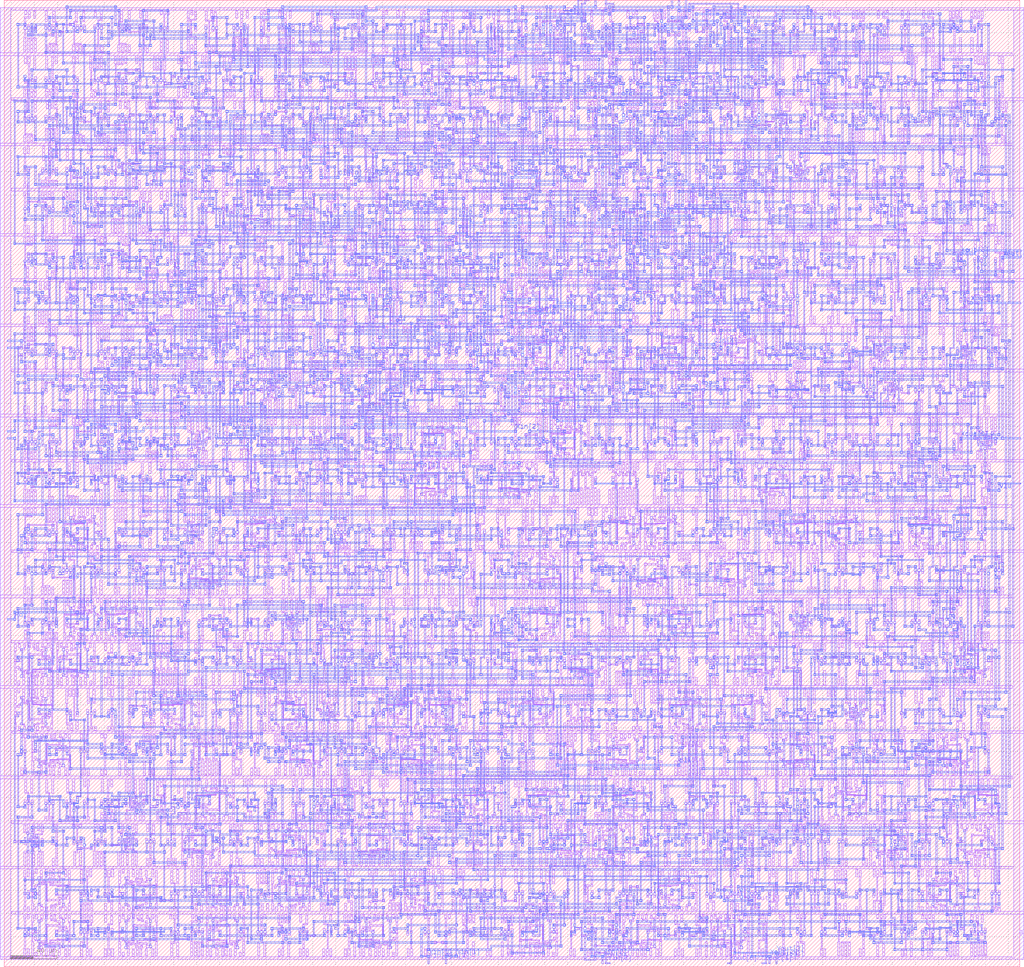
<source format=lef>
VERSION 5.7 ;
  NOWIREEXTENSIONATPIN ON ;
  DIVIDERCHAR "/" ;
  BUSBITCHARS "[]" ;
MACRO fir_pe
  CLASS BLOCK ;
  FOREIGN fir_pe ;
  ORIGIN 6.000 6.000 ;
  SIZE 876.000 BY 834.000 ;
  PIN gnd
    USE GROUND ;
    PORT
      LAYER metal1 ;
        RECT 0.600 819.300 873.450 821.700 ;
        RECT 864.450 743.700 873.450 819.300 ;
        RECT 0.600 741.300 873.450 743.700 ;
        RECT 658.800 735.300 660.600 741.300 ;
        RECT 667.800 735.300 669.600 741.300 ;
        RECT 626.400 665.700 628.200 671.700 ;
        RECT 635.100 665.700 636.900 671.700 ;
        RECT 674.400 665.700 676.200 671.700 ;
        RECT 683.400 665.700 685.200 671.700 ;
        RECT 864.450 665.700 873.450 741.300 ;
        RECT 0.600 663.300 873.450 665.700 ;
        RECT 864.450 587.700 873.450 663.300 ;
        RECT 0.600 585.300 873.450 587.700 ;
        RECT 743.400 509.700 745.200 515.700 ;
        RECT 752.400 509.700 754.200 515.700 ;
        RECT 818.400 509.700 820.200 515.700 ;
        RECT 827.400 509.700 829.200 515.700 ;
        RECT 864.450 509.700 873.450 585.300 ;
        RECT 0.600 507.300 873.450 509.700 ;
        RECT 218.100 501.300 219.900 507.300 ;
        RECT 226.800 501.300 228.600 507.300 ;
        RECT 671.400 501.300 673.200 507.300 ;
        RECT 680.100 501.300 681.900 507.300 ;
        RECT 755.400 501.300 757.200 507.300 ;
        RECT 764.400 501.300 766.200 507.300 ;
        RECT 155.400 431.700 157.200 437.700 ;
        RECT 164.100 431.700 165.900 437.700 ;
        RECT 260.400 431.700 262.200 437.700 ;
        RECT 269.400 431.700 271.200 437.700 ;
        RECT 835.800 431.700 837.600 437.700 ;
        RECT 844.800 431.700 846.600 437.700 ;
        RECT 864.450 431.700 873.450 507.300 ;
        RECT 0.600 429.300 873.450 431.700 ;
        RECT 152.100 353.700 153.900 359.700 ;
        RECT 160.800 353.700 162.600 359.700 ;
        RECT 864.450 353.700 873.450 429.300 ;
        RECT 0.600 351.300 873.450 353.700 ;
        RECT 236.400 275.700 238.200 281.700 ;
        RECT 245.400 275.700 247.200 281.700 ;
        RECT 676.800 275.700 678.600 281.700 ;
        RECT 685.800 275.700 687.600 281.700 ;
        RECT 864.450 275.700 873.450 351.300 ;
        RECT 0.600 273.300 873.450 275.700 ;
        RECT 269.100 197.700 270.900 203.700 ;
        RECT 277.800 197.700 279.600 203.700 ;
        RECT 722.400 197.700 724.200 203.700 ;
        RECT 731.400 197.700 733.200 203.700 ;
        RECT 864.450 197.700 873.450 273.300 ;
        RECT 0.600 195.300 873.450 197.700 ;
        RECT 101.400 119.700 103.200 125.700 ;
        RECT 110.400 119.700 112.200 125.700 ;
        RECT 864.450 119.700 873.450 195.300 ;
        RECT 0.600 117.300 873.450 119.700 ;
        RECT 13.800 111.300 15.600 117.300 ;
        RECT 22.800 111.300 24.600 117.300 ;
        RECT 95.100 111.300 96.900 117.300 ;
        RECT 103.800 111.300 105.600 117.300 ;
        RECT 864.450 41.700 873.450 117.300 ;
        RECT 0.600 39.300 873.450 41.700 ;
        RECT 864.450 0.300 873.450 39.300 ;
    END
  END gnd
  PIN vdd
    USE POWER ;
    PORT
      LAYER metal1 ;
        RECT -9.450 782.700 -0.450 821.700 ;
        RECT -9.450 780.300 863.400 782.700 ;
        RECT -9.450 704.700 -0.450 780.300 ;
        RECT 658.800 704.700 660.600 715.500 ;
        RECT 667.800 704.700 669.600 715.500 ;
        RECT -9.450 702.300 863.400 704.700 ;
        RECT -9.450 626.700 -0.450 702.300 ;
        RECT 626.400 691.500 628.200 702.300 ;
        RECT 635.100 691.500 637.200 702.300 ;
        RECT 674.400 691.500 676.200 702.300 ;
        RECT 683.400 691.500 685.200 702.300 ;
        RECT -9.450 624.300 863.400 626.700 ;
        RECT -9.450 548.700 -0.450 624.300 ;
        RECT -9.450 546.300 863.400 548.700 ;
        RECT -9.450 470.700 -0.450 546.300 ;
        RECT 743.400 535.500 745.200 546.300 ;
        RECT 752.400 535.500 754.200 546.300 ;
        RECT 818.400 535.500 820.200 546.300 ;
        RECT 827.400 535.500 829.200 546.300 ;
        RECT 217.800 470.700 219.900 481.500 ;
        RECT 226.800 470.700 228.600 481.500 ;
        RECT 671.400 470.700 673.200 481.500 ;
        RECT 680.100 470.700 682.200 481.500 ;
        RECT 755.400 470.700 757.200 481.500 ;
        RECT 764.400 470.700 766.200 481.500 ;
        RECT -9.450 468.300 863.400 470.700 ;
        RECT -9.450 392.700 -0.450 468.300 ;
        RECT 155.400 457.500 157.200 468.300 ;
        RECT 164.100 457.500 166.200 468.300 ;
        RECT 260.400 457.500 262.200 468.300 ;
        RECT 269.400 457.500 271.200 468.300 ;
        RECT 835.800 457.500 837.600 468.300 ;
        RECT 844.800 457.500 846.600 468.300 ;
        RECT -9.450 390.300 863.400 392.700 ;
        RECT -9.450 314.700 -0.450 390.300 ;
        RECT 151.800 379.500 153.900 390.300 ;
        RECT 160.800 379.500 162.600 390.300 ;
        RECT -9.450 312.300 863.400 314.700 ;
        RECT -9.450 236.700 -0.450 312.300 ;
        RECT 236.400 301.500 238.200 312.300 ;
        RECT 245.400 301.500 247.200 312.300 ;
        RECT 676.800 301.500 678.600 312.300 ;
        RECT 685.800 301.500 687.600 312.300 ;
        RECT -9.450 234.300 863.400 236.700 ;
        RECT -9.450 158.700 -0.450 234.300 ;
        RECT 268.800 223.500 270.900 234.300 ;
        RECT 277.800 223.500 279.600 234.300 ;
        RECT 722.400 223.500 724.200 234.300 ;
        RECT 731.400 223.500 733.200 234.300 ;
        RECT -9.450 156.300 863.400 158.700 ;
        RECT -9.450 80.700 -0.450 156.300 ;
        RECT 101.400 145.500 103.200 156.300 ;
        RECT 110.400 145.500 112.200 156.300 ;
        RECT 13.800 80.700 15.600 91.500 ;
        RECT 22.800 80.700 24.600 91.500 ;
        RECT 94.800 80.700 96.900 91.500 ;
        RECT 103.800 80.700 105.600 91.500 ;
        RECT -9.450 78.300 863.400 80.700 ;
        RECT -9.450 2.700 -0.450 78.300 ;
        RECT -9.450 0.300 863.400 2.700 ;
    END
  END vdd
  PIN Cin[5]
    PORT
      LAYER metal1 ;
        RECT 508.950 651.450 513.000 652.050 ;
        RECT 508.950 649.950 513.450 651.450 ;
        RECT 512.550 642.900 513.450 649.950 ;
        RECT 511.950 640.800 514.050 642.900 ;
      LAYER metal2 ;
        RECT 581.400 814.050 582.450 828.450 ;
        RECT 568.950 811.950 571.050 814.050 ;
        RECT 580.950 811.950 583.050 814.050 ;
        RECT 569.400 801.450 570.450 811.950 ;
        RECT 569.400 800.400 573.450 801.450 ;
        RECT 572.400 754.050 573.450 800.400 ;
        RECT 541.950 751.950 544.050 754.050 ;
        RECT 571.950 751.950 574.050 754.050 ;
        RECT 542.400 739.050 543.450 751.950 ;
        RECT 526.950 736.950 529.050 739.050 ;
        RECT 541.950 736.950 544.050 739.050 ;
        RECT 527.400 730.050 528.450 736.950 ;
        RECT 526.950 727.950 529.050 730.050 ;
        RECT 523.950 721.950 526.050 724.050 ;
        RECT 524.400 688.050 525.450 721.950 ;
        RECT 523.950 685.950 526.050 688.050 ;
        RECT 508.950 676.950 511.050 679.050 ;
        RECT 509.400 652.050 510.450 676.950 ;
        RECT 508.950 649.950 511.050 652.050 ;
        RECT 461.400 644.400 462.600 646.800 ;
        RECT 461.400 625.050 462.450 644.400 ;
        RECT 511.950 640.800 514.050 642.900 ;
        RECT 512.400 625.050 513.450 640.800 ;
        RECT 461.400 622.950 466.050 625.050 ;
        RECT 511.950 622.950 514.050 625.050 ;
        RECT 461.400 610.200 462.450 622.950 ;
        RECT 541.950 622.800 544.050 624.900 ;
        RECT 419.400 606.450 420.600 606.600 ;
        RECT 421.950 606.450 424.050 610.050 ;
        RECT 448.950 607.950 451.050 610.050 ;
        RECT 460.950 608.100 463.050 610.200 ;
        RECT 542.400 610.050 543.450 622.800 ;
        RECT 541.950 607.950 544.050 610.050 ;
        RECT 419.400 606.000 424.050 606.450 ;
        RECT 419.400 605.400 423.450 606.000 ;
        RECT 419.400 604.200 420.600 605.400 ;
        RECT 449.400 573.450 450.450 607.950 ;
        RECT 568.950 604.800 571.050 606.900 ;
        RECT 569.400 604.200 570.600 604.800 ;
        RECT 449.400 572.400 453.450 573.450 ;
        RECT 407.400 567.000 408.600 568.800 ;
        RECT 406.950 562.950 409.050 567.000 ;
        RECT 430.950 562.950 433.050 565.050 ;
        RECT 431.400 559.050 432.450 562.950 ;
        RECT 452.400 559.050 453.450 572.400 ;
        RECT 430.950 556.950 433.050 559.050 ;
        RECT 451.800 556.950 453.900 559.050 ;
      LAYER metal3 ;
        RECT 568.950 813.600 571.050 814.050 ;
        RECT 580.950 813.600 583.050 814.050 ;
        RECT 568.950 812.400 583.050 813.600 ;
        RECT 568.950 811.950 571.050 812.400 ;
        RECT 580.950 811.950 583.050 812.400 ;
        RECT 541.950 753.600 544.050 754.050 ;
        RECT 571.950 753.600 574.050 754.050 ;
        RECT 541.950 752.400 574.050 753.600 ;
        RECT 541.950 751.950 544.050 752.400 ;
        RECT 571.950 751.950 574.050 752.400 ;
        RECT 526.950 738.600 529.050 739.050 ;
        RECT 541.950 738.600 544.050 739.050 ;
        RECT 526.950 737.400 544.050 738.600 ;
        RECT 526.950 736.950 529.050 737.400 ;
        RECT 541.950 736.950 544.050 737.400 ;
        RECT 526.950 727.950 529.050 730.050 ;
        RECT 527.400 724.050 528.600 727.950 ;
        RECT 523.950 722.400 528.600 724.050 ;
        RECT 523.950 721.950 528.000 722.400 ;
        RECT 523.950 687.600 526.050 688.050 ;
        RECT 509.400 686.400 526.050 687.600 ;
        RECT 509.400 679.050 510.600 686.400 ;
        RECT 523.950 685.950 526.050 686.400 ;
        RECT 508.950 676.950 511.050 679.050 ;
        RECT 463.950 624.600 466.050 625.050 ;
        RECT 511.950 624.600 514.050 625.050 ;
        RECT 541.950 624.600 544.050 624.900 ;
        RECT 463.950 623.400 544.050 624.600 ;
        RECT 463.950 622.950 466.050 623.400 ;
        RECT 511.950 622.950 514.050 623.400 ;
        RECT 541.950 622.800 544.050 623.400 ;
        RECT 421.950 609.600 424.050 610.050 ;
        RECT 448.950 609.600 451.050 610.050 ;
        RECT 460.950 609.600 463.050 610.200 ;
        RECT 421.950 608.400 463.050 609.600 ;
        RECT 421.950 607.950 424.050 608.400 ;
        RECT 448.950 607.950 451.050 608.400 ;
        RECT 460.950 608.100 463.050 608.400 ;
        RECT 541.950 609.600 544.050 610.050 ;
        RECT 541.950 608.400 564.600 609.600 ;
        RECT 541.950 607.950 544.050 608.400 ;
        RECT 563.400 606.600 564.600 608.400 ;
        RECT 568.950 606.600 571.050 606.900 ;
        RECT 563.400 605.400 571.050 606.600 ;
        RECT 568.950 604.800 571.050 605.400 ;
        RECT 406.950 564.600 409.050 565.050 ;
        RECT 430.950 564.600 433.050 565.050 ;
        RECT 406.950 563.400 433.050 564.600 ;
        RECT 406.950 562.950 409.050 563.400 ;
        RECT 430.950 562.950 433.050 563.400 ;
        RECT 430.950 558.600 433.050 559.050 ;
        RECT 451.800 558.600 453.900 559.050 ;
        RECT 430.950 557.400 453.900 558.600 ;
        RECT 430.950 556.950 433.050 557.400 ;
        RECT 451.800 556.950 453.900 557.400 ;
    END
  END Cin[5]
  PIN Cin[4]
    PORT
      LAYER metal1 ;
        RECT 646.950 762.450 651.000 763.050 ;
        RECT 646.950 760.950 651.450 762.450 ;
        RECT 643.950 753.450 646.050 754.050 ;
        RECT 650.550 753.450 651.450 760.950 ;
        RECT 643.950 752.550 651.450 753.450 ;
        RECT 643.950 751.950 646.050 752.550 ;
        RECT 432.000 651.450 436.050 652.050 ;
        RECT 431.550 649.950 436.050 651.450 ;
        RECT 431.550 646.050 432.450 649.950 ;
        RECT 431.550 644.550 436.050 646.050 ;
        RECT 432.000 643.950 436.050 644.550 ;
        RECT 298.950 606.450 303.000 607.050 ;
        RECT 601.950 606.450 604.050 607.050 ;
        RECT 298.950 604.950 303.450 606.450 ;
        RECT 302.550 601.050 303.450 604.950 ;
        RECT 298.950 599.550 303.450 601.050 ;
        RECT 596.550 605.550 604.050 606.450 ;
        RECT 596.550 601.050 597.450 605.550 ;
        RECT 601.950 604.950 604.050 605.550 ;
        RECT 596.550 599.550 601.050 601.050 ;
        RECT 298.950 598.950 303.000 599.550 ;
        RECT 597.000 598.950 601.050 599.550 ;
        RECT 598.950 574.950 601.050 577.050 ;
        RECT 282.000 573.450 286.050 574.050 ;
        RECT 281.550 571.950 286.050 573.450 ;
        RECT 281.550 568.050 282.450 571.950 ;
        RECT 281.550 566.550 286.050 568.050 ;
        RECT 282.000 565.950 286.050 566.550 ;
        RECT 592.950 567.450 595.050 568.050 ;
        RECT 599.550 567.450 600.450 574.950 ;
        RECT 592.950 566.550 600.450 567.450 ;
        RECT 592.950 565.950 595.050 566.550 ;
      LAYER metal2 ;
        RECT 575.400 820.050 576.450 828.450 ;
        RECT 584.400 824.400 627.450 825.450 ;
        RECT 584.400 820.050 585.450 824.400 ;
        RECT 574.950 817.950 577.050 820.050 ;
        RECT 583.950 817.950 586.050 820.050 ;
        RECT 626.400 808.050 627.450 824.400 ;
        RECT 625.950 805.950 628.050 808.050 ;
        RECT 634.950 799.950 637.050 802.050 ;
        RECT 635.400 795.450 636.450 799.950 ;
        RECT 635.400 794.400 639.450 795.450 ;
        RECT 638.400 772.050 639.450 794.400 ;
        RECT 637.950 769.950 640.050 772.050 ;
        RECT 646.950 769.950 649.050 772.050 ;
        RECT 647.400 763.050 648.450 769.950 ;
        RECT 646.950 760.950 649.050 763.050 ;
        RECT 643.950 751.950 646.050 754.050 ;
        RECT 644.400 730.050 645.450 751.950 ;
        RECT 643.950 727.950 646.050 730.050 ;
        RECT 643.950 721.950 646.050 724.050 ;
        RECT 644.400 670.050 645.450 721.950 ;
        RECT 559.950 667.950 562.050 670.050 ;
        RECT 277.950 650.250 280.050 652.350 ;
        RECT 286.950 650.250 289.050 652.350 ;
        RECT 278.400 649.500 279.600 650.250 ;
        RECT 287.400 646.050 288.450 650.250 ;
        RECT 433.950 649.950 436.050 655.050 ;
        RECT 442.950 650.250 445.050 652.350 ;
        RECT 560.400 651.600 561.450 667.950 ;
        RECT 587.400 667.050 588.450 669.450 ;
        RECT 643.950 667.950 646.050 670.050 ;
        RECT 586.950 664.950 589.050 667.050 ;
        RECT 595.950 664.950 598.050 667.050 ;
        RECT 587.400 651.600 588.450 664.950 ;
        RECT 443.400 649.500 444.600 650.250 ;
        RECT 560.400 649.500 561.600 651.600 ;
        RECT 587.400 649.500 588.600 651.600 ;
        RECT 296.400 646.050 297.600 646.800 ;
        RECT 286.950 643.950 289.050 646.050 ;
        RECT 295.950 643.950 298.050 646.050 ;
        RECT 433.950 643.950 436.050 646.050 ;
        RECT 296.400 610.050 297.450 643.950 ;
        RECT 434.400 640.050 435.450 643.950 ;
        RECT 596.400 643.050 597.450 664.950 ;
        RECT 595.950 640.950 598.050 643.050 ;
        RECT 601.950 640.800 604.050 642.900 ;
        RECT 322.950 637.950 325.050 640.050 ;
        RECT 433.950 637.950 436.050 640.050 ;
        RECT 323.400 621.450 324.450 637.950 ;
        RECT 320.400 620.400 324.450 621.450 ;
        RECT 320.400 610.050 321.450 620.400 ;
        RECT 295.950 609.450 298.050 610.050 ;
        RECT 295.950 609.000 300.450 609.450 ;
        RECT 295.950 608.400 301.050 609.000 ;
        RECT 295.950 607.950 298.050 608.400 ;
        RECT 298.950 604.950 301.050 608.400 ;
        RECT 319.800 607.950 321.900 610.050 ;
        RECT 602.400 607.050 603.450 640.800 ;
        RECT 601.950 604.950 604.050 607.050 ;
        RECT 602.400 604.200 603.600 604.950 ;
        RECT 298.950 598.950 301.050 601.050 ;
        RECT 598.950 598.950 601.050 601.050 ;
        RECT 299.400 580.050 300.450 598.950 ;
        RECT 289.950 577.950 292.050 580.050 ;
        RECT 298.950 577.950 301.050 580.050 ;
        RECT 283.950 571.950 286.050 577.050 ;
        RECT 290.400 574.350 291.450 577.950 ;
        RECT 599.400 577.050 600.450 598.950 ;
        RECT 598.950 574.950 601.050 577.050 ;
        RECT 289.950 572.250 292.050 574.350 ;
        RECT 290.400 571.500 291.600 572.250 ;
        RECT 521.400 568.050 522.600 568.800 ;
        RECT 593.400 568.050 594.600 568.800 ;
        RECT 283.950 565.950 286.050 568.050 ;
        RECT 508.950 565.950 511.050 568.050 ;
        RECT 520.950 565.950 523.050 568.050 ;
        RECT 592.950 565.950 595.050 568.050 ;
        RECT 284.400 541.050 285.450 565.950 ;
        RECT 509.400 553.050 510.450 565.950 ;
        RECT 430.950 550.950 433.050 553.050 ;
        RECT 508.950 550.950 511.050 553.050 ;
        RECT 532.950 550.950 535.050 553.050 ;
        RECT 431.400 547.050 432.450 550.950 ;
        RECT 533.400 547.050 534.450 550.950 ;
        RECT 593.400 547.050 594.450 565.950 ;
        RECT 430.950 544.950 433.050 547.050 ;
        RECT 532.950 544.950 535.050 547.050 ;
        RECT 592.950 544.950 595.050 547.050 ;
        RECT 394.950 541.950 397.050 544.050 ;
        RECT 283.950 538.950 286.050 541.050 ;
        RECT 355.950 538.950 358.050 541.050 ;
        RECT 356.400 528.600 357.450 538.950 ;
        RECT 395.400 535.050 396.450 541.950 ;
        RECT 406.950 541.800 409.050 543.900 ;
        RECT 407.400 535.050 408.450 541.800 ;
        RECT 394.950 532.950 397.050 535.050 ;
        RECT 406.950 532.950 409.050 535.050 ;
        RECT 593.400 532.050 594.450 544.950 ;
        RECT 592.950 529.950 595.050 532.050 ;
        RECT 356.400 526.200 357.600 528.600 ;
        RECT 604.950 528.000 607.050 532.050 ;
        RECT 605.400 526.200 606.600 528.000 ;
      LAYER metal3 ;
        RECT 574.950 819.600 577.050 820.050 ;
        RECT 583.950 819.600 586.050 820.050 ;
        RECT 574.950 818.400 586.050 819.600 ;
        RECT 574.950 817.950 577.050 818.400 ;
        RECT 583.950 817.950 586.050 818.400 ;
        RECT 625.950 807.600 630.000 808.050 ;
        RECT 625.950 805.950 630.600 807.600 ;
        RECT 629.400 804.600 630.600 805.950 ;
        RECT 629.400 803.400 633.600 804.600 ;
        RECT 632.400 802.050 633.600 803.400 ;
        RECT 632.400 800.400 637.050 802.050 ;
        RECT 633.000 799.950 637.050 800.400 ;
        RECT 637.950 771.600 640.050 772.050 ;
        RECT 646.950 771.600 649.050 772.050 ;
        RECT 637.950 770.400 649.050 771.600 ;
        RECT 637.950 769.950 640.050 770.400 ;
        RECT 646.950 769.950 649.050 770.400 ;
        RECT 643.950 727.950 646.050 730.050 ;
        RECT 644.400 724.050 645.600 727.950 ;
        RECT 643.950 721.950 646.050 724.050 ;
        RECT 559.950 669.600 562.050 670.050 ;
        RECT 643.950 669.600 646.050 670.050 ;
        RECT 559.950 668.400 646.050 669.600 ;
        RECT 559.950 667.950 562.050 668.400 ;
        RECT 587.400 667.050 588.600 668.400 ;
        RECT 643.950 667.950 646.050 668.400 ;
        RECT 586.950 666.600 589.050 667.050 ;
        RECT 595.950 666.600 598.050 667.050 ;
        RECT 586.950 665.400 598.050 666.600 ;
        RECT 586.950 664.950 589.050 665.400 ;
        RECT 595.950 664.950 598.050 665.400 ;
        RECT 277.950 651.900 280.050 652.350 ;
        RECT 286.950 651.900 289.050 652.350 ;
        RECT 277.950 650.700 289.050 651.900 ;
        RECT 433.950 651.600 436.050 655.050 ;
        RECT 442.950 651.600 445.050 652.350 ;
        RECT 433.950 651.000 445.050 651.600 ;
        RECT 277.950 650.250 280.050 650.700 ;
        RECT 286.950 650.250 289.050 650.700 ;
        RECT 434.400 650.400 445.050 651.000 ;
        RECT 442.950 650.250 445.050 650.400 ;
        RECT 286.950 645.600 289.050 646.050 ;
        RECT 295.950 645.600 298.050 646.050 ;
        RECT 286.950 644.400 298.050 645.600 ;
        RECT 286.950 643.950 289.050 644.400 ;
        RECT 295.950 643.950 298.050 644.400 ;
        RECT 595.950 642.600 598.050 643.050 ;
        RECT 601.950 642.600 604.050 642.900 ;
        RECT 595.950 641.400 604.050 642.600 ;
        RECT 595.950 640.950 598.050 641.400 ;
        RECT 601.950 640.800 604.050 641.400 ;
        RECT 322.950 639.600 325.050 640.050 ;
        RECT 433.950 639.600 436.050 640.050 ;
        RECT 322.950 638.400 396.600 639.600 ;
        RECT 322.950 637.950 325.050 638.400 ;
        RECT 395.400 636.600 396.600 638.400 ;
        RECT 407.400 638.400 436.050 639.600 ;
        RECT 407.400 636.600 408.600 638.400 ;
        RECT 433.950 637.950 436.050 638.400 ;
        RECT 395.400 635.400 408.600 636.600 ;
        RECT 295.950 609.600 298.050 610.050 ;
        RECT 319.800 609.600 321.900 610.050 ;
        RECT 295.950 608.400 321.900 609.600 ;
        RECT 295.950 607.950 298.050 608.400 ;
        RECT 319.800 607.950 321.900 608.400 ;
        RECT 289.950 579.600 292.050 580.050 ;
        RECT 298.950 579.600 301.050 580.050 ;
        RECT 289.950 578.400 301.050 579.600 ;
        RECT 289.950 577.950 292.050 578.400 ;
        RECT 298.950 577.950 301.050 578.400 ;
        RECT 283.950 573.600 286.050 577.050 ;
        RECT 289.950 573.600 292.050 574.350 ;
        RECT 283.950 573.000 292.050 573.600 ;
        RECT 284.400 572.400 292.050 573.000 ;
        RECT 289.950 572.250 292.050 572.400 ;
        RECT 508.950 567.600 511.050 568.050 ;
        RECT 520.950 567.600 523.050 568.050 ;
        RECT 508.950 566.400 523.050 567.600 ;
        RECT 508.950 565.950 511.050 566.400 ;
        RECT 520.950 565.950 523.050 566.400 ;
        RECT 430.950 552.600 433.050 553.050 ;
        RECT 508.950 552.600 511.050 553.050 ;
        RECT 532.950 552.600 535.050 553.050 ;
        RECT 430.950 551.400 535.050 552.600 ;
        RECT 430.950 550.950 433.050 551.400 ;
        RECT 508.950 550.950 511.050 551.400 ;
        RECT 532.950 550.950 535.050 551.400 ;
        RECT 430.950 546.600 433.050 547.050 ;
        RECT 425.400 545.400 433.050 546.600 ;
        RECT 393.000 543.600 397.050 544.050 ;
        RECT 356.400 542.400 366.600 543.600 ;
        RECT 356.400 541.050 357.600 542.400 ;
        RECT 283.950 540.600 286.050 541.050 ;
        RECT 355.950 540.600 358.050 541.050 ;
        RECT 283.950 539.400 358.050 540.600 ;
        RECT 365.400 540.600 366.600 542.400 ;
        RECT 392.400 541.950 397.050 543.600 ;
        RECT 406.950 543.600 409.050 543.900 ;
        RECT 425.400 543.600 426.600 545.400 ;
        RECT 430.950 544.950 433.050 545.400 ;
        RECT 532.950 546.600 535.050 547.050 ;
        RECT 592.950 546.600 595.050 547.050 ;
        RECT 532.950 545.400 595.050 546.600 ;
        RECT 532.950 544.950 535.050 545.400 ;
        RECT 592.950 544.950 595.050 545.400 ;
        RECT 406.950 542.400 426.600 543.600 ;
        RECT 392.400 540.600 393.600 541.950 ;
        RECT 406.950 541.800 409.050 542.400 ;
        RECT 365.400 539.400 393.600 540.600 ;
        RECT 283.950 538.950 286.050 539.400 ;
        RECT 355.950 538.950 358.050 539.400 ;
        RECT 394.950 534.600 397.050 535.050 ;
        RECT 406.950 534.600 409.050 535.050 ;
        RECT 394.950 533.400 409.050 534.600 ;
        RECT 394.950 532.950 397.050 533.400 ;
        RECT 406.950 532.950 409.050 533.400 ;
        RECT 592.950 531.600 595.050 532.050 ;
        RECT 604.950 531.600 607.050 532.050 ;
        RECT 592.950 530.400 607.050 531.600 ;
        RECT 592.950 529.950 595.050 530.400 ;
        RECT 604.950 529.950 607.050 530.400 ;
    END
  END Cin[4]
  PIN Cin[3]
    PORT
      LAYER metal1 ;
        RECT 559.950 573.450 564.000 574.050 ;
        RECT 559.950 571.950 564.450 573.450 ;
        RECT 556.950 567.450 559.050 568.050 ;
        RECT 563.550 567.450 564.450 571.950 ;
        RECT 556.950 566.550 564.450 567.450 ;
        RECT 556.950 565.950 559.050 566.550 ;
        RECT 301.950 528.450 304.050 529.050 ;
        RECT 310.950 528.450 313.050 529.050 ;
        RECT 301.950 527.550 313.050 528.450 ;
        RECT 301.950 526.950 304.050 527.550 ;
        RECT 310.950 526.950 313.050 527.550 ;
      LAYER metal2 ;
        RECT 569.400 823.050 570.450 828.450 ;
        RECT 568.950 820.950 571.050 823.050 ;
        RECT 586.950 820.950 589.050 823.050 ;
        RECT 587.400 811.050 588.450 820.950 ;
        RECT 586.950 808.950 589.050 811.050 ;
        RECT 607.950 808.950 610.050 811.050 ;
        RECT 608.400 790.050 609.450 808.950 ;
        RECT 607.950 787.950 610.050 790.050 ;
        RECT 628.950 787.800 631.050 789.900 ;
        RECT 629.400 742.050 630.450 787.800 ;
        RECT 628.950 739.950 631.050 742.050 ;
        RECT 646.950 739.950 649.050 742.050 ;
        RECT 647.400 715.050 648.450 739.950 ;
        RECT 580.950 712.950 583.050 715.050 ;
        RECT 646.950 712.950 649.050 715.050 ;
        RECT 581.400 673.050 582.450 712.950 ;
        RECT 562.950 670.950 565.050 673.050 ;
        RECT 580.950 670.950 583.050 673.050 ;
        RECT 563.400 661.050 564.450 670.950 ;
        RECT 541.950 658.950 544.050 661.050 ;
        RECT 553.950 658.950 556.050 661.050 ;
        RECT 562.950 658.950 565.050 661.050 ;
        RECT 542.400 651.600 543.450 658.950 ;
        RECT 554.400 652.050 555.450 658.950 ;
        RECT 563.400 654.450 564.450 658.950 ;
        RECT 563.400 653.400 567.450 654.450 ;
        RECT 542.400 649.500 543.600 651.600 ;
        RECT 553.950 649.950 556.050 652.050 ;
        RECT 566.400 651.600 567.450 653.400 ;
        RECT 566.400 649.500 567.600 651.600 ;
        RECT 457.950 643.950 460.050 646.050 ;
        RECT 484.800 643.950 486.900 646.050 ;
        RECT 547.950 643.950 550.050 646.050 ;
        RECT 458.400 637.050 459.450 643.950 ;
        RECT 485.400 637.050 486.450 643.950 ;
        RECT 548.400 637.050 549.450 643.950 ;
        RECT 583.950 640.950 586.050 643.050 ;
        RECT 424.950 634.950 427.050 637.050 ;
        RECT 457.950 634.950 460.050 637.050 ;
        RECT 484.950 634.950 487.050 637.050 ;
        RECT 547.950 634.950 550.050 637.050 ;
        RECT 425.400 600.750 426.450 634.950 ;
        RECT 548.400 607.050 549.450 634.950 ;
        RECT 584.400 619.050 585.450 640.950 ;
        RECT 583.950 616.950 586.050 619.050 ;
        RECT 610.950 616.950 613.050 619.050 ;
        RECT 547.950 604.950 550.050 607.050 ;
        RECT 584.400 606.600 585.450 616.950 ;
        RECT 611.400 610.050 612.450 616.950 ;
        RECT 610.950 607.950 613.050 610.050 ;
        RECT 584.400 604.200 585.600 606.600 ;
        RECT 622.950 606.000 625.050 610.050 ;
        RECT 623.400 604.200 624.600 606.000 ;
        RECT 437.400 600.750 438.600 601.500 ;
        RECT 424.950 598.650 427.050 600.750 ;
        RECT 436.950 598.650 439.050 600.750 ;
        RECT 559.950 598.950 562.050 601.050 ;
        RECT 425.400 586.050 426.450 598.650 ;
        RECT 361.950 583.950 364.050 586.050 ;
        RECT 424.950 583.950 427.050 586.050 ;
        RECT 310.950 572.250 313.050 574.350 ;
        RECT 311.400 571.500 312.600 572.250 ;
        RECT 310.950 565.950 313.050 568.050 ;
        RECT 311.400 532.050 312.450 565.950 ;
        RECT 362.400 552.450 363.450 583.950 ;
        RECT 560.400 574.050 561.450 598.950 ;
        RECT 559.950 571.950 562.050 574.050 ;
        RECT 557.400 568.050 558.600 568.800 ;
        RECT 556.950 565.950 559.050 568.050 ;
        RECT 557.400 553.050 558.450 565.950 ;
        RECT 586.950 556.950 589.050 559.050 ;
        RECT 628.800 556.950 630.900 559.050 ;
        RECT 587.400 553.050 588.450 556.950 ;
        RECT 359.400 551.400 363.450 552.450 ;
        RECT 301.950 526.950 304.050 529.050 ;
        RECT 310.950 526.950 313.050 532.050 ;
        RECT 359.400 529.050 360.450 551.400 ;
        RECT 556.950 550.950 559.050 553.050 ;
        RECT 586.950 550.950 589.050 553.050 ;
        RECT 629.400 544.050 630.450 556.950 ;
        RECT 628.950 541.950 631.050 544.050 ;
        RECT 661.950 541.950 664.050 544.050 ;
        RECT 337.950 526.950 340.050 529.050 ;
        RECT 358.950 526.950 361.050 529.050 ;
        RECT 662.400 528.600 663.450 541.950 ;
        RECT 302.400 526.200 303.600 526.950 ;
        RECT 338.400 526.200 339.600 526.950 ;
        RECT 662.400 526.200 663.600 528.600 ;
      LAYER metal3 ;
        RECT 568.950 822.600 571.050 823.050 ;
        RECT 586.950 822.600 589.050 823.050 ;
        RECT 568.950 821.400 589.050 822.600 ;
        RECT 568.950 820.950 571.050 821.400 ;
        RECT 586.950 820.950 589.050 821.400 ;
        RECT 586.950 810.600 589.050 811.050 ;
        RECT 607.950 810.600 610.050 811.050 ;
        RECT 586.950 809.400 610.050 810.600 ;
        RECT 586.950 808.950 589.050 809.400 ;
        RECT 607.950 808.950 610.050 809.400 ;
        RECT 607.950 789.600 610.050 790.050 ;
        RECT 628.950 789.600 631.050 789.900 ;
        RECT 607.950 788.400 631.050 789.600 ;
        RECT 607.950 787.950 610.050 788.400 ;
        RECT 628.950 787.800 631.050 788.400 ;
        RECT 628.950 741.600 631.050 742.050 ;
        RECT 646.950 741.600 649.050 742.050 ;
        RECT 628.950 740.400 649.050 741.600 ;
        RECT 628.950 739.950 631.050 740.400 ;
        RECT 646.950 739.950 649.050 740.400 ;
        RECT 580.950 714.600 583.050 715.050 ;
        RECT 646.950 714.600 649.050 715.050 ;
        RECT 580.950 713.400 649.050 714.600 ;
        RECT 580.950 712.950 583.050 713.400 ;
        RECT 646.950 712.950 649.050 713.400 ;
        RECT 562.950 672.600 565.050 673.050 ;
        RECT 580.950 672.600 583.050 673.050 ;
        RECT 562.950 671.400 583.050 672.600 ;
        RECT 562.950 670.950 565.050 671.400 ;
        RECT 580.950 670.950 583.050 671.400 ;
        RECT 541.950 660.600 544.050 661.050 ;
        RECT 553.950 660.600 556.050 661.050 ;
        RECT 562.950 660.600 565.050 661.050 ;
        RECT 541.950 659.400 565.050 660.600 ;
        RECT 541.950 658.950 544.050 659.400 ;
        RECT 553.950 658.950 556.050 659.400 ;
        RECT 562.950 658.950 565.050 659.400 ;
        RECT 553.950 651.600 558.000 652.050 ;
        RECT 553.950 649.950 558.600 651.600 ;
        RECT 457.950 645.600 460.050 646.050 ;
        RECT 484.800 645.600 486.900 646.050 ;
        RECT 457.950 644.400 486.900 645.600 ;
        RECT 457.950 643.950 460.050 644.400 ;
        RECT 484.800 643.950 486.900 644.400 ;
        RECT 547.950 645.600 550.050 646.050 ;
        RECT 557.400 645.600 558.600 649.950 ;
        RECT 547.950 644.400 561.600 645.600 ;
        RECT 547.950 643.950 550.050 644.400 ;
        RECT 560.400 642.600 561.600 644.400 ;
        RECT 583.950 642.600 586.050 643.050 ;
        RECT 560.400 641.400 586.050 642.600 ;
        RECT 583.950 640.950 586.050 641.400 ;
        RECT 424.950 636.600 427.050 637.050 ;
        RECT 457.950 636.600 460.050 637.050 ;
        RECT 424.950 635.400 460.050 636.600 ;
        RECT 424.950 634.950 427.050 635.400 ;
        RECT 457.950 634.950 460.050 635.400 ;
        RECT 484.950 636.600 487.050 637.050 ;
        RECT 547.950 636.600 550.050 637.050 ;
        RECT 484.950 635.400 550.050 636.600 ;
        RECT 484.950 634.950 487.050 635.400 ;
        RECT 547.950 634.950 550.050 635.400 ;
        RECT 583.950 618.600 586.050 619.050 ;
        RECT 610.950 618.600 613.050 619.050 ;
        RECT 583.950 617.400 613.050 618.600 ;
        RECT 583.950 616.950 586.050 617.400 ;
        RECT 610.950 616.950 613.050 617.400 ;
        RECT 610.950 609.600 613.050 610.050 ;
        RECT 622.950 609.600 625.050 610.050 ;
        RECT 610.950 608.400 625.050 609.600 ;
        RECT 610.950 607.950 613.050 608.400 ;
        RECT 622.950 607.950 625.050 608.400 ;
        RECT 547.950 606.600 550.050 607.050 ;
        RECT 547.950 605.400 561.600 606.600 ;
        RECT 547.950 604.950 550.050 605.400 ;
        RECT 560.400 601.050 561.600 605.400 ;
        RECT 424.950 600.300 427.050 600.750 ;
        RECT 436.950 600.300 439.050 600.750 ;
        RECT 424.950 599.100 439.050 600.300 ;
        RECT 424.950 598.650 427.050 599.100 ;
        RECT 436.950 598.650 439.050 599.100 ;
        RECT 559.950 598.950 562.050 601.050 ;
        RECT 361.950 585.600 364.050 586.050 ;
        RECT 424.950 585.600 427.050 586.050 ;
        RECT 361.950 584.400 427.050 585.600 ;
        RECT 361.950 583.950 364.050 584.400 ;
        RECT 424.950 583.950 427.050 584.400 ;
        RECT 310.950 572.250 313.050 574.350 ;
        RECT 311.400 568.050 312.600 572.250 ;
        RECT 310.950 565.950 313.050 568.050 ;
        RECT 586.950 558.600 589.050 559.050 ;
        RECT 628.800 558.600 630.900 559.050 ;
        RECT 586.950 557.400 630.900 558.600 ;
        RECT 586.950 556.950 589.050 557.400 ;
        RECT 628.800 556.950 630.900 557.400 ;
        RECT 556.950 552.600 559.050 553.050 ;
        RECT 586.950 552.600 589.050 553.050 ;
        RECT 556.950 551.400 589.050 552.600 ;
        RECT 556.950 550.950 559.050 551.400 ;
        RECT 586.950 550.950 589.050 551.400 ;
        RECT 628.950 543.600 631.050 544.050 ;
        RECT 661.950 543.600 664.050 544.050 ;
        RECT 628.950 542.400 664.050 543.600 ;
        RECT 628.950 541.950 631.050 542.400 ;
        RECT 661.950 541.950 664.050 542.400 ;
        RECT 310.950 528.600 313.050 532.050 ;
        RECT 337.950 528.600 340.050 529.050 ;
        RECT 358.950 528.600 361.050 529.050 ;
        RECT 310.950 528.000 361.050 528.600 ;
        RECT 311.400 527.400 361.050 528.000 ;
        RECT 337.950 526.950 340.050 527.400 ;
        RECT 358.950 526.950 361.050 527.400 ;
    END
  END Cin[3]
  PIN Cin[2]
    PORT
      LAYER metal1 ;
        RECT 589.950 801.450 592.050 802.050 ;
        RECT 595.950 801.450 598.050 802.050 ;
        RECT 589.950 800.550 598.050 801.450 ;
        RECT 589.950 799.950 592.050 800.550 ;
        RECT 595.950 799.950 598.050 800.550 ;
        RECT 703.950 765.450 706.050 766.050 ;
        RECT 703.950 765.000 711.450 765.450 ;
        RECT 703.950 764.550 712.050 765.000 ;
        RECT 703.950 763.950 706.050 764.550 ;
        RECT 709.950 760.800 712.050 764.550 ;
        RECT 696.000 729.450 700.050 730.050 ;
        RECT 695.550 727.950 700.050 729.450 ;
        RECT 695.550 724.050 696.450 727.950 ;
        RECT 691.950 722.550 696.450 724.050 ;
        RECT 691.950 721.950 696.000 722.550 ;
        RECT 166.950 645.450 169.050 646.050 ;
        RECT 172.950 645.450 175.050 646.050 ;
        RECT 166.950 644.550 175.050 645.450 ;
        RECT 166.950 643.950 169.050 644.550 ;
        RECT 172.950 643.950 175.050 644.550 ;
      LAYER metal2 ;
        RECT 512.400 825.450 513.450 828.450 ;
        RECT 512.400 824.400 519.450 825.450 ;
        RECT 232.950 820.950 235.050 823.050 ;
        RECT 304.950 820.950 307.050 823.050 ;
        RECT 463.950 820.950 466.050 823.050 ;
        RECT 233.400 814.050 234.450 820.950 ;
        RECT 208.950 811.950 211.050 814.050 ;
        RECT 232.950 811.950 235.050 814.050 ;
        RECT 209.400 766.050 210.450 811.950 ;
        RECT 233.400 807.600 234.450 811.950 ;
        RECT 305.400 811.050 306.450 820.950 ;
        RECT 304.950 808.950 307.050 811.050 ;
        RECT 310.950 808.950 313.050 811.050 ;
        RECT 233.400 805.500 234.600 807.600 ;
        RECT 311.400 781.050 312.450 808.950 ;
        RECT 464.400 808.050 465.450 820.950 ;
        RECT 475.950 819.450 478.050 823.050 ;
        RECT 512.400 820.050 513.450 824.400 ;
        RECT 518.400 820.050 519.450 824.400 ;
        RECT 631.950 820.950 634.050 823.050 ;
        RECT 685.950 820.950 688.050 823.050 ;
        RECT 481.950 819.450 484.050 820.050 ;
        RECT 475.950 819.000 484.050 819.450 ;
        RECT 476.400 818.400 484.050 819.000 ;
        RECT 481.950 817.950 484.050 818.400 ;
        RECT 511.950 817.950 514.050 820.050 ;
        RECT 517.950 817.950 520.050 820.050 ;
        RECT 559.950 817.950 562.050 820.050 ;
        RECT 560.400 811.050 561.450 817.950 ;
        RECT 632.400 817.050 633.450 820.950 ;
        RECT 589.950 814.950 592.050 817.050 ;
        RECT 607.950 816.450 610.050 817.050 ;
        RECT 613.950 816.450 616.050 817.050 ;
        RECT 607.950 815.400 616.050 816.450 ;
        RECT 607.950 814.950 610.050 815.400 ;
        RECT 613.950 814.950 616.050 815.400 ;
        RECT 631.950 814.950 634.050 817.050 ;
        RECT 559.950 808.950 562.050 811.050 ;
        RECT 463.950 805.950 466.050 808.050 ;
        RECT 590.400 805.050 591.450 814.950 ;
        RECT 686.400 814.050 687.450 820.950 ;
        RECT 685.950 811.950 688.050 814.050 ;
        RECT 697.950 811.950 700.050 814.050 ;
        RECT 338.400 800.400 339.600 802.800 ;
        RECT 338.400 781.050 339.450 800.400 ;
        RECT 463.950 799.950 466.050 802.050 ;
        RECT 589.950 799.950 592.050 805.050 ;
        RECT 596.400 802.050 597.600 802.800 ;
        RECT 595.950 799.950 598.050 802.050 ;
        RECT 310.950 778.950 313.050 781.050 ;
        RECT 337.950 778.950 340.050 781.050 ;
        RECT 464.400 778.050 465.450 799.950 ;
        RECT 463.950 775.950 466.050 778.050 ;
        RECT 698.400 775.050 699.450 811.950 ;
        RECT 697.950 772.950 700.050 775.050 ;
        RECT 703.950 772.950 706.050 775.050 ;
        RECT 704.400 766.050 705.450 772.950 ;
        RECT 199.950 763.950 202.050 766.050 ;
        RECT 208.950 763.950 211.050 766.050 ;
        RECT 703.950 763.950 706.050 766.050 ;
        RECT 200.400 733.050 201.450 763.950 ;
        RECT 709.950 760.800 712.050 762.900 ;
        RECT 710.400 745.050 711.450 760.800 ;
        RECT 697.950 742.800 700.050 744.900 ;
        RECT 709.950 742.950 712.050 745.050 ;
        RECT 184.950 730.950 187.050 733.050 ;
        RECT 199.950 730.950 202.050 733.050 ;
        RECT 161.400 724.050 162.600 724.800 ;
        RECT 185.400 724.050 186.450 730.950 ;
        RECT 698.400 730.050 699.450 742.800 ;
        RECT 697.950 727.950 700.050 730.050 ;
        RECT 160.950 723.450 163.050 724.050 ;
        RECT 158.400 722.400 163.050 723.450 ;
        RECT 158.400 658.050 159.450 722.400 ;
        RECT 160.950 721.950 163.050 722.400 ;
        RECT 184.800 721.950 186.900 724.050 ;
        RECT 691.950 721.950 694.050 724.050 ;
        RECT 692.400 718.050 693.450 721.950 ;
        RECT 661.950 715.950 664.050 718.050 ;
        RECT 691.950 715.950 694.050 718.050 ;
        RECT 589.950 700.950 592.050 703.050 ;
        RECT 598.950 700.950 601.050 703.050 ;
        RECT 590.400 684.600 591.450 700.950 ;
        RECT 599.400 691.050 600.450 700.950 ;
        RECT 662.400 694.050 663.450 715.950 ;
        RECT 661.950 691.950 664.050 694.050 ;
        RECT 598.950 688.950 601.050 691.050 ;
        RECT 607.950 688.950 610.050 691.050 ;
        RECT 608.400 684.600 609.450 688.950 ;
        RECT 590.400 682.200 591.600 684.600 ;
        RECT 608.400 682.200 609.600 684.600 ;
        RECT 157.950 655.950 160.050 658.050 ;
        RECT 172.950 655.950 175.050 658.050 ;
        RECT 167.400 646.050 168.600 646.800 ;
        RECT 173.400 646.050 174.450 655.950 ;
        RECT 166.950 643.950 169.050 646.050 ;
        RECT 172.950 643.950 175.050 646.050 ;
        RECT 167.400 622.050 168.450 643.950 ;
        RECT 157.950 619.950 160.050 622.050 ;
        RECT 166.800 619.950 168.900 622.050 ;
        RECT 158.400 607.050 159.450 619.950 ;
        RECT 157.950 604.950 160.050 607.050 ;
        RECT 154.950 598.950 157.050 601.050 ;
        RECT 155.400 585.450 156.450 598.950 ;
        RECT 155.400 584.400 159.450 585.450 ;
        RECT 145.950 577.800 148.050 579.900 ;
        RECT 151.950 579.600 154.050 580.050 ;
        RECT 158.400 579.600 159.450 584.400 ;
        RECT 151.950 578.550 159.450 579.600 ;
        RECT 151.950 577.950 154.050 578.550 ;
        RECT 146.400 574.050 147.450 577.800 ;
        RECT 145.950 571.950 148.050 574.050 ;
        RECT 145.950 565.950 148.050 568.050 ;
        RECT 146.400 529.050 147.450 565.950 ;
        RECT 145.950 526.950 148.050 529.050 ;
        RECT 163.950 523.800 166.050 525.900 ;
        RECT 164.400 508.050 165.450 523.800 ;
        RECT 163.950 505.950 166.050 508.050 ;
        RECT 187.950 505.950 190.050 508.050 ;
        RECT 188.400 490.050 189.450 505.950 ;
        RECT 197.400 490.050 198.600 490.800 ;
        RECT 187.950 487.950 190.050 490.050 ;
        RECT 196.950 487.950 199.050 490.050 ;
        RECT 188.400 463.050 189.450 487.950 ;
        RECT 181.950 460.950 184.050 463.050 ;
        RECT 187.950 460.950 190.050 463.050 ;
        RECT 182.400 450.600 183.450 460.950 ;
        RECT 182.400 448.200 183.600 450.600 ;
      LAYER metal3 ;
        RECT 232.950 822.600 235.050 823.050 ;
        RECT 304.950 822.600 307.050 823.050 ;
        RECT 232.950 821.400 307.050 822.600 ;
        RECT 232.950 820.950 235.050 821.400 ;
        RECT 304.950 820.950 307.050 821.400 ;
        RECT 463.950 822.600 466.050 823.050 ;
        RECT 475.950 822.600 478.050 823.050 ;
        RECT 463.950 821.400 478.050 822.600 ;
        RECT 463.950 820.950 466.050 821.400 ;
        RECT 475.950 820.950 478.050 821.400 ;
        RECT 631.950 822.600 634.050 823.050 ;
        RECT 685.950 822.600 688.050 823.050 ;
        RECT 631.950 821.400 688.050 822.600 ;
        RECT 631.950 820.950 634.050 821.400 ;
        RECT 685.950 820.950 688.050 821.400 ;
        RECT 481.950 819.600 484.050 820.050 ;
        RECT 511.950 819.600 514.050 820.050 ;
        RECT 481.950 818.400 514.050 819.600 ;
        RECT 481.950 817.950 484.050 818.400 ;
        RECT 511.950 817.950 514.050 818.400 ;
        RECT 517.950 819.600 520.050 820.050 ;
        RECT 559.950 819.600 562.050 820.050 ;
        RECT 517.950 818.400 562.050 819.600 ;
        RECT 517.950 817.950 520.050 818.400 ;
        RECT 559.950 817.950 562.050 818.400 ;
        RECT 589.950 816.600 592.050 817.050 ;
        RECT 607.950 816.600 610.050 817.050 ;
        RECT 589.950 815.400 610.050 816.600 ;
        RECT 589.950 814.950 592.050 815.400 ;
        RECT 607.950 814.950 610.050 815.400 ;
        RECT 613.950 816.600 616.050 817.050 ;
        RECT 631.950 816.600 634.050 817.050 ;
        RECT 613.950 815.400 634.050 816.600 ;
        RECT 613.950 814.950 616.050 815.400 ;
        RECT 631.950 814.950 634.050 815.400 ;
        RECT 208.950 813.600 211.050 814.050 ;
        RECT 232.950 813.600 235.050 814.050 ;
        RECT 208.950 812.400 235.050 813.600 ;
        RECT 208.950 811.950 211.050 812.400 ;
        RECT 232.950 811.950 235.050 812.400 ;
        RECT 685.950 813.600 688.050 814.050 ;
        RECT 697.950 813.600 700.050 814.050 ;
        RECT 685.950 812.400 700.050 813.600 ;
        RECT 685.950 811.950 688.050 812.400 ;
        RECT 697.950 811.950 700.050 812.400 ;
        RECT 304.950 810.600 307.050 811.050 ;
        RECT 310.950 810.600 313.050 811.050 ;
        RECT 304.950 809.400 313.050 810.600 ;
        RECT 304.950 808.950 307.050 809.400 ;
        RECT 310.950 808.950 313.050 809.400 ;
        RECT 559.950 808.950 562.050 811.050 ;
        RECT 463.950 805.950 466.050 808.050 ;
        RECT 464.400 802.050 465.600 805.950 ;
        RECT 560.400 804.600 561.600 808.950 ;
        RECT 589.950 804.600 592.050 805.050 ;
        RECT 560.400 803.400 592.050 804.600 ;
        RECT 589.950 802.950 592.050 803.400 ;
        RECT 463.950 799.950 466.050 802.050 ;
        RECT 310.950 780.600 313.050 781.050 ;
        RECT 337.950 780.600 340.050 781.050 ;
        RECT 310.950 779.400 408.600 780.600 ;
        RECT 310.950 778.950 313.050 779.400 ;
        RECT 337.950 778.950 340.050 779.400 ;
        RECT 407.400 777.600 408.600 779.400 ;
        RECT 463.950 777.600 466.050 778.050 ;
        RECT 407.400 776.400 466.050 777.600 ;
        RECT 463.950 775.950 466.050 776.400 ;
        RECT 697.950 774.600 700.050 775.050 ;
        RECT 703.950 774.600 706.050 775.050 ;
        RECT 697.950 773.400 706.050 774.600 ;
        RECT 697.950 772.950 700.050 773.400 ;
        RECT 703.950 772.950 706.050 773.400 ;
        RECT 199.950 765.600 202.050 766.050 ;
        RECT 208.950 765.600 211.050 766.050 ;
        RECT 199.950 764.400 211.050 765.600 ;
        RECT 199.950 763.950 202.050 764.400 ;
        RECT 208.950 763.950 211.050 764.400 ;
        RECT 697.950 744.600 700.050 744.900 ;
        RECT 709.950 744.600 712.050 745.050 ;
        RECT 697.950 743.400 712.050 744.600 ;
        RECT 697.950 742.800 700.050 743.400 ;
        RECT 709.950 742.950 712.050 743.400 ;
        RECT 184.950 732.600 187.050 733.050 ;
        RECT 199.950 732.600 202.050 733.050 ;
        RECT 184.950 731.400 202.050 732.600 ;
        RECT 184.950 730.950 187.050 731.400 ;
        RECT 199.950 730.950 202.050 731.400 ;
        RECT 160.950 723.600 163.050 724.050 ;
        RECT 184.800 723.600 186.900 724.050 ;
        RECT 160.950 722.400 186.900 723.600 ;
        RECT 160.950 721.950 163.050 722.400 ;
        RECT 184.800 721.950 186.900 722.400 ;
        RECT 661.950 717.600 664.050 718.050 ;
        RECT 691.950 717.600 694.050 718.050 ;
        RECT 661.950 716.400 694.050 717.600 ;
        RECT 661.950 715.950 664.050 716.400 ;
        RECT 691.950 715.950 694.050 716.400 ;
        RECT 589.950 702.600 592.050 703.050 ;
        RECT 598.950 702.600 601.050 703.050 ;
        RECT 589.950 701.400 601.050 702.600 ;
        RECT 589.950 700.950 592.050 701.400 ;
        RECT 598.950 700.950 601.050 701.400 ;
        RECT 660.000 693.600 664.050 694.050 ;
        RECT 659.400 691.950 664.050 693.600 ;
        RECT 598.950 690.600 601.050 691.050 ;
        RECT 607.950 690.600 610.050 691.050 ;
        RECT 659.400 690.600 660.600 691.950 ;
        RECT 598.950 689.400 660.600 690.600 ;
        RECT 598.950 688.950 601.050 689.400 ;
        RECT 607.950 688.950 610.050 689.400 ;
        RECT 157.950 657.600 160.050 658.050 ;
        RECT 172.950 657.600 175.050 658.050 ;
        RECT 157.950 656.400 175.050 657.600 ;
        RECT 157.950 655.950 160.050 656.400 ;
        RECT 172.950 655.950 175.050 656.400 ;
        RECT 157.950 621.600 160.050 622.050 ;
        RECT 166.800 621.600 168.900 622.050 ;
        RECT 157.950 620.400 168.900 621.600 ;
        RECT 157.950 619.950 160.050 620.400 ;
        RECT 166.800 619.950 168.900 620.400 ;
        RECT 157.950 603.600 160.050 607.050 ;
        RECT 155.400 603.000 160.050 603.600 ;
        RECT 154.950 602.400 159.600 603.000 ;
        RECT 154.950 598.950 157.050 602.400 ;
        RECT 145.950 579.600 148.050 579.900 ;
        RECT 151.950 579.600 154.050 580.050 ;
        RECT 145.950 578.400 154.050 579.600 ;
        RECT 145.950 577.800 148.050 578.400 ;
        RECT 151.950 577.950 154.050 578.400 ;
        RECT 145.950 571.950 148.050 574.050 ;
        RECT 146.400 568.050 147.600 571.950 ;
        RECT 145.950 565.950 148.050 568.050 ;
        RECT 145.950 528.600 148.050 529.050 ;
        RECT 145.950 528.000 165.600 528.600 ;
        RECT 145.950 527.400 166.050 528.000 ;
        RECT 145.950 526.950 148.050 527.400 ;
        RECT 163.950 523.800 166.050 527.400 ;
        RECT 163.950 507.600 166.050 508.050 ;
        RECT 187.950 507.600 190.050 508.050 ;
        RECT 163.950 506.400 190.050 507.600 ;
        RECT 163.950 505.950 166.050 506.400 ;
        RECT 187.950 505.950 190.050 506.400 ;
        RECT 187.950 489.600 190.050 490.050 ;
        RECT 196.950 489.600 199.050 490.050 ;
        RECT 187.950 488.400 199.050 489.600 ;
        RECT 187.950 487.950 190.050 488.400 ;
        RECT 196.950 487.950 199.050 488.400 ;
        RECT 181.950 462.600 184.050 463.050 ;
        RECT 187.950 462.600 190.050 463.050 ;
        RECT 181.950 461.400 190.050 462.600 ;
        RECT 181.950 460.950 184.050 461.400 ;
        RECT 187.950 460.950 190.050 461.400 ;
    END
  END Cin[2]
  PIN Cin[1]
    PORT
      LAYER metal1 ;
        RECT 508.950 763.950 511.050 766.050 ;
        RECT 509.550 757.050 510.450 763.950 ;
        RECT 505.950 755.550 510.450 757.050 ;
        RECT 505.950 754.950 510.000 755.550 ;
      LAYER metal2 ;
        RECT 503.400 823.050 504.450 828.450 ;
        RECT 484.950 820.950 487.050 823.050 ;
        RECT 502.950 820.950 505.050 823.050 ;
        RECT 358.950 817.950 361.050 820.050 ;
        RECT 427.950 817.950 430.050 820.050 ;
        RECT 359.400 811.050 360.450 817.950 ;
        RECT 346.950 808.950 349.050 811.050 ;
        RECT 145.950 805.950 148.050 808.050 ;
        RECT 157.950 806.100 160.050 808.200 ;
        RECT 146.400 784.050 147.450 805.950 ;
        RECT 158.400 805.350 159.600 806.100 ;
        RECT 347.400 787.050 348.450 808.950 ;
        RECT 358.950 807.000 361.050 811.050 ;
        RECT 359.400 805.350 360.600 807.000 ;
        RECT 428.400 787.050 429.450 817.950 ;
        RECT 485.400 816.450 486.450 820.950 ;
        RECT 482.400 815.400 486.450 816.450 ;
        RECT 482.400 801.450 483.450 815.400 ;
        RECT 479.400 800.400 483.450 801.450 ;
        RECT 479.400 787.050 480.450 800.400 ;
        RECT 328.950 784.950 331.050 787.050 ;
        RECT 346.950 784.950 349.050 787.050 ;
        RECT 427.950 784.950 430.050 787.050 ;
        RECT 478.950 784.950 481.050 787.050 ;
        RECT 508.950 784.950 511.050 787.050 ;
        RECT 145.950 781.950 148.050 784.050 ;
        RECT 157.950 781.950 160.050 784.050 ;
        RECT 158.400 775.050 159.450 781.950 ;
        RECT 329.400 775.050 330.450 784.950 ;
        RECT 157.950 772.950 160.050 775.050 ;
        RECT 328.950 772.950 331.050 775.050 ;
        RECT 158.400 745.050 159.450 772.950 ;
        RECT 509.400 766.050 510.450 784.950 ;
        RECT 508.950 763.950 511.050 766.050 ;
        RECT 505.950 754.950 508.050 757.050 ;
        RECT 157.950 742.950 160.050 745.050 ;
        RECT 172.950 742.950 175.050 745.050 ;
        RECT 173.400 729.600 174.450 742.950 ;
        RECT 506.400 733.050 507.450 754.950 ;
        RECT 173.400 727.350 174.600 729.600 ;
        RECT 496.950 729.000 499.050 733.050 ;
        RECT 505.950 730.950 508.050 733.050 ;
        RECT 497.400 727.350 498.600 729.000 ;
      LAYER metal3 ;
        RECT 484.950 822.600 487.050 823.050 ;
        RECT 502.950 822.600 505.050 823.050 ;
        RECT 484.950 821.400 505.050 822.600 ;
        RECT 484.950 820.950 487.050 821.400 ;
        RECT 502.950 820.950 505.050 821.400 ;
        RECT 358.950 819.600 361.050 820.050 ;
        RECT 427.950 819.600 430.050 820.050 ;
        RECT 358.950 818.400 430.050 819.600 ;
        RECT 358.950 817.950 361.050 818.400 ;
        RECT 427.950 817.950 430.050 818.400 ;
        RECT 346.950 810.600 349.050 811.050 ;
        RECT 358.950 810.600 361.050 811.050 ;
        RECT 346.950 809.400 361.050 810.600 ;
        RECT 346.950 808.950 349.050 809.400 ;
        RECT 358.950 808.950 361.050 809.400 ;
        RECT 145.950 807.600 148.050 808.050 ;
        RECT 157.950 807.600 160.050 808.200 ;
        RECT 145.950 806.400 160.050 807.600 ;
        RECT 145.950 805.950 148.050 806.400 ;
        RECT 157.950 806.100 160.050 806.400 ;
        RECT 328.950 786.600 331.050 787.050 ;
        RECT 346.950 786.600 349.050 787.050 ;
        RECT 328.950 785.400 349.050 786.600 ;
        RECT 328.950 784.950 331.050 785.400 ;
        RECT 346.950 784.950 349.050 785.400 ;
        RECT 427.950 786.600 430.050 787.050 ;
        RECT 478.950 786.600 481.050 787.050 ;
        RECT 508.950 786.600 511.050 787.050 ;
        RECT 427.950 785.400 511.050 786.600 ;
        RECT 427.950 784.950 430.050 785.400 ;
        RECT 478.950 784.950 481.050 785.400 ;
        RECT 508.950 784.950 511.050 785.400 ;
        RECT 145.950 783.600 148.050 784.050 ;
        RECT 157.950 783.600 160.050 784.050 ;
        RECT 145.950 782.400 160.050 783.600 ;
        RECT 145.950 781.950 148.050 782.400 ;
        RECT 157.950 781.950 160.050 782.400 ;
        RECT 157.950 774.600 160.050 775.050 ;
        RECT 328.950 774.600 331.050 775.050 ;
        RECT 157.950 773.400 331.050 774.600 ;
        RECT 157.950 772.950 160.050 773.400 ;
        RECT 328.950 772.950 331.050 773.400 ;
        RECT 157.950 744.600 160.050 745.050 ;
        RECT 172.950 744.600 175.050 745.050 ;
        RECT 157.950 743.400 175.050 744.600 ;
        RECT 157.950 742.950 160.050 743.400 ;
        RECT 172.950 742.950 175.050 743.400 ;
        RECT 496.950 732.600 499.050 733.050 ;
        RECT 505.950 732.600 508.050 733.050 ;
        RECT 496.950 731.400 508.050 732.600 ;
        RECT 496.950 730.950 499.050 731.400 ;
        RECT 505.950 730.950 508.050 731.400 ;
    END
  END Cin[1]
  PIN Cin[0]
    PORT
      LAYER metal2 ;
        RECT 494.400 827.400 498.450 828.450 ;
        RECT 494.400 825.450 495.450 827.400 ;
        RECT 491.400 824.400 495.450 825.450 ;
        RECT 433.950 820.950 436.050 823.050 ;
        RECT 220.950 817.950 223.050 820.050 ;
        RECT 221.400 808.200 222.450 817.950 ;
        RECT 434.400 811.050 435.450 820.950 ;
        RECT 491.400 817.050 492.450 824.400 ;
        RECT 442.950 814.950 445.050 817.050 ;
        RECT 490.800 814.950 492.900 817.050 ;
        RECT 443.400 811.050 444.450 814.950 ;
        RECT 433.950 808.950 436.050 811.050 ;
        RECT 442.950 808.950 445.050 811.050 ;
        RECT 220.950 806.100 223.050 808.200 ;
        RECT 443.400 807.600 444.450 808.950 ;
        RECT 221.400 805.350 222.600 806.100 ;
        RECT 443.400 805.350 444.600 807.600 ;
        RECT 238.800 799.950 240.900 802.050 ;
        RECT 239.400 762.450 240.450 799.950 ;
        RECT 239.400 761.400 243.450 762.450 ;
        RECT 242.400 745.050 243.450 761.400 ;
        RECT 241.950 742.950 244.050 745.050 ;
        RECT 271.950 742.950 274.050 745.050 ;
        RECT 160.950 715.950 163.050 718.050 ;
        RECT 161.400 685.050 162.450 715.950 ;
        RECT 232.950 715.800 235.050 717.900 ;
        RECT 233.400 703.050 234.450 715.800 ;
        RECT 272.400 703.050 273.450 742.950 ;
        RECT 232.950 700.950 235.050 703.050 ;
        RECT 271.950 700.950 274.050 703.050 ;
        RECT 272.400 697.050 273.450 700.950 ;
        RECT 271.950 694.950 274.050 697.050 ;
        RECT 280.950 694.950 283.050 697.050 ;
        RECT 160.950 682.950 163.050 685.050 ;
        RECT 152.400 679.050 153.600 679.650 ;
        RECT 152.400 677.400 157.050 679.050 ;
        RECT 266.400 678.000 267.600 679.650 ;
        RECT 153.000 676.950 157.050 677.400 ;
        RECT 265.950 673.950 268.050 678.000 ;
        RECT 281.400 676.050 282.450 694.950 ;
        RECT 280.950 673.950 283.050 676.050 ;
      LAYER metal3 ;
        RECT 433.950 822.600 436.050 823.050 ;
        RECT 314.400 821.400 436.050 822.600 ;
        RECT 220.950 819.600 223.050 820.050 ;
        RECT 314.400 819.600 315.600 821.400 ;
        RECT 433.950 820.950 436.050 821.400 ;
        RECT 220.950 818.400 315.600 819.600 ;
        RECT 220.950 817.950 223.050 818.400 ;
        RECT 442.950 816.600 445.050 817.050 ;
        RECT 490.800 816.600 492.900 817.050 ;
        RECT 442.950 815.400 492.900 816.600 ;
        RECT 442.950 814.950 445.050 815.400 ;
        RECT 490.800 814.950 492.900 815.400 ;
        RECT 433.950 810.600 436.050 811.050 ;
        RECT 442.950 810.600 445.050 811.050 ;
        RECT 433.950 809.400 445.050 810.600 ;
        RECT 433.950 808.950 436.050 809.400 ;
        RECT 442.950 808.950 445.050 809.400 ;
        RECT 220.950 807.600 223.050 808.200 ;
        RECT 220.950 806.400 237.600 807.600 ;
        RECT 220.950 806.100 223.050 806.400 ;
        RECT 236.400 804.600 237.600 806.400 ;
        RECT 236.400 804.000 240.450 804.600 ;
        RECT 236.400 803.400 241.050 804.000 ;
        RECT 238.950 802.050 241.050 803.400 ;
        RECT 238.800 801.000 241.050 802.050 ;
        RECT 238.800 799.950 240.900 801.000 ;
        RECT 241.950 744.600 244.050 745.050 ;
        RECT 271.950 744.600 274.050 745.050 ;
        RECT 241.950 743.400 274.050 744.600 ;
        RECT 241.950 742.950 244.050 743.400 ;
        RECT 271.950 742.950 274.050 743.400 ;
        RECT 160.950 717.600 163.050 718.050 ;
        RECT 232.950 717.600 235.050 717.900 ;
        RECT 160.950 716.400 235.050 717.600 ;
        RECT 160.950 715.950 163.050 716.400 ;
        RECT 232.950 715.800 235.050 716.400 ;
        RECT 232.950 702.600 235.050 703.050 ;
        RECT 271.950 702.600 274.050 703.050 ;
        RECT 232.950 701.400 274.050 702.600 ;
        RECT 232.950 700.950 235.050 701.400 ;
        RECT 271.950 700.950 274.050 701.400 ;
        RECT 271.950 696.600 274.050 697.050 ;
        RECT 280.950 696.600 283.050 697.050 ;
        RECT 271.950 695.400 283.050 696.600 ;
        RECT 271.950 694.950 274.050 695.400 ;
        RECT 280.950 694.950 283.050 695.400 ;
        RECT 160.950 684.600 163.050 685.050 ;
        RECT 155.400 683.400 163.050 684.600 ;
        RECT 155.400 679.050 156.600 683.400 ;
        RECT 160.950 682.950 163.050 683.400 ;
        RECT 154.950 676.950 157.050 679.050 ;
        RECT 265.950 675.600 268.050 676.050 ;
        RECT 280.950 675.600 283.050 676.050 ;
        RECT 265.950 674.400 283.050 675.600 ;
        RECT 265.950 673.950 268.050 674.400 ;
        RECT 280.950 673.950 283.050 674.400 ;
    END
  END Cin[0]
  PIN Rdy
    PORT
      LAYER metal2 ;
        RECT 1.950 298.950 4.050 301.050 ;
        RECT 55.950 298.950 58.050 301.050 ;
        RECT 2.400 295.050 3.450 298.950 ;
        RECT 1.950 292.950 4.050 295.050 ;
        RECT 56.400 294.600 57.450 298.950 ;
        RECT 56.400 292.350 57.600 294.600 ;
      LAYER metal3 ;
        RECT 1.950 300.600 4.050 301.050 ;
        RECT 55.950 300.600 58.050 301.050 ;
        RECT 1.950 299.400 58.050 300.600 ;
        RECT 1.950 298.950 4.050 299.400 ;
        RECT 55.950 298.950 58.050 299.400 ;
        RECT 1.950 294.600 4.050 295.050 ;
        RECT -3.600 293.400 4.050 294.600 ;
        RECT 1.950 292.950 4.050 293.400 ;
    END
  END Rdy
  PIN Vld
    PORT
      LAYER metal2 ;
        RECT 842.400 410.400 843.600 412.650 ;
        RECT 842.400 406.050 843.450 410.400 ;
        RECT 850.950 409.950 853.050 412.050 ;
        RECT 851.400 406.050 852.450 409.950 ;
        RECT 841.950 403.950 844.050 406.050 ;
        RECT 850.950 403.950 853.050 406.050 ;
      LAYER metal3 ;
        RECT 850.950 411.600 853.050 412.050 ;
        RECT 850.950 410.400 870.600 411.600 ;
        RECT 850.950 409.950 853.050 410.400 ;
        RECT 841.950 405.600 844.050 406.050 ;
        RECT 850.950 405.600 853.050 406.050 ;
        RECT 841.950 404.400 853.050 405.600 ;
        RECT 841.950 403.950 844.050 404.400 ;
        RECT 850.950 403.950 853.050 404.400 ;
    END
  END Vld
  PIN Xin[3]
    PORT
      LAYER metal1 ;
        RECT 6.000 528.450 10.050 529.050 ;
        RECT 5.550 526.950 10.050 528.450 ;
        RECT 5.550 523.050 6.450 526.950 ;
        RECT 5.550 521.550 10.050 523.050 ;
        RECT 6.000 520.950 10.050 521.550 ;
        RECT 424.950 486.450 427.050 487.050 ;
        RECT 439.950 486.450 442.050 487.050 ;
        RECT 424.950 485.550 442.050 486.450 ;
        RECT 424.950 484.950 427.050 485.550 ;
        RECT 439.950 484.950 442.050 485.550 ;
        RECT 55.950 456.450 58.050 457.050 ;
        RECT 67.950 456.450 70.050 457.050 ;
        RECT 55.950 455.550 70.050 456.450 ;
        RECT 55.950 454.950 58.050 455.550 ;
        RECT 67.950 454.950 70.050 455.550 ;
        RECT 216.000 450.450 220.050 451.050 ;
        RECT 215.550 448.950 220.050 450.450 ;
        RECT 215.550 445.050 216.450 448.950 ;
        RECT 215.550 443.550 220.050 445.050 ;
        RECT 216.000 442.950 220.050 443.550 ;
      LAYER metal2 ;
        RECT 7.950 532.950 10.050 535.050 ;
        RECT 8.400 529.050 9.450 532.950 ;
        RECT 7.950 526.950 10.050 529.050 ;
        RECT 481.950 526.950 484.050 529.050 ;
        RECT 490.950 526.950 493.050 529.050 ;
        RECT 7.950 520.950 10.050 523.050 ;
        RECT 8.400 517.050 9.450 520.950 ;
        RECT 7.950 514.950 10.050 517.050 ;
        RECT 19.950 514.950 22.050 517.050 ;
        RECT 20.400 460.050 21.450 514.950 ;
        RECT 482.400 511.050 483.450 526.950 ;
        RECT 491.400 526.200 492.600 526.950 ;
        RECT 481.950 508.950 484.050 511.050 ;
        RECT 490.950 508.950 493.050 511.050 ;
        RECT 491.400 496.050 492.450 508.950 ;
        RECT 490.950 493.950 493.050 496.050 ;
        RECT 494.400 490.050 495.600 490.800 ;
        RECT 493.950 487.950 496.050 490.050 ;
        RECT 424.950 484.950 427.050 487.050 ;
        RECT 439.950 484.950 442.050 487.050 ;
        RECT 148.950 475.950 151.050 478.050 ;
        RECT 217.950 475.950 220.050 478.050 ;
        RECT 67.950 460.950 70.050 463.050 ;
        RECT 88.950 460.950 91.050 463.050 ;
        RECT 19.950 457.950 22.050 460.050 ;
        RECT 55.950 454.950 58.050 460.050 ;
        RECT 68.400 457.050 69.450 460.950 ;
        RECT 89.400 457.050 90.450 460.950 ;
        RECT 149.400 460.050 150.450 475.950 ;
        RECT 148.950 457.950 151.050 460.050 ;
        RECT 67.950 454.950 70.050 457.050 ;
        RECT 88.950 454.950 91.050 457.050 ;
        RECT 218.400 451.050 219.450 475.950 ;
        RECT 425.400 469.050 426.450 484.950 ;
        RECT 440.400 481.050 441.450 484.950 ;
        RECT 439.950 478.950 442.050 481.050 ;
        RECT 469.950 478.950 472.050 481.050 ;
        RECT 391.950 466.950 394.050 469.050 ;
        RECT 424.950 466.950 427.050 469.050 ;
        RECT 217.950 448.950 220.050 451.050 ;
        RECT 392.400 450.450 393.450 466.950 ;
        RECT 470.400 466.050 471.450 478.950 ;
        RECT 494.400 466.050 495.450 487.950 ;
        RECT 469.950 463.950 472.050 466.050 ;
        RECT 493.950 463.950 496.050 466.050 ;
        RECT 389.400 449.400 393.450 450.450 ;
        RECT 217.950 442.950 220.050 445.050 ;
        RECT 218.400 427.050 219.450 442.950 ;
        RECT 244.950 439.950 247.050 442.050 ;
        RECT 286.950 439.950 289.050 442.050 ;
        RECT 245.400 427.050 246.450 439.950 ;
        RECT 287.400 427.050 288.450 439.950 ;
        RECT 389.400 436.050 390.450 449.400 ;
        RECT 346.950 433.950 349.050 436.050 ;
        RECT 388.950 433.950 391.050 436.050 ;
        RECT 217.950 424.950 220.050 427.050 ;
        RECT 244.950 424.950 247.050 427.050 ;
        RECT 286.950 424.950 289.050 427.050 ;
        RECT 316.950 426.450 321.000 427.050 ;
        RECT 316.950 426.000 321.450 426.450 ;
        RECT 316.950 424.950 322.050 426.000 ;
        RECT 319.950 421.950 322.050 424.950 ;
        RECT 347.400 424.050 348.450 433.950 ;
        RECT 346.950 421.950 349.050 424.050 ;
      LAYER metal3 ;
        RECT 7.950 534.600 10.050 535.050 ;
        RECT -3.600 533.400 10.050 534.600 ;
        RECT 7.950 532.950 10.050 533.400 ;
        RECT 481.950 528.600 484.050 529.050 ;
        RECT 490.950 528.600 493.050 529.050 ;
        RECT 481.950 527.400 493.050 528.600 ;
        RECT 481.950 526.950 484.050 527.400 ;
        RECT 490.950 526.950 493.050 527.400 ;
        RECT 7.950 516.600 10.050 517.050 ;
        RECT 19.950 516.600 22.050 517.050 ;
        RECT 7.950 515.400 22.050 516.600 ;
        RECT 7.950 514.950 10.050 515.400 ;
        RECT 19.950 514.950 22.050 515.400 ;
        RECT 481.950 510.600 484.050 511.050 ;
        RECT 490.950 510.600 493.050 511.050 ;
        RECT 481.950 509.400 493.050 510.600 ;
        RECT 481.950 508.950 484.050 509.400 ;
        RECT 490.950 508.950 493.050 509.400 ;
        RECT 490.950 492.600 493.050 496.050 ;
        RECT 490.950 492.000 495.600 492.600 ;
        RECT 491.400 491.400 496.050 492.000 ;
        RECT 493.950 487.950 496.050 491.400 ;
        RECT 439.950 480.600 442.050 481.050 ;
        RECT 469.950 480.600 472.050 481.050 ;
        RECT 439.950 479.400 472.050 480.600 ;
        RECT 439.950 478.950 442.050 479.400 ;
        RECT 469.950 478.950 472.050 479.400 ;
        RECT 148.950 477.600 151.050 478.050 ;
        RECT 217.950 477.600 220.050 478.050 ;
        RECT 148.950 476.400 220.050 477.600 ;
        RECT 148.950 475.950 151.050 476.400 ;
        RECT 217.950 475.950 220.050 476.400 ;
        RECT 391.950 468.600 394.050 469.050 ;
        RECT 424.950 468.600 427.050 469.050 ;
        RECT 391.950 467.400 427.050 468.600 ;
        RECT 391.950 466.950 394.050 467.400 ;
        RECT 424.950 466.950 427.050 467.400 ;
        RECT 469.950 465.600 472.050 466.050 ;
        RECT 493.950 465.600 496.050 466.050 ;
        RECT 469.950 464.400 496.050 465.600 ;
        RECT 469.950 463.950 472.050 464.400 ;
        RECT 493.950 463.950 496.050 464.400 ;
        RECT 67.950 462.600 70.050 463.050 ;
        RECT 88.950 462.600 91.050 463.050 ;
        RECT 67.950 461.400 91.050 462.600 ;
        RECT 67.950 460.950 70.050 461.400 ;
        RECT 88.950 460.950 91.050 461.400 ;
        RECT 19.950 459.600 22.050 460.050 ;
        RECT 55.950 459.600 58.050 460.050 ;
        RECT 148.950 459.600 151.050 460.050 ;
        RECT 19.950 458.400 58.050 459.600 ;
        RECT 19.950 457.950 22.050 458.400 ;
        RECT 55.950 457.950 58.050 458.400 ;
        RECT 113.400 458.400 151.050 459.600 ;
        RECT 88.950 456.600 91.050 457.050 ;
        RECT 113.400 456.600 114.600 458.400 ;
        RECT 148.950 457.950 151.050 458.400 ;
        RECT 88.950 455.400 114.600 456.600 ;
        RECT 88.950 454.950 91.050 455.400 ;
        RECT 244.950 441.600 247.050 442.050 ;
        RECT 286.950 441.600 289.050 442.050 ;
        RECT 244.950 440.400 289.050 441.600 ;
        RECT 244.950 439.950 247.050 440.400 ;
        RECT 286.950 439.950 289.050 440.400 ;
        RECT 346.950 435.600 349.050 436.050 ;
        RECT 388.950 435.600 391.050 436.050 ;
        RECT 346.950 434.400 391.050 435.600 ;
        RECT 346.950 433.950 349.050 434.400 ;
        RECT 388.950 433.950 391.050 434.400 ;
        RECT 217.950 426.600 220.050 427.050 ;
        RECT 244.950 426.600 247.050 427.050 ;
        RECT 217.950 425.400 247.050 426.600 ;
        RECT 217.950 424.950 220.050 425.400 ;
        RECT 244.950 424.950 247.050 425.400 ;
        RECT 286.950 426.600 289.050 427.050 ;
        RECT 316.950 426.600 319.050 427.050 ;
        RECT 286.950 425.400 319.050 426.600 ;
        RECT 286.950 424.950 289.050 425.400 ;
        RECT 316.950 424.950 319.050 425.400 ;
        RECT 319.950 423.600 322.050 424.050 ;
        RECT 346.950 423.600 349.050 424.050 ;
        RECT 319.950 422.400 349.050 423.600 ;
        RECT 319.950 421.950 322.050 422.400 ;
        RECT 346.950 421.950 349.050 422.400 ;
    END
  END Xin[3]
  PIN Xin[2]
    PORT
      LAYER metal1 ;
        RECT 292.950 483.450 295.050 483.900 ;
        RECT 301.950 483.450 304.050 484.050 ;
        RECT 292.950 482.550 304.050 483.450 ;
        RECT 292.950 481.800 295.050 482.550 ;
        RECT 301.950 481.950 304.050 482.550 ;
      LAYER metal2 ;
        RECT 466.950 562.950 469.050 565.050 ;
        RECT 493.950 562.950 496.050 565.050 ;
        RECT 467.400 559.050 468.450 562.950 ;
        RECT 454.950 556.800 457.050 558.900 ;
        RECT 466.950 556.950 469.050 559.050 ;
        RECT 455.400 547.050 456.450 556.800 ;
        RECT 439.950 544.950 442.050 547.050 ;
        RECT 454.950 544.950 457.050 547.050 ;
        RECT 440.400 529.050 441.450 544.950 ;
        RECT 494.400 538.050 495.450 562.950 ;
        RECT 493.950 535.950 496.050 538.050 ;
        RECT 526.950 535.950 529.050 538.050 ;
        RECT 4.950 526.950 7.050 529.050 ;
        RECT 437.400 528.450 438.600 528.600 ;
        RECT 439.950 528.450 442.050 529.050 ;
        RECT 437.400 527.400 442.050 528.450 ;
        RECT 5.400 505.050 6.450 526.950 ;
        RECT 437.400 526.200 438.600 527.400 ;
        RECT 439.950 526.950 442.050 527.400 ;
        RECT 527.400 528.600 528.450 535.950 ;
        RECT 527.400 526.200 528.600 528.600 ;
        RECT 439.950 520.950 442.050 523.050 ;
        RECT 440.400 508.050 441.450 520.950 ;
        RECT 433.950 505.950 436.050 508.050 ;
        RECT 439.950 505.950 442.050 508.050 ;
        RECT 4.950 502.950 7.050 505.050 ;
        RECT 55.950 502.950 58.050 505.050 ;
        RECT 56.400 469.050 57.450 502.950 ;
        RECT 434.400 496.050 435.450 505.950 ;
        RECT 433.950 493.950 436.050 496.050 ;
        RECT 433.950 487.950 436.050 490.050 ;
        RECT 106.950 478.950 109.050 481.050 ;
        RECT 145.950 478.950 148.050 481.050 ;
        RECT 253.950 478.950 256.050 481.050 ;
        RECT 292.950 478.950 295.050 483.900 ;
        RECT 301.950 481.950 304.050 484.050 ;
        RECT 107.400 469.050 108.450 478.950 ;
        RECT 146.400 469.050 147.450 478.950 ;
        RECT 254.400 469.050 255.450 478.950 ;
        RECT 302.400 469.050 303.450 481.950 ;
        RECT 55.950 466.950 58.050 469.050 ;
        RECT 106.950 466.950 109.050 469.050 ;
        RECT 145.950 466.950 148.050 469.050 ;
        RECT 253.950 466.950 256.050 469.050 ;
        RECT 301.950 466.950 304.050 469.050 ;
        RECT 310.950 466.950 313.050 469.050 ;
        RECT 311.400 460.050 312.450 466.950 ;
        RECT 310.950 457.950 313.050 460.050 ;
        RECT 434.400 457.050 435.450 487.950 ;
        RECT 433.950 454.950 436.050 457.050 ;
      LAYER metal3 ;
        RECT 466.950 564.600 469.050 565.050 ;
        RECT 493.950 564.600 496.050 565.050 ;
        RECT 466.950 563.400 496.050 564.600 ;
        RECT 466.950 562.950 469.050 563.400 ;
        RECT 493.950 562.950 496.050 563.400 ;
        RECT 454.950 558.600 457.050 558.900 ;
        RECT 466.950 558.600 469.050 559.050 ;
        RECT 454.950 557.400 469.050 558.600 ;
        RECT 454.950 556.800 457.050 557.400 ;
        RECT 466.950 556.950 469.050 557.400 ;
        RECT 439.950 546.600 442.050 547.050 ;
        RECT 454.950 546.600 457.050 547.050 ;
        RECT 439.950 545.400 457.050 546.600 ;
        RECT 439.950 544.950 442.050 545.400 ;
        RECT 454.950 544.950 457.050 545.400 ;
        RECT 493.950 537.600 496.050 538.050 ;
        RECT 526.950 537.600 529.050 538.050 ;
        RECT 493.950 536.400 529.050 537.600 ;
        RECT 493.950 535.950 496.050 536.400 ;
        RECT 526.950 535.950 529.050 536.400 ;
        RECT 4.950 528.600 7.050 529.050 ;
        RECT -3.600 527.400 7.050 528.600 ;
        RECT 4.950 526.950 7.050 527.400 ;
        RECT 439.950 526.950 442.050 529.050 ;
        RECT 440.400 523.050 441.600 526.950 ;
        RECT 439.950 520.950 442.050 523.050 ;
        RECT 433.950 507.600 436.050 508.050 ;
        RECT 439.950 507.600 442.050 508.050 ;
        RECT 433.950 506.400 442.050 507.600 ;
        RECT 433.950 505.950 436.050 506.400 ;
        RECT 439.950 505.950 442.050 506.400 ;
        RECT 4.950 504.600 7.050 505.050 ;
        RECT 55.950 504.600 58.050 505.050 ;
        RECT 4.950 503.400 58.050 504.600 ;
        RECT 4.950 502.950 7.050 503.400 ;
        RECT 55.950 502.950 58.050 503.400 ;
        RECT 433.950 493.950 436.050 496.050 ;
        RECT 434.400 490.050 435.600 493.950 ;
        RECT 433.950 487.950 436.050 490.050 ;
        RECT 106.950 480.600 109.050 481.050 ;
        RECT 145.950 480.600 148.050 481.050 ;
        RECT 106.950 479.400 148.050 480.600 ;
        RECT 106.950 478.950 109.050 479.400 ;
        RECT 145.950 478.950 148.050 479.400 ;
        RECT 253.950 480.600 256.050 481.050 ;
        RECT 292.950 480.600 295.050 481.050 ;
        RECT 253.950 479.400 295.050 480.600 ;
        RECT 253.950 478.950 256.050 479.400 ;
        RECT 292.950 478.950 295.050 479.400 ;
        RECT 55.950 468.600 58.050 469.050 ;
        RECT 106.950 468.600 109.050 469.050 ;
        RECT 55.950 467.400 109.050 468.600 ;
        RECT 55.950 466.950 58.050 467.400 ;
        RECT 106.950 466.950 109.050 467.400 ;
        RECT 145.950 468.600 148.050 469.050 ;
        RECT 253.950 468.600 256.050 469.050 ;
        RECT 145.950 467.400 256.050 468.600 ;
        RECT 145.950 466.950 148.050 467.400 ;
        RECT 253.950 466.950 256.050 467.400 ;
        RECT 301.950 468.600 304.050 469.050 ;
        RECT 310.950 468.600 313.050 469.050 ;
        RECT 301.950 467.400 313.050 468.600 ;
        RECT 301.950 466.950 304.050 467.400 ;
        RECT 310.950 466.950 313.050 467.400 ;
        RECT 310.950 459.600 313.050 460.050 ;
        RECT 310.950 458.400 393.600 459.600 ;
        RECT 310.950 457.950 313.050 458.400 ;
        RECT 392.400 456.600 393.600 458.400 ;
        RECT 433.950 456.600 436.050 457.050 ;
        RECT 392.400 455.400 436.050 456.600 ;
        RECT 433.950 454.950 436.050 455.400 ;
    END
  END Xin[2]
  PIN Xin[1]
    PORT
      LAYER metal1 ;
        RECT 91.950 486.450 94.050 487.050 ;
        RECT 103.950 486.450 106.050 487.050 ;
        RECT 91.950 485.550 106.050 486.450 ;
        RECT 91.950 484.950 94.050 485.550 ;
        RECT 103.950 484.950 106.050 485.550 ;
      LAYER metal2 ;
        RECT 391.950 528.000 394.050 531.900 ;
        RECT 392.400 526.200 393.600 528.000 ;
        RECT 400.950 520.950 403.050 523.050 ;
        RECT 401.400 511.050 402.450 520.950 ;
        RECT 334.950 508.800 337.050 510.900 ;
        RECT 400.950 508.950 403.050 511.050 ;
        RECT 335.400 496.050 336.450 508.800 ;
        RECT 334.950 493.950 337.050 496.050 ;
        RECT 91.950 484.950 94.050 487.050 ;
        RECT 92.400 472.050 93.450 484.950 ;
        RECT 103.950 481.950 106.050 487.050 ;
        RECT 325.950 484.950 328.050 487.050 ;
        RECT 193.950 481.950 196.050 484.050 ;
        RECT 43.950 469.950 46.050 472.050 ;
        RECT 91.950 469.950 94.050 472.050 ;
        RECT 44.400 466.050 45.450 469.950 ;
        RECT 1.950 463.950 4.050 466.050 ;
        RECT 43.950 463.950 46.050 466.050 ;
        RECT 2.400 457.050 3.450 463.950 ;
        RECT 194.400 457.050 195.450 481.950 ;
        RECT 326.400 463.050 327.450 484.950 ;
        RECT 295.950 460.050 298.050 463.050 ;
        RECT 325.950 460.950 328.050 463.050 ;
        RECT 346.950 460.950 349.050 463.050 ;
        RECT 292.950 459.000 298.050 460.050 ;
        RECT 292.950 458.400 297.450 459.000 ;
        RECT 292.950 457.950 297.000 458.400 ;
        RECT 1.950 454.950 4.050 457.050 ;
        RECT 193.950 454.950 196.050 457.050 ;
        RECT 347.400 450.600 348.450 460.950 ;
        RECT 347.400 448.200 348.600 450.600 ;
      LAYER metal3 ;
        RECT 391.950 531.600 394.050 531.900 ;
        RECT 391.950 530.400 405.600 531.600 ;
        RECT 391.950 529.800 394.050 530.400 ;
        RECT 404.400 523.050 405.600 530.400 ;
        RECT 400.950 521.400 405.600 523.050 ;
        RECT 400.950 520.950 405.000 521.400 ;
        RECT 334.950 510.600 337.050 510.900 ;
        RECT 400.950 510.600 403.050 511.050 ;
        RECT 334.950 509.400 403.050 510.600 ;
        RECT 334.950 508.800 337.050 509.400 ;
        RECT 400.950 508.950 403.050 509.400 ;
        RECT 334.950 493.950 337.050 496.050 ;
        RECT 335.400 489.600 336.600 493.950 ;
        RECT 326.400 489.000 336.600 489.600 ;
        RECT 325.950 488.400 336.600 489.000 ;
        RECT 325.950 484.950 328.050 488.400 ;
        RECT 103.950 483.600 106.050 484.050 ;
        RECT 193.950 483.600 196.050 484.050 ;
        RECT 103.950 482.400 196.050 483.600 ;
        RECT 103.950 481.950 106.050 482.400 ;
        RECT 193.950 481.950 196.050 482.400 ;
        RECT 43.950 471.600 46.050 472.050 ;
        RECT 91.950 471.600 94.050 472.050 ;
        RECT 43.950 470.400 94.050 471.600 ;
        RECT 43.950 469.950 46.050 470.400 ;
        RECT 91.950 469.950 94.050 470.400 ;
        RECT 1.950 465.600 4.050 466.050 ;
        RECT 43.950 465.600 46.050 466.050 ;
        RECT 1.950 464.400 46.050 465.600 ;
        RECT 1.950 463.950 4.050 464.400 ;
        RECT 43.950 463.950 46.050 464.400 ;
        RECT 295.950 462.600 298.050 463.050 ;
        RECT 325.950 462.600 328.050 463.050 ;
        RECT 346.950 462.600 349.050 463.050 ;
        RECT 295.950 461.400 349.050 462.600 ;
        RECT 295.950 460.950 298.050 461.400 ;
        RECT 325.950 460.950 328.050 461.400 ;
        RECT 346.950 460.950 349.050 461.400 ;
        RECT 292.950 459.600 295.050 460.050 ;
        RECT 224.400 458.400 295.050 459.600 ;
        RECT 1.950 456.600 4.050 457.050 ;
        RECT -3.600 455.400 4.050 456.600 ;
        RECT 1.950 454.950 4.050 455.400 ;
        RECT 193.950 456.600 196.050 457.050 ;
        RECT 224.400 456.600 225.600 458.400 ;
        RECT 292.950 457.950 295.050 458.400 ;
        RECT 193.950 455.400 225.600 456.600 ;
        RECT 193.950 454.950 196.050 455.400 ;
    END
  END Xin[1]
  PIN Xin[0]
    PORT
      LAYER metal2 ;
        RECT 1.950 448.950 4.050 451.050 ;
        RECT 418.950 448.950 421.050 451.050 ;
        RECT 424.950 448.950 427.050 451.050 ;
        RECT 430.950 448.950 433.050 451.050 ;
        RECT 2.400 397.050 3.450 448.950 ;
        RECT 419.400 448.200 420.600 448.950 ;
        RECT 425.400 430.050 426.450 448.950 ;
        RECT 431.400 448.200 432.600 448.950 ;
        RECT 424.950 427.950 427.050 430.050 ;
        RECT 436.950 427.950 439.050 430.050 ;
        RECT 143.400 401.400 150.450 402.450 ;
        RECT 143.400 397.050 144.450 401.400 ;
        RECT 1.950 394.950 4.050 397.050 ;
        RECT 139.950 395.400 144.450 397.050 ;
        RECT 139.950 394.950 144.000 395.400 ;
        RECT 149.400 385.050 150.450 401.400 ;
        RECT 437.400 400.050 438.450 427.950 ;
        RECT 379.950 397.950 382.050 400.050 ;
        RECT 436.950 397.950 439.050 400.050 ;
        RECT 166.950 394.950 169.050 397.050 ;
        RECT 181.950 394.950 184.050 397.050 ;
        RECT 167.400 385.050 168.450 394.950 ;
        RECT 182.400 385.050 183.450 394.950 ;
        RECT 380.400 385.050 381.450 397.950 ;
        RECT 148.950 382.950 151.050 385.050 ;
        RECT 166.950 382.950 169.050 385.050 ;
        RECT 181.950 382.950 184.050 385.050 ;
        RECT 379.950 382.950 382.050 385.050 ;
      LAYER metal3 ;
        RECT 1.950 450.600 4.050 451.050 ;
        RECT -3.600 449.400 4.050 450.600 ;
        RECT 1.950 448.950 4.050 449.400 ;
        RECT 418.950 450.600 421.050 451.050 ;
        RECT 424.950 450.600 427.050 451.050 ;
        RECT 430.950 450.600 433.050 451.050 ;
        RECT 418.950 449.400 433.050 450.600 ;
        RECT 418.950 448.950 421.050 449.400 ;
        RECT 424.950 448.950 427.050 449.400 ;
        RECT 430.950 448.950 433.050 449.400 ;
        RECT 424.950 429.600 427.050 430.050 ;
        RECT 436.950 429.600 439.050 430.050 ;
        RECT 424.950 428.400 439.050 429.600 ;
        RECT 424.950 427.950 427.050 428.400 ;
        RECT 436.950 427.950 439.050 428.400 ;
        RECT 379.950 399.600 382.050 400.050 ;
        RECT 436.950 399.600 439.050 400.050 ;
        RECT 379.950 398.400 439.050 399.600 ;
        RECT 379.950 397.950 382.050 398.400 ;
        RECT 436.950 397.950 439.050 398.400 ;
        RECT 1.950 396.600 4.050 397.050 ;
        RECT 139.950 396.600 142.050 397.050 ;
        RECT 1.950 395.400 142.050 396.600 ;
        RECT 1.950 394.950 4.050 395.400 ;
        RECT 139.950 394.950 142.050 395.400 ;
        RECT 166.950 396.600 169.050 397.050 ;
        RECT 181.950 396.600 184.050 397.050 ;
        RECT 166.950 395.400 184.050 396.600 ;
        RECT 166.950 394.950 169.050 395.400 ;
        RECT 181.950 394.950 184.050 395.400 ;
        RECT 148.950 384.600 151.050 385.050 ;
        RECT 166.950 384.600 169.050 385.050 ;
        RECT 148.950 383.400 169.050 384.600 ;
        RECT 148.950 382.950 151.050 383.400 ;
        RECT 166.950 382.950 169.050 383.400 ;
        RECT 181.950 384.600 184.050 385.050 ;
        RECT 379.950 384.600 382.050 385.050 ;
        RECT 181.950 383.400 382.050 384.600 ;
        RECT 181.950 382.950 184.050 383.400 ;
        RECT 379.950 382.950 382.050 383.400 ;
    END
  END Xin[0]
  PIN Xout[3]
    PORT
      LAYER metal2 ;
        RECT 817.950 606.000 820.050 610.050 ;
        RECT 818.400 604.350 819.600 606.000 ;
      LAYER metal3 ;
        RECT 830.400 611.400 870.600 612.600 ;
        RECT 817.950 609.600 820.050 610.050 ;
        RECT 830.400 609.600 831.600 611.400 ;
        RECT 817.950 608.400 831.600 609.600 ;
        RECT 817.950 607.950 820.050 608.400 ;
    END
  END Xout[3]
  PIN Xout[2]
    PORT
      LAYER metal2 ;
        RECT 853.950 605.100 856.050 607.200 ;
        RECT 854.400 604.350 855.600 605.100 ;
      LAYER metal3 ;
        RECT 853.950 606.600 856.050 607.200 ;
        RECT 853.950 605.400 870.600 606.600 ;
        RECT 853.950 605.100 856.050 605.400 ;
    END
  END Xout[2]
  PIN Xout[1]
    PORT
      LAYER metal2 ;
        RECT 824.400 568.050 825.600 568.650 ;
        RECT 824.400 566.400 829.050 568.050 ;
        RECT 825.000 565.950 829.050 566.400 ;
      LAYER metal3 ;
        RECT 826.950 567.600 829.050 568.050 ;
        RECT 826.950 566.400 870.600 567.600 ;
        RECT 826.950 565.950 829.050 566.400 ;
    END
  END Xout[1]
  PIN Xout[0]
    PORT
      LAYER metal2 ;
        RECT 817.950 449.100 820.050 451.200 ;
        RECT 818.400 448.350 819.600 449.100 ;
      LAYER metal3 ;
        RECT 817.950 450.600 820.050 451.200 ;
        RECT 817.950 449.400 870.600 450.600 ;
        RECT 817.950 449.100 820.050 449.400 ;
    END
  END Xout[0]
  PIN Yin[3]
    PORT
      LAYER metal1 ;
        RECT 487.950 27.450 492.000 28.050 ;
        RECT 487.950 25.950 492.450 27.450 ;
        RECT 491.550 22.050 492.450 25.950 ;
        RECT 491.550 20.550 496.050 22.050 ;
        RECT 492.000 19.950 496.050 20.550 ;
        RECT 505.950 6.450 508.050 7.050 ;
        RECT 511.950 6.450 514.050 7.050 ;
        RECT 505.950 5.550 514.050 6.450 ;
        RECT 505.950 4.950 508.050 5.550 ;
        RECT 511.950 4.950 514.050 5.550 ;
      LAYER metal2 ;
        RECT 486.000 27.600 490.050 28.050 ;
        RECT 485.400 25.950 490.050 27.600 ;
        RECT 485.400 25.350 486.600 25.950 ;
        RECT 493.950 19.950 496.050 22.050 ;
        RECT 494.400 0.450 495.450 19.950 ;
        RECT 504.000 6.450 508.050 7.050 ;
        RECT 503.400 4.950 508.050 6.450 ;
        RECT 511.950 4.950 514.050 7.050 ;
        RECT 503.400 0.450 504.450 4.950 ;
        RECT 494.400 -0.600 504.450 0.450 ;
        RECT 512.400 -2.550 513.450 4.950 ;
        RECT 512.400 -3.600 516.450 -2.550 ;
    END
  END Yin[3]
  PIN Yin[2]
    PORT
      LAYER metal2 ;
        RECT 515.400 53.400 516.600 55.650 ;
        RECT 515.400 43.050 516.450 53.400 ;
        RECT 493.950 40.950 496.050 43.050 ;
        RECT 514.950 40.950 517.050 43.050 ;
        RECT 494.400 28.050 495.450 40.950 ;
        RECT 493.950 25.950 496.050 28.050 ;
        RECT 499.950 19.950 502.050 22.050 ;
        RECT 500.400 4.050 501.450 19.950 ;
        RECT 499.950 1.950 502.050 4.050 ;
        RECT 508.950 1.950 511.050 4.050 ;
        RECT 509.400 -3.600 510.450 1.950 ;
      LAYER metal3 ;
        RECT 493.950 42.600 496.050 43.050 ;
        RECT 514.950 42.600 517.050 43.050 ;
        RECT 493.950 41.400 517.050 42.600 ;
        RECT 493.950 40.950 496.050 41.400 ;
        RECT 514.950 40.950 517.050 41.400 ;
        RECT 493.950 24.600 496.050 28.050 ;
        RECT 493.950 24.000 501.600 24.600 ;
        RECT 494.400 23.400 502.050 24.000 ;
        RECT 499.950 19.950 502.050 23.400 ;
        RECT 499.950 3.600 502.050 4.050 ;
        RECT 508.950 3.600 511.050 4.050 ;
        RECT 499.950 2.400 511.050 3.600 ;
        RECT 499.950 1.950 502.050 2.400 ;
        RECT 508.950 1.950 511.050 2.400 ;
    END
  END Yin[2]
  PIN Yin[1]
    PORT
      LAYER metal2 ;
        RECT 377.400 27.450 378.600 27.600 ;
        RECT 377.400 26.400 384.450 27.450 ;
        RECT 377.400 25.350 378.600 26.400 ;
        RECT 383.400 4.050 384.450 26.400 ;
        RECT 373.950 1.950 376.050 4.050 ;
        RECT 382.950 1.950 385.050 4.050 ;
        RECT 374.400 -3.600 375.450 1.950 ;
      LAYER metal3 ;
        RECT 373.950 3.600 376.050 4.050 ;
        RECT 382.950 3.600 385.050 4.050 ;
        RECT 373.950 2.400 385.050 3.600 ;
        RECT 373.950 1.950 376.050 2.400 ;
        RECT 382.950 1.950 385.050 2.400 ;
    END
  END Yin[1]
  PIN Yin[0]
    PORT
      LAYER metal2 ;
        RECT 355.950 26.100 358.050 28.200 ;
        RECT 356.400 25.350 357.600 26.100 ;
        RECT 352.950 19.950 355.050 22.050 ;
        RECT 353.400 4.050 354.450 19.950 ;
        RECT 352.950 1.950 355.050 4.050 ;
        RECT 358.950 1.950 361.050 4.050 ;
        RECT 359.400 -3.600 360.450 1.950 ;
      LAYER metal3 ;
        RECT 355.950 27.600 358.050 28.200 ;
        RECT 353.400 26.400 358.050 27.600 ;
        RECT 353.400 22.050 354.600 26.400 ;
        RECT 355.950 26.100 358.050 26.400 ;
        RECT 352.950 19.950 355.050 22.050 ;
        RECT 352.950 3.600 355.050 4.050 ;
        RECT 358.950 3.600 361.050 4.050 ;
        RECT 352.950 2.400 361.050 3.600 ;
        RECT 352.950 1.950 355.050 2.400 ;
        RECT 358.950 1.950 361.050 2.400 ;
    END
  END Yin[0]
  PIN Yout[3]
    PORT
      LAYER metal2 ;
        RECT 638.400 98.400 639.600 100.650 ;
        RECT 638.400 73.050 639.450 98.400 ;
        RECT 628.950 70.950 631.050 73.050 ;
        RECT 637.950 70.950 640.050 73.050 ;
        RECT 629.400 61.050 630.450 70.950 ;
        RECT 628.950 58.950 631.050 61.050 ;
        RECT 628.950 52.950 631.050 55.050 ;
        RECT 629.400 39.450 630.450 52.950 ;
        RECT 623.400 38.400 630.450 39.450 ;
        RECT 623.400 7.050 624.450 38.400 ;
        RECT 622.950 4.950 625.050 7.050 ;
        RECT 658.950 4.950 661.050 7.050 ;
        RECT 659.400 -3.600 660.450 4.950 ;
      LAYER metal3 ;
        RECT 628.950 72.600 631.050 73.050 ;
        RECT 637.950 72.600 640.050 73.050 ;
        RECT 628.950 71.400 640.050 72.600 ;
        RECT 628.950 70.950 631.050 71.400 ;
        RECT 637.950 70.950 640.050 71.400 ;
        RECT 628.950 58.950 631.050 61.050 ;
        RECT 629.400 55.050 630.600 58.950 ;
        RECT 628.950 52.950 631.050 55.050 ;
        RECT 622.950 6.600 625.050 7.050 ;
        RECT 658.950 6.600 661.050 7.050 ;
        RECT 622.950 5.400 661.050 6.600 ;
        RECT 622.950 4.950 625.050 5.400 ;
        RECT 658.950 4.950 661.050 5.400 ;
    END
  END Yout[3]
  PIN Yout[2]
    PORT
      LAYER metal1 ;
        RECT 637.950 63.450 640.050 64.050 ;
        RECT 632.550 62.550 640.050 63.450 ;
        RECT 632.550 54.450 633.450 62.550 ;
        RECT 637.950 61.950 640.050 62.550 ;
        RECT 632.550 53.550 636.450 54.450 ;
        RECT 635.550 51.450 636.450 53.550 ;
        RECT 635.550 51.000 639.450 51.450 ;
        RECT 635.550 50.550 640.050 51.000 ;
        RECT 637.950 46.800 640.050 50.550 ;
      LAYER metal2 ;
        RECT 637.950 61.950 640.050 67.050 ;
        RECT 658.950 64.950 661.050 67.050 ;
        RECT 659.400 60.600 660.450 64.950 ;
        RECT 659.400 58.350 660.600 60.600 ;
        RECT 637.950 46.800 640.050 48.900 ;
        RECT 638.400 4.050 639.450 46.800 ;
        RECT 637.950 1.950 640.050 4.050 ;
        RECT 652.950 1.950 655.050 4.050 ;
        RECT 653.400 -3.600 654.450 1.950 ;
      LAYER metal3 ;
        RECT 637.950 66.600 640.050 67.050 ;
        RECT 658.950 66.600 661.050 67.050 ;
        RECT 637.950 65.400 661.050 66.600 ;
        RECT 637.950 64.950 640.050 65.400 ;
        RECT 658.950 64.950 661.050 65.400 ;
        RECT 637.950 3.600 640.050 4.050 ;
        RECT 652.950 3.600 655.050 4.050 ;
        RECT 637.950 2.400 655.050 3.600 ;
        RECT 637.950 1.950 640.050 2.400 ;
        RECT 652.950 1.950 655.050 2.400 ;
    END
  END Yout[2]
  PIN Yout[1]
    PORT
      LAYER metal2 ;
        RECT 650.400 20.400 651.600 22.650 ;
        RECT 650.400 -2.550 651.450 20.400 ;
        RECT 647.400 -3.600 651.450 -2.550 ;
    END
  END Yout[1]
  PIN Yout[0]
    PORT
      LAYER metal1 ;
        RECT 619.950 63.450 622.050 64.050 ;
        RECT 614.550 62.550 622.050 63.450 ;
        RECT 614.550 55.050 615.450 62.550 ;
        RECT 619.950 61.950 622.050 62.550 ;
        RECT 614.550 53.550 619.050 55.050 ;
        RECT 615.000 52.950 619.050 53.550 ;
      LAYER metal2 ;
        RECT 620.400 98.400 621.600 100.650 ;
        RECT 620.400 64.050 621.450 98.400 ;
        RECT 619.950 61.950 622.050 64.050 ;
        RECT 616.950 52.950 619.050 55.050 ;
        RECT 617.400 27.450 618.450 52.950 ;
        RECT 617.400 26.400 621.450 27.450 ;
        RECT 620.400 -2.550 621.450 26.400 ;
        RECT 617.400 -3.600 621.450 -2.550 ;
    END
  END Yout[0]
  PIN clk
    PORT
      LAYER metal1 ;
        RECT 478.950 816.450 481.050 817.050 ;
        RECT 487.950 816.450 490.050 817.050 ;
        RECT 478.950 815.550 490.050 816.450 ;
        RECT 478.950 814.950 481.050 815.550 ;
        RECT 487.950 814.950 490.050 815.550 ;
        RECT 457.950 810.450 460.050 811.050 ;
        RECT 472.950 810.450 475.050 811.050 ;
        RECT 457.950 809.550 475.050 810.450 ;
        RECT 457.950 808.950 460.050 809.550 ;
        RECT 472.950 808.950 475.050 809.550 ;
        RECT 517.950 528.450 522.000 529.050 ;
        RECT 517.950 526.950 522.450 528.450 ;
        RECT 521.550 519.450 522.450 526.950 ;
        RECT 526.950 519.450 529.050 520.050 ;
        RECT 521.550 518.550 529.050 519.450 ;
        RECT 526.950 517.950 529.050 518.550 ;
      LAYER metal2 ;
        RECT 488.400 827.400 492.450 828.450 ;
        RECT 488.400 817.050 489.450 827.400 ;
        RECT 478.950 816.450 481.050 817.050 ;
        RECT 473.400 815.400 481.050 816.450 ;
        RECT 473.400 811.050 474.450 815.400 ;
        RECT 478.950 814.950 481.050 815.400 ;
        RECT 487.950 814.950 490.050 817.050 ;
        RECT 457.950 805.950 460.050 811.050 ;
        RECT 472.950 808.950 475.050 811.050 ;
        RECT 442.950 796.950 445.050 799.050 ;
        RECT 443.400 733.050 444.450 796.950 ;
        RECT 442.950 730.950 445.050 733.050 ;
        RECT 439.950 721.950 442.050 724.050 ;
        RECT 440.400 685.050 441.450 721.950 ;
        RECT 439.950 682.950 442.050 685.050 ;
        RECT 430.950 673.950 433.050 676.050 ;
        RECT 431.400 645.450 432.450 673.950 ;
        RECT 428.400 644.400 432.450 645.450 ;
        RECT 428.400 577.050 429.450 644.400 ;
        RECT 427.950 574.950 430.050 577.050 ;
        RECT 481.950 565.950 484.050 568.050 ;
        RECT 482.400 544.050 483.450 565.950 ;
        RECT 481.950 541.950 484.050 544.050 ;
        RECT 517.950 541.950 520.050 544.050 ;
        RECT 518.400 529.050 519.450 541.950 ;
        RECT 517.950 526.950 520.050 529.050 ;
        RECT 526.950 517.950 529.050 520.050 ;
        RECT 527.400 496.050 528.450 517.950 ;
        RECT 526.950 493.950 529.050 496.050 ;
        RECT 526.800 487.950 528.900 490.050 ;
        RECT 527.400 484.050 528.450 487.950 ;
        RECT 526.950 481.950 529.050 484.050 ;
        RECT 538.950 481.950 541.050 484.050 ;
        RECT 539.400 442.050 540.450 481.950 ;
        RECT 532.950 439.950 535.050 442.050 ;
        RECT 538.950 439.950 541.050 442.050 ;
        RECT 503.400 412.050 504.600 412.800 ;
        RECT 518.400 412.050 519.600 412.800 ;
        RECT 533.400 412.050 534.450 439.950 ;
        RECT 502.950 409.950 505.050 412.050 ;
        RECT 517.950 411.450 520.050 412.050 ;
        RECT 517.950 410.400 522.450 411.450 ;
        RECT 517.950 409.950 520.050 410.400 ;
        RECT 521.400 361.050 522.450 410.400 ;
        RECT 532.950 409.950 535.050 412.050 ;
        RECT 478.950 358.950 481.050 361.050 ;
        RECT 520.950 358.950 523.050 361.050 ;
        RECT 479.400 301.050 480.450 358.950 ;
        RECT 427.950 298.950 430.050 301.050 ;
        RECT 478.950 298.950 481.050 301.050 ;
        RECT 508.950 298.950 511.050 301.050 ;
        RECT 428.400 286.050 429.450 298.950 ;
        RECT 509.400 294.600 510.450 298.950 ;
        RECT 509.400 292.200 510.600 294.600 ;
        RECT 421.950 283.650 424.050 285.750 ;
        RECT 427.950 283.950 430.050 286.050 ;
        RECT 143.400 254.400 144.600 256.800 ;
        RECT 143.400 229.050 144.450 254.400 ;
        RECT 422.400 253.050 423.450 283.650 ;
        RECT 166.950 250.950 169.050 253.050 ;
        RECT 421.950 250.950 424.050 253.050 ;
        RECT 430.950 250.950 433.050 253.050 ;
        RECT 167.400 229.050 168.450 250.950 ;
        RECT 142.950 226.950 145.050 229.050 ;
        RECT 166.950 226.950 169.050 229.050 ;
        RECT 167.400 178.050 168.450 226.950 ;
        RECT 431.400 220.050 432.450 250.950 ;
        RECT 430.950 217.950 433.050 220.050 ;
        RECT 469.950 217.950 472.050 220.050 ;
        RECT 176.400 178.050 177.600 178.800 ;
        RECT 464.400 178.050 465.600 178.800 ;
        RECT 470.400 178.050 471.450 217.950 ;
        RECT 478.950 216.000 481.050 220.050 ;
        RECT 479.400 214.200 480.600 216.000 ;
        RECT 166.950 175.950 169.050 178.050 ;
        RECT 175.950 175.950 178.050 178.050 ;
        RECT 463.950 175.950 466.050 178.050 ;
        RECT 469.950 175.950 472.050 178.050 ;
        RECT 575.400 176.400 576.600 178.800 ;
        RECT 470.400 169.050 471.450 175.950 ;
        RECT 575.400 169.050 576.450 176.400 ;
        RECT 469.950 166.950 472.050 169.050 ;
        RECT 574.950 166.950 577.050 169.050 ;
      LAYER metal3 ;
        RECT 457.950 805.950 460.050 808.050 ;
        RECT 442.950 798.600 445.050 799.050 ;
        RECT 458.400 798.600 459.600 805.950 ;
        RECT 442.950 797.400 459.600 798.600 ;
        RECT 442.950 796.950 445.050 797.400 ;
        RECT 442.950 730.950 445.050 733.050 ;
        RECT 443.400 726.600 444.600 730.950 ;
        RECT 440.400 726.000 444.600 726.600 ;
        RECT 439.950 725.400 444.600 726.000 ;
        RECT 439.950 721.950 442.050 725.400 ;
        RECT 439.950 681.600 442.050 685.050 ;
        RECT 439.950 681.000 453.600 681.600 ;
        RECT 440.400 680.400 453.600 681.000 ;
        RECT 430.950 675.600 433.050 676.050 ;
        RECT 452.400 675.600 453.600 680.400 ;
        RECT 430.950 674.400 453.600 675.600 ;
        RECT 430.950 673.950 433.050 674.400 ;
        RECT 427.950 576.600 432.000 577.050 ;
        RECT 427.950 574.950 432.600 576.600 ;
        RECT 431.400 570.600 432.600 574.950 ;
        RECT 431.400 569.400 471.600 570.600 ;
        RECT 470.400 567.600 471.600 569.400 ;
        RECT 481.950 567.600 484.050 568.050 ;
        RECT 470.400 566.400 484.050 567.600 ;
        RECT 481.950 565.950 484.050 566.400 ;
        RECT 481.950 543.600 484.050 544.050 ;
        RECT 517.950 543.600 520.050 544.050 ;
        RECT 481.950 542.400 520.050 543.600 ;
        RECT 481.950 541.950 484.050 542.400 ;
        RECT 517.950 541.950 520.050 542.400 ;
        RECT 526.950 493.950 529.050 496.050 ;
        RECT 527.400 490.050 528.600 493.950 ;
        RECT 526.800 487.950 528.900 490.050 ;
        RECT 526.950 483.600 529.050 484.050 ;
        RECT 538.950 483.600 541.050 484.050 ;
        RECT 526.950 482.400 541.050 483.600 ;
        RECT 526.950 481.950 529.050 482.400 ;
        RECT 538.950 481.950 541.050 482.400 ;
        RECT 532.950 441.600 535.050 442.050 ;
        RECT 538.950 441.600 541.050 442.050 ;
        RECT 532.950 440.400 541.050 441.600 ;
        RECT 532.950 439.950 535.050 440.400 ;
        RECT 538.950 439.950 541.050 440.400 ;
        RECT 502.950 411.600 505.050 412.050 ;
        RECT 517.950 411.600 520.050 412.050 ;
        RECT 532.950 411.600 535.050 412.050 ;
        RECT 502.950 410.400 535.050 411.600 ;
        RECT 502.950 409.950 505.050 410.400 ;
        RECT 517.950 409.950 520.050 410.400 ;
        RECT 532.950 409.950 535.050 410.400 ;
        RECT 478.950 360.600 481.050 361.050 ;
        RECT 520.950 360.600 523.050 361.050 ;
        RECT 478.950 359.400 523.050 360.600 ;
        RECT 478.950 358.950 481.050 359.400 ;
        RECT 520.950 358.950 523.050 359.400 ;
        RECT 427.950 300.600 430.050 301.050 ;
        RECT 478.950 300.600 481.050 301.050 ;
        RECT 508.950 300.600 511.050 301.050 ;
        RECT 427.950 299.400 511.050 300.600 ;
        RECT 427.950 298.950 430.050 299.400 ;
        RECT 478.950 298.950 481.050 299.400 ;
        RECT 508.950 298.950 511.050 299.400 ;
        RECT 421.950 285.600 424.050 285.750 ;
        RECT 427.950 285.600 430.050 286.050 ;
        RECT 421.950 284.400 430.050 285.600 ;
        RECT 421.950 283.650 424.050 284.400 ;
        RECT 427.950 283.950 430.050 284.400 ;
        RECT 166.950 252.600 169.050 253.050 ;
        RECT 421.950 252.600 424.050 253.050 ;
        RECT 430.950 252.600 433.050 253.050 ;
        RECT 166.950 251.400 433.050 252.600 ;
        RECT 166.950 250.950 169.050 251.400 ;
        RECT 421.950 250.950 424.050 251.400 ;
        RECT 430.950 250.950 433.050 251.400 ;
        RECT 142.950 228.600 145.050 229.050 ;
        RECT 166.950 228.600 169.050 229.050 ;
        RECT 142.950 227.400 169.050 228.600 ;
        RECT 142.950 226.950 145.050 227.400 ;
        RECT 166.950 226.950 169.050 227.400 ;
        RECT 430.950 219.600 433.050 220.050 ;
        RECT 469.950 219.600 472.050 220.050 ;
        RECT 478.950 219.600 481.050 220.050 ;
        RECT 430.950 218.400 481.050 219.600 ;
        RECT 430.950 217.950 433.050 218.400 ;
        RECT 469.950 217.950 472.050 218.400 ;
        RECT 478.950 217.950 481.050 218.400 ;
        RECT 166.950 177.600 169.050 178.050 ;
        RECT 175.950 177.600 178.050 178.050 ;
        RECT 166.950 176.400 178.050 177.600 ;
        RECT 166.950 175.950 169.050 176.400 ;
        RECT 175.950 175.950 178.050 176.400 ;
        RECT 463.950 177.600 466.050 178.050 ;
        RECT 469.950 177.600 472.050 178.050 ;
        RECT 463.950 176.400 472.050 177.600 ;
        RECT 463.950 175.950 466.050 176.400 ;
        RECT 469.950 175.950 472.050 176.400 ;
        RECT 469.950 168.600 472.050 169.050 ;
        RECT 574.950 168.600 577.050 169.050 ;
        RECT 469.950 167.400 577.050 168.600 ;
        RECT 469.950 166.950 472.050 167.400 ;
        RECT 574.950 166.950 577.050 167.400 ;
    END
  END clk
  OBS
      LAYER metal1 ;
        RECT 11.700 815.400 13.500 819.000 ;
        RECT 14.700 813.600 16.500 818.400 ;
        RECT 11.400 812.400 16.500 813.600 ;
        RECT 19.200 812.400 21.000 819.000 ;
        RECT 11.400 805.200 12.300 812.400 ;
        RECT 29.400 809.400 31.200 819.000 ;
        RECT 36.000 810.000 37.800 818.400 ;
        RECT 55.200 810.000 57.000 818.400 ;
        RECT 36.000 808.800 39.300 810.000 ;
        RECT 14.100 805.200 15.900 807.000 ;
        RECT 20.100 805.200 21.900 807.000 ;
        RECT 29.100 805.200 30.900 807.000 ;
        RECT 35.100 805.200 36.900 807.000 ;
        RECT 38.400 805.200 39.300 808.800 ;
        RECT 53.700 808.800 57.000 810.000 ;
        RECT 61.800 809.400 63.600 819.000 ;
        RECT 71.700 812.400 73.500 819.000 ;
        RECT 76.800 811.200 78.600 818.400 ;
        RECT 74.400 810.300 78.600 811.200 ;
        RECT 49.950 807.450 52.050 808.050 ;
        RECT 44.550 806.550 52.050 807.450 ;
        RECT 10.950 803.100 13.050 805.200 ;
        RECT 13.950 803.100 16.050 805.200 ;
        RECT 16.950 803.100 19.050 805.200 ;
        RECT 19.950 803.100 22.050 805.200 ;
        RECT 28.950 803.100 31.050 805.200 ;
        RECT 31.950 803.100 34.050 805.200 ;
        RECT 34.950 803.100 37.050 805.200 ;
        RECT 37.950 803.100 40.050 805.200 ;
        RECT 11.400 795.600 12.300 803.100 ;
        RECT 17.100 801.300 18.900 803.100 ;
        RECT 32.100 801.300 33.900 803.100 ;
        RECT 16.950 798.450 19.050 799.050 ;
        RECT 34.950 798.450 37.050 799.050 ;
        RECT 16.950 797.550 37.050 798.450 ;
        RECT 16.950 796.950 19.050 797.550 ;
        RECT 34.950 796.950 37.050 797.550 ;
        RECT 10.800 783.600 12.600 795.600 ;
        RECT 13.800 794.700 21.600 795.600 ;
        RECT 13.800 783.600 15.600 794.700 ;
        RECT 16.800 783.000 18.600 793.800 ;
        RECT 19.800 783.600 21.600 794.700 ;
        RECT 38.400 790.800 39.300 803.100 ;
        RECT 44.550 801.450 45.450 806.550 ;
        RECT 49.950 805.950 52.050 806.550 ;
        RECT 53.700 805.200 54.600 808.800 ;
        RECT 56.100 805.200 57.900 807.000 ;
        RECT 62.100 805.200 63.900 807.000 ;
        RECT 71.100 805.200 72.900 807.000 ;
        RECT 74.400 805.200 75.600 810.300 ;
        RECT 94.200 810.000 96.000 818.400 ;
        RECT 92.700 808.800 96.000 810.000 ;
        RECT 100.800 809.400 102.600 819.000 ;
        RECT 110.700 812.400 112.500 819.000 ;
        RECT 115.800 811.200 117.600 818.400 ;
        RECT 128.400 815.400 130.200 819.000 ;
        RECT 131.400 815.400 133.200 818.400 ;
        RECT 134.400 815.400 136.200 819.000 ;
        RECT 113.400 810.300 117.600 811.200 ;
        RECT 77.100 805.200 78.900 807.000 ;
        RECT 92.700 805.200 93.600 808.800 ;
        RECT 95.100 805.200 96.900 807.000 ;
        RECT 101.100 805.200 102.900 807.000 ;
        RECT 110.100 805.200 111.900 807.000 ;
        RECT 113.400 805.200 114.600 810.300 ;
        RECT 116.100 805.200 117.900 807.000 ;
        RECT 52.950 803.100 55.050 805.200 ;
        RECT 55.950 803.100 58.050 805.200 ;
        RECT 58.950 803.100 61.050 805.200 ;
        RECT 61.950 803.100 64.050 805.200 ;
        RECT 70.950 803.100 73.050 805.200 ;
        RECT 73.950 803.100 76.050 805.200 ;
        RECT 76.950 803.100 79.050 805.200 ;
        RECT 91.950 803.100 94.050 805.200 ;
        RECT 94.950 803.100 97.050 805.200 ;
        RECT 97.950 803.100 100.050 805.200 ;
        RECT 100.950 803.100 103.050 805.200 ;
        RECT 109.950 803.100 112.050 805.200 ;
        RECT 112.950 803.100 115.050 805.200 ;
        RECT 115.950 803.100 118.050 805.200 ;
        RECT 131.700 805.050 132.600 815.400 ;
        RECT 151.800 812.400 153.600 818.400 ;
        RECT 154.800 815.400 156.600 819.000 ;
        RECT 157.800 815.400 159.600 818.400 ;
        RECT 151.800 805.050 153.000 812.400 ;
        RECT 158.400 811.500 159.600 815.400 ;
        RECT 153.900 810.600 159.600 811.500 ;
        RECT 167.400 810.600 169.200 818.400 ;
        RECT 171.900 812.400 173.700 819.000 ;
        RECT 174.900 814.200 176.700 818.400 ;
        RECT 174.900 812.400 177.600 814.200 ;
        RECT 193.500 812.400 195.300 819.000 ;
        RECT 198.000 812.400 199.800 818.400 ;
        RECT 202.500 812.400 204.300 819.000 ;
        RECT 214.800 812.400 216.600 818.400 ;
        RECT 217.800 815.400 219.600 819.000 ;
        RECT 220.800 815.400 222.600 818.400 ;
        RECT 173.100 810.600 174.900 811.500 ;
        RECT 153.900 809.700 155.850 810.600 ;
        RECT 167.400 809.700 174.900 810.600 ;
        RECT 41.550 801.000 45.450 801.450 ;
        RECT 40.950 800.550 45.450 801.000 ;
        RECT 40.950 796.950 43.050 800.550 ;
        RECT 32.700 789.900 39.300 790.800 ;
        RECT 32.700 789.600 34.200 789.900 ;
        RECT 29.400 783.000 31.200 789.600 ;
        RECT 32.400 783.600 34.200 789.600 ;
        RECT 38.400 789.600 39.300 789.900 ;
        RECT 53.700 790.800 54.600 803.100 ;
        RECT 59.100 801.300 60.900 803.100 ;
        RECT 53.700 789.900 60.300 790.800 ;
        RECT 53.700 789.600 54.600 789.900 ;
        RECT 35.400 783.000 37.200 789.000 ;
        RECT 38.400 783.600 40.200 789.600 ;
        RECT 52.800 783.600 54.600 789.600 ;
        RECT 58.800 789.600 60.300 789.900 ;
        RECT 74.400 789.600 75.600 803.100 ;
        RECT 92.700 790.800 93.600 803.100 ;
        RECT 98.100 801.300 99.900 803.100 ;
        RECT 100.950 801.450 103.050 802.050 ;
        RECT 109.950 801.450 112.050 802.050 ;
        RECT 100.950 800.550 112.050 801.450 ;
        RECT 100.950 799.950 103.050 800.550 ;
        RECT 109.950 799.950 112.050 800.550 ;
        RECT 92.700 789.900 99.300 790.800 ;
        RECT 92.700 789.600 93.600 789.900 ;
        RECT 55.800 783.000 57.600 789.000 ;
        RECT 58.800 783.600 60.600 789.600 ;
        RECT 61.800 783.000 63.600 789.600 ;
        RECT 71.400 783.000 73.200 789.600 ;
        RECT 74.400 783.600 76.200 789.600 ;
        RECT 77.400 783.000 79.200 789.600 ;
        RECT 91.800 783.600 93.600 789.600 ;
        RECT 97.800 789.600 99.300 789.900 ;
        RECT 113.400 789.600 114.600 803.100 ;
        RECT 127.950 802.950 130.050 805.050 ;
        RECT 130.950 802.950 133.050 805.050 ;
        RECT 133.950 802.950 136.050 805.050 ;
        RECT 151.800 802.950 154.050 805.050 ;
        RECT 128.100 801.150 129.900 802.950 ;
        RECT 131.700 795.600 132.600 802.950 ;
        RECT 134.100 801.150 135.900 802.950 ;
        RECT 151.800 795.600 153.000 802.950 ;
        RECT 154.950 798.300 155.850 809.700 ;
        RECT 167.100 805.200 168.900 807.000 ;
        RECT 157.950 802.950 160.050 805.050 ;
        RECT 166.950 803.100 169.050 805.200 ;
        RECT 158.100 801.150 159.900 802.950 ;
        RECT 153.900 797.400 155.850 798.300 ;
        RECT 153.900 796.500 159.600 797.400 ;
        RECT 94.800 783.000 96.600 789.000 ;
        RECT 97.800 783.600 99.600 789.600 ;
        RECT 100.800 783.000 102.600 789.600 ;
        RECT 110.400 783.000 112.200 789.600 ;
        RECT 113.400 783.600 115.200 789.600 ;
        RECT 116.400 783.000 118.200 789.600 ;
        RECT 128.400 783.000 130.200 795.600 ;
        RECT 131.700 794.400 135.300 795.600 ;
        RECT 133.500 783.600 135.300 794.400 ;
        RECT 151.800 783.600 153.600 795.600 ;
        RECT 158.400 789.600 159.600 796.500 ;
        RECT 170.400 789.600 171.300 809.700 ;
        RECT 176.700 805.200 177.600 812.400 ;
        RECT 191.100 805.200 192.900 807.000 ;
        RECT 198.000 805.200 199.050 812.400 ;
        RECT 203.100 805.200 204.900 807.000 ;
        RECT 172.950 803.100 175.050 805.200 ;
        RECT 175.950 803.100 178.050 805.200 ;
        RECT 190.950 803.100 193.050 805.200 ;
        RECT 193.950 803.100 196.050 805.200 ;
        RECT 196.950 803.100 199.050 805.200 ;
        RECT 199.950 803.100 202.050 805.200 ;
        RECT 202.950 803.100 205.050 805.200 ;
        RECT 214.800 805.050 216.000 812.400 ;
        RECT 221.400 811.500 222.600 815.400 ;
        RECT 230.700 812.400 232.500 819.000 ;
        RECT 235.200 812.400 237.000 818.400 ;
        RECT 239.700 812.400 241.500 819.000 ;
        RECT 216.900 810.600 222.600 811.500 ;
        RECT 216.900 809.700 218.850 810.600 ;
        RECT 173.100 801.300 174.900 803.100 ;
        RECT 176.700 795.600 177.600 803.100 ;
        RECT 194.100 801.300 195.900 803.100 ;
        RECT 198.000 797.400 198.900 803.100 ;
        RECT 200.100 801.300 201.900 803.100 ;
        RECT 214.800 802.950 217.050 805.050 ;
        RECT 193.800 796.500 198.900 797.400 ;
        RECT 154.800 783.000 156.600 789.600 ;
        RECT 157.800 783.600 159.600 789.600 ;
        RECT 167.400 783.000 169.200 789.600 ;
        RECT 170.400 783.600 172.200 789.600 ;
        RECT 173.400 783.000 175.200 789.600 ;
        RECT 176.400 783.600 178.200 795.600 ;
        RECT 190.800 784.500 192.600 795.600 ;
        RECT 193.800 785.400 195.600 796.500 ;
        RECT 214.800 795.600 216.000 802.950 ;
        RECT 217.950 798.300 218.850 809.700 ;
        RECT 230.100 805.200 231.900 807.000 ;
        RECT 235.950 805.200 237.000 812.400 ;
        RECT 259.200 810.000 261.000 818.400 ;
        RECT 257.700 808.800 261.000 810.000 ;
        RECT 265.800 809.400 267.600 819.000 ;
        RECT 275.700 812.400 277.500 819.000 ;
        RECT 280.800 811.200 282.600 818.400 ;
        RECT 293.700 812.400 295.500 819.000 ;
        RECT 298.200 812.400 300.000 818.400 ;
        RECT 302.700 812.400 304.500 819.000 ;
        RECT 319.800 815.400 321.600 818.400 ;
        RECT 322.800 815.400 324.600 819.000 ;
        RECT 278.400 810.300 282.600 811.200 ;
        RECT 242.100 805.200 243.900 807.000 ;
        RECT 257.700 805.200 258.600 808.800 ;
        RECT 260.100 805.200 261.900 807.000 ;
        RECT 266.100 805.200 267.900 807.000 ;
        RECT 275.100 805.200 276.900 807.000 ;
        RECT 278.400 805.200 279.600 810.300 ;
        RECT 281.100 805.200 282.900 807.000 ;
        RECT 293.100 805.200 294.900 807.000 ;
        RECT 298.950 805.200 300.000 812.400 ;
        RECT 305.100 805.200 306.900 807.000 ;
        RECT 220.950 802.950 223.050 805.050 ;
        RECT 229.950 803.100 232.050 805.200 ;
        RECT 232.950 803.100 235.050 805.200 ;
        RECT 235.950 803.100 238.050 805.200 ;
        RECT 238.950 803.100 241.050 805.200 ;
        RECT 241.950 803.100 244.050 805.200 ;
        RECT 256.950 803.100 259.050 805.200 ;
        RECT 259.950 803.100 262.050 805.200 ;
        RECT 262.950 803.100 265.050 805.200 ;
        RECT 265.950 803.100 268.050 805.200 ;
        RECT 274.950 803.100 277.050 805.200 ;
        RECT 277.950 803.100 280.050 805.200 ;
        RECT 280.950 803.100 283.050 805.200 ;
        RECT 292.950 803.100 295.050 805.200 ;
        RECT 295.950 803.100 298.050 805.200 ;
        RECT 298.950 803.100 301.050 805.200 ;
        RECT 301.950 803.100 304.050 805.200 ;
        RECT 304.950 803.100 307.050 805.200 ;
        RECT 320.400 805.050 321.600 815.400 ;
        RECT 332.700 812.400 334.500 819.000 ;
        RECT 337.800 811.200 339.600 818.400 ;
        RECT 335.400 810.300 339.600 811.200 ;
        RECT 352.800 812.400 354.600 818.400 ;
        RECT 355.800 815.400 357.600 819.000 ;
        RECT 358.800 815.400 360.600 818.400 ;
        RECT 332.100 805.200 333.900 807.000 ;
        RECT 335.400 805.200 336.600 810.300 ;
        RECT 338.100 805.200 339.900 807.000 ;
        RECT 221.100 801.150 222.900 802.950 ;
        RECT 233.100 801.300 234.900 803.100 ;
        RECT 216.900 797.400 218.850 798.300 ;
        RECT 236.100 797.400 237.000 803.100 ;
        RECT 239.100 801.300 240.900 803.100 ;
        RECT 216.900 796.500 222.600 797.400 ;
        RECT 236.100 796.500 241.200 797.400 ;
        RECT 196.800 794.400 204.600 795.300 ;
        RECT 196.800 784.500 198.600 794.400 ;
        RECT 190.800 783.600 198.600 784.500 ;
        RECT 199.800 783.000 201.600 793.500 ;
        RECT 202.800 783.600 204.600 794.400 ;
        RECT 214.800 783.600 216.600 795.600 ;
        RECT 221.400 789.600 222.600 796.500 ;
        RECT 217.800 783.000 219.600 789.600 ;
        RECT 220.800 783.600 222.600 789.600 ;
        RECT 230.400 794.400 238.200 795.300 ;
        RECT 230.400 783.600 232.200 794.400 ;
        RECT 233.400 783.000 235.200 793.500 ;
        RECT 236.400 784.500 238.200 794.400 ;
        RECT 239.400 785.400 241.200 796.500 ;
        RECT 242.400 784.500 244.200 795.600 ;
        RECT 257.700 790.800 258.600 803.100 ;
        RECT 263.100 801.300 264.900 803.100 ;
        RECT 257.700 789.900 264.300 790.800 ;
        RECT 257.700 789.600 258.600 789.900 ;
        RECT 236.400 783.600 244.200 784.500 ;
        RECT 256.800 783.600 258.600 789.600 ;
        RECT 262.800 789.600 264.300 789.900 ;
        RECT 278.400 789.600 279.600 803.100 ;
        RECT 296.100 801.300 297.900 803.100 ;
        RECT 299.100 797.400 300.000 803.100 ;
        RECT 302.100 801.300 303.900 803.100 ;
        RECT 319.950 802.950 322.050 805.050 ;
        RECT 322.950 802.950 325.050 805.050 ;
        RECT 331.950 803.100 334.050 805.200 ;
        RECT 334.950 803.100 337.050 805.200 ;
        RECT 337.950 803.100 340.050 805.200 ;
        RECT 352.800 805.050 354.000 812.400 ;
        RECT 359.400 811.500 360.600 815.400 ;
        RECT 372.300 814.200 374.100 818.400 ;
        RECT 354.900 810.600 360.600 811.500 ;
        RECT 371.400 812.400 374.100 814.200 ;
        RECT 375.300 812.400 377.100 819.000 ;
        RECT 354.900 809.700 356.850 810.600 ;
        RECT 299.100 796.500 304.200 797.400 ;
        RECT 293.400 794.400 301.200 795.300 ;
        RECT 259.800 783.000 261.600 789.000 ;
        RECT 262.800 783.600 264.600 789.600 ;
        RECT 265.800 783.000 267.600 789.600 ;
        RECT 275.400 783.000 277.200 789.600 ;
        RECT 278.400 783.600 280.200 789.600 ;
        RECT 281.400 783.000 283.200 789.600 ;
        RECT 293.400 783.600 295.200 794.400 ;
        RECT 296.400 783.000 298.200 793.500 ;
        RECT 299.400 784.500 301.200 794.400 ;
        RECT 302.400 785.400 304.200 796.500 ;
        RECT 305.400 784.500 307.200 795.600 ;
        RECT 320.400 789.600 321.600 802.950 ;
        RECT 323.100 801.150 324.900 802.950 ;
        RECT 335.400 789.600 336.600 803.100 ;
        RECT 352.800 802.950 355.050 805.050 ;
        RECT 352.800 795.600 354.000 802.950 ;
        RECT 355.950 798.300 356.850 809.700 ;
        RECT 371.400 805.200 372.300 812.400 ;
        RECT 374.100 810.600 375.900 811.500 ;
        RECT 379.800 810.600 381.600 818.400 ;
        RECT 389.400 813.300 391.200 818.400 ;
        RECT 392.400 814.200 394.200 819.000 ;
        RECT 395.400 813.300 397.200 818.400 ;
        RECT 389.400 811.950 397.200 813.300 ;
        RECT 398.400 812.400 400.200 818.400 ;
        RECT 410.700 812.400 412.500 819.000 ;
        RECT 415.200 812.400 417.000 818.400 ;
        RECT 419.700 812.400 421.500 819.000 ;
        RECT 436.800 812.400 438.600 818.400 ;
        RECT 439.800 815.400 441.600 819.000 ;
        RECT 442.800 815.400 444.600 818.400 ;
        RECT 452.400 815.400 454.200 819.000 ;
        RECT 455.400 815.400 457.200 818.400 ;
        RECT 374.100 809.700 381.600 810.600 ;
        RECT 398.400 810.300 399.600 812.400 ;
        RECT 358.950 802.950 361.050 805.050 ;
        RECT 370.950 803.100 373.050 805.200 ;
        RECT 373.950 803.100 376.050 805.200 ;
        RECT 359.100 801.150 360.900 802.950 ;
        RECT 354.900 797.400 356.850 798.300 ;
        RECT 354.900 796.500 360.600 797.400 ;
        RECT 299.400 783.600 307.200 784.500 ;
        RECT 319.800 783.600 321.600 789.600 ;
        RECT 322.800 783.000 324.600 789.600 ;
        RECT 332.400 783.000 334.200 789.600 ;
        RECT 335.400 783.600 337.200 789.600 ;
        RECT 338.400 783.000 340.200 789.600 ;
        RECT 352.800 783.600 354.600 795.600 ;
        RECT 359.400 789.600 360.600 796.500 ;
        RECT 371.400 795.600 372.300 803.100 ;
        RECT 374.100 801.300 375.900 803.100 ;
        RECT 355.800 783.000 357.600 789.600 ;
        RECT 358.800 783.600 360.600 789.600 ;
        RECT 370.800 783.600 372.600 795.600 ;
        RECT 377.700 789.600 378.600 809.700 ;
        RECT 395.850 809.250 399.600 810.300 ;
        RECT 380.100 805.200 381.900 807.000 ;
        RECT 379.950 803.100 382.050 805.200 ;
        RECT 392.100 805.050 393.900 806.850 ;
        RECT 395.850 805.050 397.050 809.250 ;
        RECT 398.100 805.050 399.900 806.850 ;
        RECT 410.100 805.200 411.900 807.000 ;
        RECT 415.950 805.200 417.000 812.400 ;
        RECT 418.950 810.450 421.050 811.050 ;
        RECT 430.950 810.450 433.050 811.050 ;
        RECT 418.950 809.550 433.050 810.450 ;
        RECT 418.950 808.950 421.050 809.550 ;
        RECT 430.950 808.950 433.050 809.550 ;
        RECT 422.100 805.200 423.900 807.000 ;
        RECT 388.950 802.950 391.050 805.050 ;
        RECT 391.950 802.950 394.050 805.050 ;
        RECT 394.950 802.950 397.050 805.050 ;
        RECT 397.950 802.950 400.050 805.050 ;
        RECT 409.950 803.100 412.050 805.200 ;
        RECT 412.950 803.100 415.050 805.200 ;
        RECT 415.950 803.100 418.050 805.200 ;
        RECT 418.950 803.100 421.050 805.200 ;
        RECT 421.950 803.100 424.050 805.200 ;
        RECT 436.800 805.050 438.000 812.400 ;
        RECT 443.400 811.500 444.600 815.400 ;
        RECT 438.900 810.600 444.600 811.500 ;
        RECT 438.900 809.700 440.850 810.600 ;
        RECT 389.100 801.150 390.900 802.950 ;
        RECT 373.800 783.000 375.600 789.600 ;
        RECT 376.800 783.600 378.600 789.600 ;
        RECT 379.800 783.000 381.600 789.600 ;
        RECT 389.700 783.000 391.500 795.600 ;
        RECT 394.950 789.600 396.150 802.950 ;
        RECT 413.100 801.300 414.900 803.100 ;
        RECT 416.100 797.400 417.000 803.100 ;
        RECT 419.100 801.300 420.900 803.100 ;
        RECT 436.800 802.950 439.050 805.050 ;
        RECT 416.100 796.500 421.200 797.400 ;
        RECT 410.400 794.400 418.200 795.300 ;
        RECT 394.800 783.600 396.600 789.600 ;
        RECT 397.800 783.000 399.600 789.600 ;
        RECT 410.400 783.600 412.200 794.400 ;
        RECT 413.400 783.000 415.200 793.500 ;
        RECT 416.400 784.500 418.200 794.400 ;
        RECT 419.400 785.400 421.200 796.500 ;
        RECT 436.800 795.600 438.000 802.950 ;
        RECT 439.950 798.300 440.850 809.700 ;
        RECT 455.400 805.050 456.600 815.400 ;
        RECT 468.000 812.400 469.800 819.000 ;
        RECT 472.500 813.600 474.300 818.400 ;
        RECT 475.500 815.400 477.300 819.000 ;
        RECT 472.500 812.400 477.600 813.600 ;
        RECT 467.100 805.200 468.900 807.000 ;
        RECT 473.100 805.200 474.900 807.000 ;
        RECT 476.700 805.200 477.600 812.400 ;
        RECT 493.200 810.000 495.000 818.400 ;
        RECT 491.700 808.800 495.000 810.000 ;
        RECT 499.800 809.400 501.600 819.000 ;
        RECT 509.400 809.400 511.200 819.000 ;
        RECT 516.000 810.000 517.800 818.400 ;
        RECT 531.000 812.400 532.800 819.000 ;
        RECT 535.500 813.600 537.300 818.400 ;
        RECT 538.500 815.400 540.300 819.000 ;
        RECT 535.500 812.400 540.600 813.600 ;
        RECT 553.800 812.400 555.600 818.400 ;
        RECT 516.000 808.800 519.300 810.000 ;
        RECT 491.700 805.200 492.600 808.800 ;
        RECT 494.100 805.200 495.900 807.000 ;
        RECT 500.100 805.200 501.900 807.000 ;
        RECT 509.100 805.200 510.900 807.000 ;
        RECT 515.100 805.200 516.900 807.000 ;
        RECT 518.400 805.200 519.300 808.800 ;
        RECT 530.100 805.200 531.900 807.000 ;
        RECT 536.100 805.200 537.900 807.000 ;
        RECT 539.700 805.200 540.600 812.400 ;
        RECT 554.400 810.300 555.600 812.400 ;
        RECT 556.800 813.300 558.600 818.400 ;
        RECT 559.800 814.200 561.600 819.000 ;
        RECT 562.800 813.300 564.600 818.400 ;
        RECT 556.800 811.950 564.600 813.300 ;
        RECT 574.800 812.400 576.600 818.400 ;
        RECT 565.950 810.450 568.050 811.050 ;
        RECT 571.950 810.450 574.050 811.050 ;
        RECT 554.400 809.250 558.150 810.300 ;
        RECT 541.950 807.450 546.000 808.050 ;
        RECT 541.950 805.950 546.450 807.450 ;
        RECT 442.950 802.950 445.050 805.050 ;
        RECT 451.950 802.950 454.050 805.050 ;
        RECT 454.950 802.950 457.050 805.050 ;
        RECT 466.950 803.100 469.050 805.200 ;
        RECT 469.950 803.100 472.050 805.200 ;
        RECT 472.950 803.100 475.050 805.200 ;
        RECT 475.950 803.100 478.050 805.200 ;
        RECT 490.950 803.100 493.050 805.200 ;
        RECT 493.950 803.100 496.050 805.200 ;
        RECT 496.950 803.100 499.050 805.200 ;
        RECT 499.950 803.100 502.050 805.200 ;
        RECT 508.950 803.100 511.050 805.200 ;
        RECT 511.950 803.100 514.050 805.200 ;
        RECT 514.950 803.100 517.050 805.200 ;
        RECT 517.950 803.100 520.050 805.200 ;
        RECT 529.950 803.100 532.050 805.200 ;
        RECT 532.950 803.100 535.050 805.200 ;
        RECT 535.950 803.100 538.050 805.200 ;
        RECT 538.950 803.100 541.050 805.200 ;
        RECT 443.100 801.150 444.900 802.950 ;
        RECT 452.100 801.150 453.900 802.950 ;
        RECT 438.900 797.400 440.850 798.300 ;
        RECT 438.900 796.500 444.600 797.400 ;
        RECT 422.400 784.500 424.200 795.600 ;
        RECT 416.400 783.600 424.200 784.500 ;
        RECT 436.800 783.600 438.600 795.600 ;
        RECT 443.400 789.600 444.600 796.500 ;
        RECT 455.400 789.600 456.600 802.950 ;
        RECT 470.100 801.300 471.900 803.100 ;
        RECT 457.950 798.450 460.050 799.050 ;
        RECT 472.950 798.450 475.050 799.050 ;
        RECT 457.950 797.550 475.050 798.450 ;
        RECT 457.950 796.950 460.050 797.550 ;
        RECT 472.950 796.950 475.050 797.550 ;
        RECT 476.700 795.600 477.600 803.100 ;
        RECT 467.400 794.700 475.200 795.600 ;
        RECT 439.800 783.000 441.600 789.600 ;
        RECT 442.800 783.600 444.600 789.600 ;
        RECT 452.400 783.000 454.200 789.600 ;
        RECT 455.400 783.600 457.200 789.600 ;
        RECT 467.400 783.600 469.200 794.700 ;
        RECT 470.400 783.000 472.200 793.800 ;
        RECT 473.400 783.600 475.200 794.700 ;
        RECT 476.400 783.600 478.200 795.600 ;
        RECT 491.700 790.800 492.600 803.100 ;
        RECT 497.100 801.300 498.900 803.100 ;
        RECT 512.100 801.300 513.900 803.100 ;
        RECT 493.950 798.450 496.050 799.050 ;
        RECT 514.950 798.450 517.050 799.050 ;
        RECT 493.950 797.550 517.050 798.450 ;
        RECT 493.950 796.950 496.050 797.550 ;
        RECT 514.950 796.950 517.050 797.550 ;
        RECT 493.950 795.450 496.050 795.900 ;
        RECT 499.950 795.450 502.050 796.050 ;
        RECT 493.950 794.550 502.050 795.450 ;
        RECT 493.950 793.800 496.050 794.550 ;
        RECT 499.950 793.950 502.050 794.550 ;
        RECT 518.400 790.800 519.300 803.100 ;
        RECT 533.100 801.300 534.900 803.100 ;
        RECT 539.700 795.600 540.600 803.100 ;
        RECT 545.550 802.050 546.450 805.950 ;
        RECT 554.100 805.050 555.900 806.850 ;
        RECT 556.950 805.050 558.150 809.250 ;
        RECT 565.950 809.550 574.050 810.450 ;
        RECT 565.950 808.950 568.050 809.550 ;
        RECT 571.950 808.950 574.050 809.550 ;
        RECT 575.400 810.300 576.600 812.400 ;
        RECT 577.800 813.300 579.600 818.400 ;
        RECT 580.800 814.200 582.600 819.000 ;
        RECT 583.800 813.300 585.600 818.400 ;
        RECT 577.800 811.950 585.600 813.300 ;
        RECT 596.400 811.200 598.200 818.400 ;
        RECT 601.500 812.400 603.300 819.000 ;
        RECT 613.800 812.400 615.600 818.400 ;
        RECT 596.400 810.300 600.600 811.200 ;
        RECT 575.400 809.250 579.150 810.300 ;
        RECT 560.100 805.050 561.900 806.850 ;
        RECT 575.100 805.050 576.900 806.850 ;
        RECT 577.950 805.050 579.150 809.250 ;
        RECT 581.100 805.050 582.900 806.850 ;
        RECT 596.100 805.200 597.900 807.000 ;
        RECT 599.400 805.200 600.600 810.300 ;
        RECT 614.400 810.300 615.600 812.400 ;
        RECT 616.800 813.300 618.600 818.400 ;
        RECT 619.800 814.200 621.600 819.000 ;
        RECT 622.800 813.300 624.600 818.400 ;
        RECT 635.700 815.400 637.500 819.000 ;
        RECT 638.700 813.600 640.500 818.400 ;
        RECT 616.800 811.950 624.600 813.300 ;
        RECT 635.400 812.400 640.500 813.600 ;
        RECT 643.200 812.400 645.000 819.000 ;
        RECT 614.400 809.250 618.150 810.300 ;
        RECT 602.100 805.200 603.900 807.000 ;
        RECT 553.950 802.950 556.050 805.050 ;
        RECT 556.950 802.950 559.050 805.050 ;
        RECT 559.950 802.950 562.050 805.050 ;
        RECT 562.950 802.950 565.050 805.050 ;
        RECT 574.950 802.950 577.050 805.050 ;
        RECT 577.950 802.950 580.050 805.050 ;
        RECT 580.950 802.950 583.050 805.050 ;
        RECT 583.950 802.950 586.050 805.050 ;
        RECT 595.950 803.100 598.050 805.200 ;
        RECT 598.950 803.100 601.050 805.200 ;
        RECT 601.950 803.100 604.050 805.200 ;
        RECT 614.100 805.050 615.900 806.850 ;
        RECT 616.950 805.050 618.150 809.250 ;
        RECT 620.100 805.050 621.900 806.850 ;
        RECT 635.400 805.200 636.300 812.400 ;
        RECT 658.200 810.000 660.000 818.400 ;
        RECT 656.700 808.800 660.000 810.000 ;
        RECT 664.800 809.400 666.600 819.000 ;
        RECT 674.400 815.400 676.200 819.000 ;
        RECT 677.400 815.400 679.200 818.400 ;
        RECT 689.400 815.400 691.200 819.000 ;
        RECT 692.400 815.400 694.200 818.400 ;
        RECT 638.100 805.200 639.900 807.000 ;
        RECT 644.100 805.200 645.900 807.000 ;
        RECT 656.700 805.200 657.600 808.800 ;
        RECT 659.100 805.200 660.900 807.000 ;
        RECT 665.100 805.200 666.900 807.000 ;
        RECT 541.950 800.550 546.450 802.050 ;
        RECT 541.950 799.950 546.000 800.550 ;
        RECT 491.700 789.900 498.300 790.800 ;
        RECT 491.700 789.600 492.600 789.900 ;
        RECT 490.800 783.600 492.600 789.600 ;
        RECT 496.800 789.600 498.300 789.900 ;
        RECT 512.700 789.900 519.300 790.800 ;
        RECT 512.700 789.600 514.200 789.900 ;
        RECT 493.800 783.000 495.600 789.000 ;
        RECT 496.800 783.600 498.600 789.600 ;
        RECT 499.800 783.000 501.600 789.600 ;
        RECT 509.400 783.000 511.200 789.600 ;
        RECT 512.400 783.600 514.200 789.600 ;
        RECT 518.400 789.600 519.300 789.900 ;
        RECT 530.400 794.700 538.200 795.600 ;
        RECT 515.400 783.000 517.200 789.000 ;
        RECT 518.400 783.600 520.200 789.600 ;
        RECT 530.400 783.600 532.200 794.700 ;
        RECT 533.400 783.000 535.200 793.800 ;
        RECT 536.400 783.600 538.200 794.700 ;
        RECT 539.400 783.600 541.200 795.600 ;
        RECT 557.850 789.600 559.050 802.950 ;
        RECT 563.100 801.150 564.900 802.950 ;
        RECT 565.950 798.450 568.050 799.050 ;
        RECT 574.950 798.450 577.050 799.050 ;
        RECT 565.950 797.550 577.050 798.450 ;
        RECT 565.950 796.950 568.050 797.550 ;
        RECT 574.950 796.950 577.050 797.550 ;
        RECT 554.400 783.000 556.200 789.600 ;
        RECT 557.400 783.600 559.200 789.600 ;
        RECT 562.500 783.000 564.300 795.600 ;
        RECT 578.850 789.600 580.050 802.950 ;
        RECT 584.100 801.150 585.900 802.950 ;
        RECT 575.400 783.000 577.200 789.600 ;
        RECT 578.400 783.600 580.200 789.600 ;
        RECT 583.500 783.000 585.300 795.600 ;
        RECT 599.400 789.600 600.600 803.100 ;
        RECT 613.950 802.950 616.050 805.050 ;
        RECT 616.950 802.950 619.050 805.050 ;
        RECT 619.950 802.950 622.050 805.050 ;
        RECT 622.950 802.950 625.050 805.050 ;
        RECT 634.950 803.100 637.050 805.200 ;
        RECT 637.950 803.100 640.050 805.200 ;
        RECT 640.950 803.100 643.050 805.200 ;
        RECT 643.950 803.100 646.050 805.200 ;
        RECT 655.950 803.100 658.050 805.200 ;
        RECT 658.950 803.100 661.050 805.200 ;
        RECT 661.950 803.100 664.050 805.200 ;
        RECT 664.950 803.100 667.050 805.200 ;
        RECT 677.400 805.050 678.600 815.400 ;
        RECT 692.400 805.050 693.600 815.400 ;
        RECT 705.000 812.400 706.800 819.000 ;
        RECT 709.500 813.600 711.300 818.400 ;
        RECT 712.500 815.400 714.300 819.000 ;
        RECT 709.500 812.400 714.600 813.600 ;
        RECT 704.100 805.200 705.900 807.000 ;
        RECT 710.100 805.200 711.900 807.000 ;
        RECT 713.700 805.200 714.600 812.400 ;
        RECT 725.400 813.300 727.200 818.400 ;
        RECT 728.400 814.200 730.200 819.000 ;
        RECT 731.400 813.300 733.200 818.400 ;
        RECT 725.400 811.950 733.200 813.300 ;
        RECT 734.400 812.400 736.200 818.400 ;
        RECT 747.000 812.400 748.800 819.000 ;
        RECT 751.500 813.600 753.300 818.400 ;
        RECT 754.500 815.400 756.300 819.000 ;
        RECT 751.500 812.400 756.600 813.600 ;
        RECT 767.700 812.400 769.500 819.000 ;
        RECT 734.400 810.300 735.600 812.400 ;
        RECT 731.850 809.250 735.600 810.300 ;
        RECT 617.850 789.600 619.050 802.950 ;
        RECT 623.100 801.150 624.900 802.950 ;
        RECT 635.400 795.600 636.300 803.100 ;
        RECT 641.100 801.300 642.900 803.100 ;
        RECT 595.800 783.000 597.600 789.600 ;
        RECT 598.800 783.600 600.600 789.600 ;
        RECT 601.800 783.000 603.600 789.600 ;
        RECT 614.400 783.000 616.200 789.600 ;
        RECT 617.400 783.600 619.200 789.600 ;
        RECT 622.500 783.000 624.300 795.600 ;
        RECT 634.800 783.600 636.600 795.600 ;
        RECT 637.800 794.700 645.600 795.600 ;
        RECT 637.800 783.600 639.600 794.700 ;
        RECT 640.800 783.000 642.600 793.800 ;
        RECT 643.800 783.600 645.600 794.700 ;
        RECT 656.700 790.800 657.600 803.100 ;
        RECT 662.100 801.300 663.900 803.100 ;
        RECT 673.950 802.950 676.050 805.050 ;
        RECT 676.950 802.950 679.050 805.050 ;
        RECT 688.950 802.950 691.050 805.050 ;
        RECT 691.950 802.950 694.050 805.050 ;
        RECT 703.950 803.100 706.050 805.200 ;
        RECT 706.950 803.100 709.050 805.200 ;
        RECT 709.950 803.100 712.050 805.200 ;
        RECT 712.950 803.100 715.050 805.200 ;
        RECT 728.100 805.050 729.900 806.850 ;
        RECT 731.850 805.050 733.050 809.250 ;
        RECT 734.100 805.050 735.900 806.850 ;
        RECT 746.100 805.200 747.900 807.000 ;
        RECT 752.100 805.200 753.900 807.000 ;
        RECT 755.700 805.200 756.600 812.400 ;
        RECT 772.800 811.200 774.600 818.400 ;
        RECT 786.000 812.400 787.800 819.000 ;
        RECT 790.500 813.600 792.300 818.400 ;
        RECT 793.500 815.400 795.300 819.000 ;
        RECT 790.500 812.400 795.600 813.600 ;
        RECT 808.800 812.400 810.600 818.400 ;
        RECT 770.400 810.300 774.600 811.200 ;
        RECT 767.100 805.200 768.900 807.000 ;
        RECT 770.400 805.200 771.600 810.300 ;
        RECT 773.100 805.200 774.900 807.000 ;
        RECT 785.100 805.200 786.900 807.000 ;
        RECT 791.100 805.200 792.900 807.000 ;
        RECT 794.700 805.200 795.600 812.400 ;
        RECT 809.400 810.300 810.600 812.400 ;
        RECT 811.800 813.300 813.600 818.400 ;
        RECT 814.800 814.200 816.600 819.000 ;
        RECT 817.800 813.300 819.600 818.400 ;
        RECT 811.800 811.950 819.600 813.300 ;
        RECT 827.400 813.300 829.200 818.400 ;
        RECT 830.400 814.200 832.200 819.000 ;
        RECT 833.400 813.300 835.200 818.400 ;
        RECT 827.400 811.950 835.200 813.300 ;
        RECT 836.400 812.400 838.200 818.400 ;
        RECT 836.400 810.300 837.600 812.400 ;
        RECT 809.400 809.250 813.150 810.300 ;
        RECT 674.100 801.150 675.900 802.950 ;
        RECT 664.950 798.450 667.050 799.050 ;
        RECT 673.950 798.450 676.050 799.050 ;
        RECT 664.950 797.550 676.050 798.450 ;
        RECT 664.950 796.950 667.050 797.550 ;
        RECT 673.950 796.950 676.050 797.550 ;
        RECT 656.700 789.900 663.300 790.800 ;
        RECT 656.700 789.600 657.600 789.900 ;
        RECT 655.800 783.600 657.600 789.600 ;
        RECT 661.800 789.600 663.300 789.900 ;
        RECT 677.400 789.600 678.600 802.950 ;
        RECT 689.100 801.150 690.900 802.950 ;
        RECT 692.400 789.600 693.600 802.950 ;
        RECT 707.100 801.300 708.900 803.100 ;
        RECT 713.700 795.600 714.600 803.100 ;
        RECT 724.950 802.950 727.050 805.050 ;
        RECT 727.950 802.950 730.050 805.050 ;
        RECT 730.950 802.950 733.050 805.050 ;
        RECT 733.950 802.950 736.050 805.050 ;
        RECT 745.950 803.100 748.050 805.200 ;
        RECT 748.950 803.100 751.050 805.200 ;
        RECT 751.950 803.100 754.050 805.200 ;
        RECT 754.950 803.100 757.050 805.200 ;
        RECT 766.950 803.100 769.050 805.200 ;
        RECT 769.950 803.100 772.050 805.200 ;
        RECT 772.950 803.100 775.050 805.200 ;
        RECT 784.950 803.100 787.050 805.200 ;
        RECT 787.950 803.100 790.050 805.200 ;
        RECT 790.950 803.100 793.050 805.200 ;
        RECT 793.950 803.100 796.050 805.200 ;
        RECT 809.100 805.050 810.900 806.850 ;
        RECT 811.950 805.050 813.150 809.250 ;
        RECT 833.850 809.250 837.600 810.300 ;
        RECT 815.100 805.050 816.900 806.850 ;
        RECT 830.100 805.050 831.900 806.850 ;
        RECT 833.850 805.050 835.050 809.250 ;
        RECT 836.100 805.050 837.900 806.850 ;
        RECT 725.100 801.150 726.900 802.950 ;
        RECT 704.400 794.700 712.200 795.600 ;
        RECT 658.800 783.000 660.600 789.000 ;
        RECT 661.800 783.600 663.600 789.600 ;
        RECT 664.800 783.000 666.600 789.600 ;
        RECT 674.400 783.000 676.200 789.600 ;
        RECT 677.400 783.600 679.200 789.600 ;
        RECT 689.400 783.000 691.200 789.600 ;
        RECT 692.400 783.600 694.200 789.600 ;
        RECT 704.400 783.600 706.200 794.700 ;
        RECT 707.400 783.000 709.200 793.800 ;
        RECT 710.400 783.600 712.200 794.700 ;
        RECT 713.400 783.600 715.200 795.600 ;
        RECT 725.700 783.000 727.500 795.600 ;
        RECT 730.950 789.600 732.150 802.950 ;
        RECT 749.100 801.300 750.900 803.100 ;
        RECT 742.950 798.450 745.050 799.050 ;
        RECT 751.950 798.450 754.050 799.050 ;
        RECT 742.950 797.550 754.050 798.450 ;
        RECT 742.950 796.950 745.050 797.550 ;
        RECT 751.950 796.950 754.050 797.550 ;
        RECT 755.700 795.600 756.600 803.100 ;
        RECT 746.400 794.700 754.200 795.600 ;
        RECT 730.800 783.600 732.600 789.600 ;
        RECT 733.800 783.000 735.600 789.600 ;
        RECT 746.400 783.600 748.200 794.700 ;
        RECT 749.400 783.000 751.200 793.800 ;
        RECT 752.400 783.600 754.200 794.700 ;
        RECT 755.400 783.600 757.200 795.600 ;
        RECT 770.400 789.600 771.600 803.100 ;
        RECT 788.100 801.300 789.900 803.100 ;
        RECT 794.700 795.600 795.600 803.100 ;
        RECT 808.950 802.950 811.050 805.050 ;
        RECT 811.950 802.950 814.050 805.050 ;
        RECT 814.950 802.950 817.050 805.050 ;
        RECT 817.950 802.950 820.050 805.050 ;
        RECT 826.950 802.950 829.050 805.050 ;
        RECT 829.950 802.950 832.050 805.050 ;
        RECT 832.950 802.950 835.050 805.050 ;
        RECT 835.950 802.950 838.050 805.050 ;
        RECT 785.400 794.700 793.200 795.600 ;
        RECT 767.400 783.000 769.200 789.600 ;
        RECT 770.400 783.600 772.200 789.600 ;
        RECT 773.400 783.000 775.200 789.600 ;
        RECT 785.400 783.600 787.200 794.700 ;
        RECT 788.400 783.000 790.200 793.800 ;
        RECT 791.400 783.600 793.200 794.700 ;
        RECT 794.400 783.600 796.200 795.600 ;
        RECT 812.850 789.600 814.050 802.950 ;
        RECT 818.100 801.150 819.900 802.950 ;
        RECT 827.100 801.150 828.900 802.950 ;
        RECT 809.400 783.000 811.200 789.600 ;
        RECT 812.400 783.600 814.200 789.600 ;
        RECT 817.500 783.000 819.300 795.600 ;
        RECT 827.700 783.000 829.500 795.600 ;
        RECT 832.950 789.600 834.150 802.950 ;
        RECT 832.800 783.600 834.600 789.600 ;
        RECT 835.800 783.000 837.600 789.600 ;
        RECT 11.400 773.400 13.200 780.000 ;
        RECT 14.400 773.400 16.200 779.400 ;
        RECT 14.850 760.050 16.050 773.400 ;
        RECT 19.500 767.400 21.300 780.000 ;
        RECT 29.700 767.400 31.500 780.000 ;
        RECT 34.800 773.400 36.600 779.400 ;
        RECT 37.800 773.400 39.600 780.000 ;
        RECT 52.800 773.400 54.600 779.400 ;
        RECT 55.800 773.400 57.600 780.000 ;
        RECT 20.100 760.050 21.900 761.850 ;
        RECT 29.100 760.050 30.900 761.850 ;
        RECT 34.950 760.050 36.150 773.400 ;
        RECT 53.400 760.050 54.600 773.400 ;
        RECT 67.800 767.400 69.600 779.400 ;
        RECT 70.800 768.300 72.600 779.400 ;
        RECT 73.800 769.200 75.600 780.000 ;
        RECT 76.800 768.300 78.600 779.400 ;
        RECT 88.800 773.400 90.600 779.400 ;
        RECT 91.800 774.000 93.600 780.000 ;
        RECT 70.800 767.400 78.600 768.300 ;
        RECT 89.700 773.100 90.600 773.400 ;
        RECT 94.800 773.400 96.600 779.400 ;
        RECT 97.800 773.400 99.600 780.000 ;
        RECT 107.400 773.400 109.200 780.000 ;
        RECT 110.400 773.400 112.200 779.400 ;
        RECT 94.800 773.100 96.300 773.400 ;
        RECT 89.700 772.200 96.300 773.100 ;
        RECT 56.100 760.050 57.900 761.850 ;
        RECT 10.950 757.950 13.050 760.050 ;
        RECT 13.950 757.950 16.050 760.050 ;
        RECT 16.950 757.950 19.050 760.050 ;
        RECT 19.950 757.950 22.050 760.050 ;
        RECT 28.950 757.950 31.050 760.050 ;
        RECT 31.950 757.950 34.050 760.050 ;
        RECT 34.950 757.950 37.050 760.050 ;
        RECT 37.950 757.950 40.050 760.050 ;
        RECT 52.950 757.950 55.050 760.050 ;
        RECT 55.950 757.950 58.050 760.050 ;
        RECT 68.400 759.900 69.300 767.400 ;
        RECT 79.950 762.450 84.000 763.050 ;
        RECT 74.100 759.900 75.900 761.700 ;
        RECT 79.950 760.950 84.450 762.450 ;
        RECT 11.100 756.150 12.900 757.950 ;
        RECT 13.950 753.750 15.150 757.950 ;
        RECT 17.100 756.150 18.900 757.950 ;
        RECT 32.100 756.150 33.900 757.950 ;
        RECT 11.400 752.700 15.150 753.750 ;
        RECT 35.850 753.750 37.050 757.950 ;
        RECT 38.100 756.150 39.900 757.950 ;
        RECT 35.850 752.700 39.600 753.750 ;
        RECT 11.400 750.600 12.600 752.700 ;
        RECT 10.800 744.600 12.600 750.600 ;
        RECT 13.800 749.700 21.600 751.050 ;
        RECT 13.800 744.600 15.600 749.700 ;
        RECT 16.800 744.000 18.600 748.800 ;
        RECT 19.800 744.600 21.600 749.700 ;
        RECT 29.400 749.700 37.200 751.050 ;
        RECT 29.400 744.600 31.200 749.700 ;
        RECT 32.400 744.000 34.200 748.800 ;
        RECT 35.400 744.600 37.200 749.700 ;
        RECT 38.400 750.600 39.600 752.700 ;
        RECT 38.400 744.600 40.200 750.600 ;
        RECT 53.400 747.600 54.600 757.950 ;
        RECT 67.950 757.800 70.050 759.900 ;
        RECT 70.950 757.800 73.050 759.900 ;
        RECT 73.950 757.800 76.050 759.900 ;
        RECT 76.950 757.800 79.050 759.900 ;
        RECT 68.400 750.600 69.300 757.800 ;
        RECT 71.100 756.000 72.900 757.800 ;
        RECT 77.100 756.000 78.900 757.800 ;
        RECT 83.550 757.050 84.450 760.950 ;
        RECT 89.700 759.900 90.600 772.200 ;
        RECT 97.950 768.450 100.050 769.050 ;
        RECT 106.950 768.450 109.050 769.050 ;
        RECT 97.950 767.550 109.050 768.450 ;
        RECT 97.950 766.950 100.050 767.550 ;
        RECT 106.950 766.950 109.050 767.550 ;
        RECT 91.950 765.450 94.050 766.050 ;
        RECT 100.950 765.450 103.050 766.050 ;
        RECT 91.950 764.550 103.050 765.450 ;
        RECT 91.950 763.950 94.050 764.550 ;
        RECT 100.950 763.950 103.050 764.550 ;
        RECT 95.100 759.900 96.900 761.700 ;
        RECT 107.100 760.050 108.900 761.850 ;
        RECT 110.400 760.050 111.600 773.400 ;
        RECT 122.400 768.300 124.200 779.400 ;
        RECT 125.400 769.200 127.200 780.000 ;
        RECT 128.400 768.300 130.200 779.400 ;
        RECT 122.400 767.400 130.200 768.300 ;
        RECT 131.400 767.400 133.200 779.400 ;
        RECT 143.400 773.400 145.200 780.000 ;
        RECT 146.400 773.400 148.200 779.400 ;
        RECT 149.400 773.400 151.200 780.000 ;
        RECT 88.950 757.800 91.050 759.900 ;
        RECT 91.950 757.800 94.050 759.900 ;
        RECT 94.950 757.800 97.050 759.900 ;
        RECT 97.950 757.800 100.050 759.900 ;
        RECT 106.950 757.950 109.050 760.050 ;
        RECT 109.950 757.950 112.050 760.050 ;
        RECT 125.100 759.900 126.900 761.700 ;
        RECT 131.700 759.900 132.600 767.400 ;
        RECT 138.000 762.450 142.050 763.050 ;
        RECT 137.550 760.950 142.050 762.450 ;
        RECT 79.950 755.550 84.450 757.050 ;
        RECT 79.950 754.950 84.000 755.550 ;
        RECT 89.700 754.200 90.600 757.800 ;
        RECT 92.100 756.000 93.900 757.800 ;
        RECT 98.100 756.000 99.900 757.800 ;
        RECT 89.700 753.000 93.000 754.200 ;
        RECT 68.400 749.400 73.500 750.600 ;
        RECT 52.800 744.600 54.600 747.600 ;
        RECT 55.800 744.000 57.600 747.600 ;
        RECT 68.700 744.000 70.500 747.600 ;
        RECT 71.700 744.600 73.500 749.400 ;
        RECT 76.200 744.000 78.000 750.600 ;
        RECT 91.200 744.600 93.000 753.000 ;
        RECT 97.800 744.000 99.600 753.600 ;
        RECT 110.400 747.600 111.600 757.950 ;
        RECT 121.950 757.800 124.050 759.900 ;
        RECT 124.950 757.800 127.050 759.900 ;
        RECT 127.950 757.800 130.050 759.900 ;
        RECT 130.950 757.800 133.050 759.900 ;
        RECT 122.100 756.000 123.900 757.800 ;
        RECT 128.100 756.000 129.900 757.800 ;
        RECT 131.700 750.600 132.600 757.800 ;
        RECT 137.550 757.050 138.450 760.950 ;
        RECT 142.950 757.800 145.050 759.900 ;
        RECT 133.950 755.550 138.450 757.050 ;
        RECT 143.100 756.000 144.900 757.800 ;
        RECT 133.950 754.950 138.000 755.550 ;
        RECT 146.400 753.300 147.300 773.400 ;
        RECT 152.400 767.400 154.200 779.400 ;
        RECT 164.400 773.400 166.200 780.000 ;
        RECT 167.400 773.400 169.200 779.400 ;
        RECT 170.400 773.400 172.200 780.000 ;
        RECT 149.100 759.900 150.900 761.700 ;
        RECT 152.700 759.900 153.600 767.400 ;
        RECT 167.400 759.900 168.600 773.400 ;
        RECT 182.700 767.400 184.500 780.000 ;
        RECT 187.800 773.400 189.600 779.400 ;
        RECT 190.800 773.400 192.600 780.000 ;
        RECT 206.400 773.400 208.200 780.000 ;
        RECT 209.400 773.400 211.200 779.400 ;
        RECT 182.100 760.050 183.900 761.850 ;
        RECT 187.950 760.050 189.150 773.400 ;
        RECT 209.850 760.050 211.050 773.400 ;
        RECT 214.500 767.400 216.300 780.000 ;
        RECT 227.400 773.400 229.200 780.000 ;
        RECT 230.400 773.400 232.200 779.400 ;
        RECT 215.100 760.050 216.900 761.850 ;
        RECT 230.850 760.050 232.050 773.400 ;
        RECT 235.500 767.400 237.300 780.000 ;
        RECT 247.800 773.400 249.600 779.400 ;
        RECT 250.800 774.000 252.600 780.000 ;
        RECT 248.700 773.100 249.600 773.400 ;
        RECT 253.800 773.400 255.600 779.400 ;
        RECT 256.800 773.400 258.600 780.000 ;
        RECT 266.400 773.400 268.200 780.000 ;
        RECT 269.400 773.400 271.200 779.400 ;
        RECT 272.400 774.000 274.200 780.000 ;
        RECT 253.800 773.100 255.300 773.400 ;
        RECT 248.700 772.200 255.300 773.100 ;
        RECT 269.700 773.100 271.200 773.400 ;
        RECT 275.400 773.400 277.200 779.400 ;
        RECT 275.400 773.100 276.300 773.400 ;
        RECT 269.700 772.200 276.300 773.100 ;
        RECT 236.100 760.050 237.900 761.850 ;
        RECT 148.950 757.800 151.050 759.900 ;
        RECT 151.950 757.800 154.050 759.900 ;
        RECT 163.950 757.800 166.050 759.900 ;
        RECT 166.950 757.800 169.050 759.900 ;
        RECT 169.950 757.800 172.050 759.900 ;
        RECT 181.950 757.950 184.050 760.050 ;
        RECT 184.950 757.950 187.050 760.050 ;
        RECT 187.950 757.950 190.050 760.050 ;
        RECT 190.950 757.950 193.050 760.050 ;
        RECT 205.950 757.950 208.050 760.050 ;
        RECT 208.950 757.950 211.050 760.050 ;
        RECT 211.950 757.950 214.050 760.050 ;
        RECT 214.950 757.950 217.050 760.050 ;
        RECT 226.950 757.950 229.050 760.050 ;
        RECT 229.950 757.950 232.050 760.050 ;
        RECT 232.950 757.950 235.050 760.050 ;
        RECT 235.950 757.950 238.050 760.050 ;
        RECT 248.700 759.900 249.600 772.200 ;
        RECT 254.100 759.900 255.900 761.700 ;
        RECT 269.100 759.900 270.900 761.700 ;
        RECT 275.400 759.900 276.300 772.200 ;
        RECT 287.400 768.300 289.200 779.400 ;
        RECT 290.400 769.200 292.200 780.000 ;
        RECT 293.400 768.300 295.200 779.400 ;
        RECT 287.400 767.400 295.200 768.300 ;
        RECT 296.400 767.400 298.200 779.400 ;
        RECT 310.800 773.400 312.600 779.400 ;
        RECT 313.800 774.000 315.600 780.000 ;
        RECT 311.700 773.100 312.600 773.400 ;
        RECT 316.800 773.400 318.600 779.400 ;
        RECT 319.800 773.400 321.600 780.000 ;
        RECT 316.800 773.100 318.300 773.400 ;
        RECT 311.700 772.200 318.300 773.100 ;
        RECT 292.950 765.450 295.050 766.050 ;
        RECT 287.550 764.550 295.050 765.450 ;
        RECT 287.550 762.450 288.450 764.550 ;
        RECT 292.950 763.950 295.050 764.550 ;
        RECT 281.550 761.550 288.450 762.450 ;
        RECT 107.400 744.000 109.200 747.600 ;
        RECT 110.400 744.600 112.200 747.600 ;
        RECT 123.000 744.000 124.800 750.600 ;
        RECT 127.500 749.400 132.600 750.600 ;
        RECT 143.400 752.400 150.900 753.300 ;
        RECT 127.500 744.600 129.300 749.400 ;
        RECT 130.500 744.000 132.300 747.600 ;
        RECT 143.400 744.600 145.200 752.400 ;
        RECT 149.100 751.500 150.900 752.400 ;
        RECT 152.700 750.600 153.600 757.800 ;
        RECT 164.100 756.000 165.900 757.800 ;
        RECT 167.400 752.700 168.600 757.800 ;
        RECT 170.100 756.000 171.900 757.800 ;
        RECT 185.100 756.150 186.900 757.950 ;
        RECT 188.850 753.750 190.050 757.950 ;
        RECT 191.100 756.150 192.900 757.950 ;
        RECT 206.100 756.150 207.900 757.950 ;
        RECT 208.950 753.750 210.150 757.950 ;
        RECT 212.100 756.150 213.900 757.950 ;
        RECT 227.100 756.150 228.900 757.950 ;
        RECT 229.950 753.750 231.150 757.950 ;
        RECT 233.100 756.150 234.900 757.950 ;
        RECT 247.950 757.800 250.050 759.900 ;
        RECT 250.950 757.800 253.050 759.900 ;
        RECT 253.950 757.800 256.050 759.900 ;
        RECT 256.950 757.800 259.050 759.900 ;
        RECT 265.950 757.800 268.050 759.900 ;
        RECT 268.950 757.800 271.050 759.900 ;
        RECT 271.950 757.800 274.050 759.900 ;
        RECT 274.950 757.800 277.050 759.900 ;
        RECT 188.850 752.700 192.600 753.750 ;
        RECT 167.400 751.800 171.600 752.700 ;
        RECT 147.900 744.000 149.700 750.600 ;
        RECT 150.900 748.800 153.600 750.600 ;
        RECT 150.900 744.600 152.700 748.800 ;
        RECT 164.700 744.000 166.500 750.600 ;
        RECT 169.800 744.600 171.600 751.800 ;
        RECT 182.400 749.700 190.200 751.050 ;
        RECT 182.400 744.600 184.200 749.700 ;
        RECT 185.400 744.000 187.200 748.800 ;
        RECT 188.400 744.600 190.200 749.700 ;
        RECT 191.400 750.600 192.600 752.700 ;
        RECT 206.400 752.700 210.150 753.750 ;
        RECT 227.400 752.700 231.150 753.750 ;
        RECT 248.700 754.200 249.600 757.800 ;
        RECT 251.100 756.000 252.900 757.800 ;
        RECT 257.100 756.000 258.900 757.800 ;
        RECT 266.100 756.000 267.900 757.800 ;
        RECT 272.100 756.000 273.900 757.800 ;
        RECT 275.400 754.200 276.300 757.800 ;
        RECT 281.550 757.050 282.450 761.550 ;
        RECT 290.100 759.900 291.900 761.700 ;
        RECT 296.700 759.900 297.600 767.400 ;
        RECT 311.700 759.900 312.600 772.200 ;
        RECT 331.800 767.400 333.600 779.400 ;
        RECT 334.800 768.300 336.600 779.400 ;
        RECT 337.800 769.200 339.600 780.000 ;
        RECT 340.800 768.300 342.600 779.400 ;
        RECT 352.800 773.400 354.600 779.400 ;
        RECT 355.800 774.000 357.600 780.000 ;
        RECT 334.800 767.400 342.600 768.300 ;
        RECT 353.700 773.100 354.600 773.400 ;
        RECT 358.800 773.400 360.600 779.400 ;
        RECT 361.800 773.400 363.600 780.000 ;
        RECT 373.800 773.400 375.600 780.000 ;
        RECT 376.800 773.400 378.600 779.400 ;
        RECT 379.800 773.400 381.600 780.000 ;
        RECT 391.800 773.400 393.600 779.400 ;
        RECT 394.800 774.000 396.600 780.000 ;
        RECT 358.800 773.100 360.300 773.400 ;
        RECT 353.700 772.200 360.300 773.100 ;
        RECT 313.950 765.450 316.050 766.050 ;
        RECT 325.950 765.450 328.050 766.050 ;
        RECT 313.950 764.550 328.050 765.450 ;
        RECT 313.950 763.950 316.050 764.550 ;
        RECT 325.950 763.950 328.050 764.550 ;
        RECT 317.100 759.900 318.900 761.700 ;
        RECT 332.400 759.900 333.300 767.400 ;
        RECT 338.100 759.900 339.900 761.700 ;
        RECT 353.700 759.900 354.600 772.200 ;
        RECT 358.950 768.450 361.050 769.050 ;
        RECT 373.950 768.450 376.050 769.050 ;
        RECT 358.950 767.550 376.050 768.450 ;
        RECT 358.950 766.950 361.050 767.550 ;
        RECT 373.950 766.950 376.050 767.550 ;
        RECT 355.950 765.450 358.050 766.050 ;
        RECT 355.950 764.550 363.450 765.450 ;
        RECT 355.950 763.950 358.050 764.550 ;
        RECT 362.550 762.450 363.450 764.550 ;
        RECT 359.100 759.900 360.900 761.700 ;
        RECT 362.550 761.550 369.450 762.450 ;
        RECT 286.950 757.800 289.050 759.900 ;
        RECT 289.950 757.800 292.050 759.900 ;
        RECT 292.950 757.800 295.050 759.900 ;
        RECT 295.950 757.800 298.050 759.900 ;
        RECT 310.950 757.800 313.050 759.900 ;
        RECT 313.950 757.800 316.050 759.900 ;
        RECT 316.950 757.800 319.050 759.900 ;
        RECT 319.950 757.800 322.050 759.900 ;
        RECT 331.950 757.800 334.050 759.900 ;
        RECT 334.950 757.800 337.050 759.900 ;
        RECT 337.950 757.800 340.050 759.900 ;
        RECT 340.950 757.800 343.050 759.900 ;
        RECT 352.950 757.800 355.050 759.900 ;
        RECT 355.950 757.800 358.050 759.900 ;
        RECT 358.950 757.800 361.050 759.900 ;
        RECT 361.950 757.800 364.050 759.900 ;
        RECT 277.950 755.550 282.450 757.050 ;
        RECT 287.100 756.000 288.900 757.800 ;
        RECT 293.100 756.000 294.900 757.800 ;
        RECT 277.950 754.950 282.000 755.550 ;
        RECT 248.700 753.000 252.000 754.200 ;
        RECT 206.400 750.600 207.600 752.700 ;
        RECT 191.400 744.600 193.200 750.600 ;
        RECT 205.800 744.600 207.600 750.600 ;
        RECT 208.800 749.700 216.600 751.050 ;
        RECT 227.400 750.600 228.600 752.700 ;
        RECT 208.800 744.600 210.600 749.700 ;
        RECT 211.800 744.000 213.600 748.800 ;
        RECT 214.800 744.600 216.600 749.700 ;
        RECT 226.800 744.600 228.600 750.600 ;
        RECT 229.800 749.700 237.600 751.050 ;
        RECT 229.800 744.600 231.600 749.700 ;
        RECT 232.800 744.000 234.600 748.800 ;
        RECT 235.800 744.600 237.600 749.700 ;
        RECT 250.200 744.600 252.000 753.000 ;
        RECT 256.800 744.000 258.600 753.600 ;
        RECT 266.400 744.000 268.200 753.600 ;
        RECT 273.000 753.000 276.300 754.200 ;
        RECT 273.000 744.600 274.800 753.000 ;
        RECT 296.700 750.600 297.600 757.800 ;
        RECT 311.700 754.200 312.600 757.800 ;
        RECT 314.100 756.000 315.900 757.800 ;
        RECT 320.100 756.000 321.900 757.800 ;
        RECT 311.700 753.000 315.000 754.200 ;
        RECT 288.000 744.000 289.800 750.600 ;
        RECT 292.500 749.400 297.600 750.600 ;
        RECT 292.500 744.600 294.300 749.400 ;
        RECT 295.500 744.000 297.300 747.600 ;
        RECT 313.200 744.600 315.000 753.000 ;
        RECT 319.800 744.000 321.600 753.600 ;
        RECT 332.400 750.600 333.300 757.800 ;
        RECT 335.100 756.000 336.900 757.800 ;
        RECT 341.100 756.000 342.900 757.800 ;
        RECT 353.700 754.200 354.600 757.800 ;
        RECT 356.100 756.000 357.900 757.800 ;
        RECT 362.100 756.000 363.900 757.800 ;
        RECT 368.550 757.050 369.450 761.550 ;
        RECT 377.400 759.900 378.600 773.400 ;
        RECT 392.700 773.100 393.600 773.400 ;
        RECT 397.800 773.400 399.600 779.400 ;
        RECT 400.800 773.400 402.600 780.000 ;
        RECT 410.400 773.400 412.200 780.000 ;
        RECT 413.400 773.400 415.200 779.400 ;
        RECT 416.400 773.400 418.200 780.000 ;
        RECT 428.400 773.400 430.200 780.000 ;
        RECT 431.400 773.400 433.200 779.400 ;
        RECT 434.400 774.000 436.200 780.000 ;
        RECT 397.800 773.100 399.300 773.400 ;
        RECT 392.700 772.200 399.300 773.100 ;
        RECT 379.950 762.450 382.050 763.050 ;
        RECT 385.950 762.450 388.050 763.050 ;
        RECT 379.950 761.550 388.050 762.450 ;
        RECT 379.950 760.950 382.050 761.550 ;
        RECT 385.950 760.950 388.050 761.550 ;
        RECT 392.700 759.900 393.600 772.200 ;
        RECT 394.950 765.450 397.050 766.050 ;
        RECT 403.950 765.450 406.050 766.050 ;
        RECT 394.950 764.550 406.050 765.450 ;
        RECT 394.950 763.950 397.050 764.550 ;
        RECT 403.950 763.950 406.050 764.550 ;
        RECT 398.100 759.900 399.900 761.700 ;
        RECT 413.400 759.900 414.600 773.400 ;
        RECT 431.700 773.100 433.200 773.400 ;
        RECT 437.400 773.400 439.200 779.400 ;
        RECT 437.400 773.100 438.300 773.400 ;
        RECT 431.700 772.200 438.300 773.100 ;
        RECT 415.950 771.450 418.050 772.050 ;
        RECT 427.950 771.450 430.050 772.050 ;
        RECT 415.950 770.550 430.050 771.450 ;
        RECT 415.950 769.950 418.050 770.550 ;
        RECT 427.950 769.950 430.050 770.550 ;
        RECT 427.950 762.450 430.050 763.050 ;
        RECT 422.550 761.550 430.050 762.450 ;
        RECT 373.950 757.800 376.050 759.900 ;
        RECT 376.950 757.800 379.050 759.900 ;
        RECT 379.950 757.800 382.050 759.900 ;
        RECT 391.950 757.800 394.050 759.900 ;
        RECT 394.950 757.800 397.050 759.900 ;
        RECT 397.950 757.800 400.050 759.900 ;
        RECT 400.950 757.800 403.050 759.900 ;
        RECT 409.950 757.800 412.050 759.900 ;
        RECT 412.950 757.800 415.050 759.900 ;
        RECT 415.950 757.800 418.050 759.900 ;
        RECT 368.550 755.550 373.050 757.050 ;
        RECT 374.100 756.000 375.900 757.800 ;
        RECT 369.000 754.950 373.050 755.550 ;
        RECT 353.700 753.000 357.000 754.200 ;
        RECT 332.400 749.400 337.500 750.600 ;
        RECT 332.700 744.000 334.500 747.600 ;
        RECT 335.700 744.600 337.500 749.400 ;
        RECT 340.200 744.000 342.000 750.600 ;
        RECT 355.200 744.600 357.000 753.000 ;
        RECT 361.800 744.000 363.600 753.600 ;
        RECT 377.400 752.700 378.600 757.800 ;
        RECT 380.100 756.000 381.900 757.800 ;
        RECT 392.700 754.200 393.600 757.800 ;
        RECT 395.100 756.000 396.900 757.800 ;
        RECT 401.100 756.000 402.900 757.800 ;
        RECT 410.100 756.000 411.900 757.800 ;
        RECT 392.700 753.000 396.000 754.200 ;
        RECT 374.400 751.800 378.600 752.700 ;
        RECT 374.400 744.600 376.200 751.800 ;
        RECT 379.500 744.000 381.300 750.600 ;
        RECT 394.200 744.600 396.000 753.000 ;
        RECT 400.800 744.000 402.600 753.600 ;
        RECT 413.400 752.700 414.600 757.800 ;
        RECT 416.100 756.000 417.900 757.800 ;
        RECT 422.550 757.050 423.450 761.550 ;
        RECT 427.950 760.950 430.050 761.550 ;
        RECT 431.100 759.900 432.900 761.700 ;
        RECT 437.400 759.900 438.300 772.200 ;
        RECT 451.800 767.400 453.600 779.400 ;
        RECT 454.800 768.300 456.600 779.400 ;
        RECT 457.800 769.200 459.600 780.000 ;
        RECT 460.800 768.300 462.600 779.400 ;
        RECT 472.800 773.400 474.600 779.400 ;
        RECT 475.800 774.000 477.600 780.000 ;
        RECT 454.800 767.400 462.600 768.300 ;
        RECT 473.700 773.100 474.600 773.400 ;
        RECT 478.800 773.400 480.600 779.400 ;
        RECT 481.800 773.400 483.600 780.000 ;
        RECT 478.800 773.100 480.300 773.400 ;
        RECT 473.700 772.200 480.300 773.100 ;
        RECT 452.400 759.900 453.300 767.400 ;
        RECT 454.950 765.450 457.050 766.050 ;
        RECT 466.950 765.450 469.050 766.050 ;
        RECT 454.950 764.550 469.050 765.450 ;
        RECT 454.950 763.950 457.050 764.550 ;
        RECT 466.950 763.950 469.050 764.550 ;
        RECT 458.100 759.900 459.900 761.700 ;
        RECT 473.700 759.900 474.600 772.200 ;
        RECT 481.950 771.450 484.050 772.050 ;
        RECT 487.950 771.450 490.050 772.050 ;
        RECT 481.950 770.550 490.050 771.450 ;
        RECT 481.950 769.950 484.050 770.550 ;
        RECT 487.950 769.950 490.050 770.550 ;
        RECT 493.800 767.400 495.600 779.400 ;
        RECT 496.800 768.300 498.600 779.400 ;
        RECT 499.800 769.200 501.600 780.000 ;
        RECT 502.800 768.300 504.600 779.400 ;
        RECT 514.800 773.400 516.600 779.400 ;
        RECT 517.800 774.000 519.600 780.000 ;
        RECT 496.800 767.400 504.600 768.300 ;
        RECT 515.700 773.100 516.600 773.400 ;
        RECT 520.800 773.400 522.600 779.400 ;
        RECT 523.800 773.400 525.600 780.000 ;
        RECT 520.800 773.100 522.300 773.400 ;
        RECT 515.700 772.200 522.300 773.100 ;
        RECT 479.100 759.900 480.900 761.700 ;
        RECT 494.400 759.900 495.300 767.400 ;
        RECT 500.100 759.900 501.900 761.700 ;
        RECT 515.700 759.900 516.600 772.200 ;
        RECT 533.700 767.400 535.500 780.000 ;
        RECT 538.800 773.400 540.600 779.400 ;
        RECT 541.800 773.400 543.600 780.000 ;
        RECT 521.100 759.900 522.900 761.700 ;
        RECT 533.100 760.050 534.900 761.850 ;
        RECT 538.950 760.050 540.150 773.400 ;
        RECT 556.800 767.400 558.600 779.400 ;
        RECT 559.800 773.400 561.600 780.000 ;
        RECT 562.800 773.400 564.600 779.400 ;
        RECT 565.800 773.400 567.600 780.000 ;
        RECT 577.800 778.500 585.600 779.400 ;
        RECT 550.950 763.950 553.050 766.050 ;
        RECT 427.950 757.800 430.050 759.900 ;
        RECT 430.950 757.800 433.050 759.900 ;
        RECT 433.950 757.800 436.050 759.900 ;
        RECT 436.950 757.800 439.050 759.900 ;
        RECT 451.950 757.800 454.050 759.900 ;
        RECT 454.950 757.800 457.050 759.900 ;
        RECT 457.950 757.800 460.050 759.900 ;
        RECT 460.950 757.800 463.050 759.900 ;
        RECT 472.950 757.800 475.050 759.900 ;
        RECT 475.950 757.800 478.050 759.900 ;
        RECT 478.950 757.800 481.050 759.900 ;
        RECT 481.950 757.800 484.050 759.900 ;
        RECT 493.950 757.800 496.050 759.900 ;
        RECT 496.950 757.800 499.050 759.900 ;
        RECT 499.950 757.800 502.050 759.900 ;
        RECT 502.950 757.800 505.050 759.900 ;
        RECT 514.950 757.800 517.050 759.900 ;
        RECT 517.950 757.800 520.050 759.900 ;
        RECT 520.950 757.800 523.050 759.900 ;
        RECT 523.950 757.800 526.050 759.900 ;
        RECT 532.950 757.950 535.050 760.050 ;
        RECT 535.950 757.950 538.050 760.050 ;
        RECT 538.950 757.950 541.050 760.050 ;
        RECT 541.950 757.950 544.050 760.050 ;
        RECT 422.550 755.550 427.050 757.050 ;
        RECT 428.100 756.000 429.900 757.800 ;
        RECT 434.100 756.000 435.900 757.800 ;
        RECT 423.000 754.950 427.050 755.550 ;
        RECT 437.400 754.200 438.300 757.800 ;
        RECT 413.400 751.800 417.600 752.700 ;
        RECT 410.700 744.000 412.500 750.600 ;
        RECT 415.800 744.600 417.600 751.800 ;
        RECT 428.400 744.000 430.200 753.600 ;
        RECT 435.000 753.000 438.300 754.200 ;
        RECT 435.000 744.600 436.800 753.000 ;
        RECT 452.400 750.600 453.300 757.800 ;
        RECT 455.100 756.000 456.900 757.800 ;
        RECT 461.100 756.000 462.900 757.800 ;
        RECT 473.700 754.200 474.600 757.800 ;
        RECT 476.100 756.000 477.900 757.800 ;
        RECT 482.100 756.000 483.900 757.800 ;
        RECT 473.700 753.000 477.000 754.200 ;
        RECT 452.400 749.400 457.500 750.600 ;
        RECT 452.700 744.000 454.500 747.600 ;
        RECT 455.700 744.600 457.500 749.400 ;
        RECT 460.200 744.000 462.000 750.600 ;
        RECT 475.200 744.600 477.000 753.000 ;
        RECT 481.800 744.000 483.600 753.600 ;
        RECT 494.400 750.600 495.300 757.800 ;
        RECT 497.100 756.000 498.900 757.800 ;
        RECT 503.100 756.000 504.900 757.800 ;
        RECT 515.700 754.200 516.600 757.800 ;
        RECT 518.100 756.000 519.900 757.800 ;
        RECT 524.100 756.000 525.900 757.800 ;
        RECT 536.100 756.150 537.900 757.950 ;
        RECT 499.950 753.450 502.050 753.600 ;
        RECT 511.950 753.450 514.050 754.050 ;
        RECT 499.950 752.550 514.050 753.450 ;
        RECT 515.700 753.000 519.000 754.200 ;
        RECT 539.850 753.750 541.050 757.950 ;
        RECT 542.100 756.150 543.900 757.950 ;
        RECT 544.950 756.450 547.050 757.050 ;
        RECT 551.550 756.450 552.450 763.950 ;
        RECT 557.400 759.900 558.300 767.400 ;
        RECT 560.100 759.900 561.900 761.700 ;
        RECT 556.950 757.800 559.050 759.900 ;
        RECT 559.950 757.800 562.050 759.900 ;
        RECT 544.950 755.550 552.450 756.450 ;
        RECT 544.950 754.950 547.050 755.550 ;
        RECT 499.950 751.500 502.050 752.550 ;
        RECT 511.950 751.950 514.050 752.550 ;
        RECT 494.400 749.400 499.500 750.600 ;
        RECT 494.700 744.000 496.500 747.600 ;
        RECT 497.700 744.600 499.500 749.400 ;
        RECT 502.200 744.000 504.000 750.600 ;
        RECT 517.200 744.600 519.000 753.000 ;
        RECT 523.800 744.000 525.600 753.600 ;
        RECT 539.850 752.700 543.600 753.750 ;
        RECT 533.400 749.700 541.200 751.050 ;
        RECT 533.400 744.600 535.200 749.700 ;
        RECT 536.400 744.000 538.200 748.800 ;
        RECT 539.400 744.600 541.200 749.700 ;
        RECT 542.400 750.600 543.600 752.700 ;
        RECT 557.400 750.600 558.300 757.800 ;
        RECT 563.700 753.300 564.600 773.400 ;
        RECT 577.800 767.400 579.600 778.500 ;
        RECT 580.800 766.500 582.600 777.600 ;
        RECT 583.800 768.600 585.600 778.500 ;
        RECT 586.800 769.500 588.600 780.000 ;
        RECT 589.800 768.600 591.600 779.400 ;
        RECT 601.800 773.400 603.600 780.000 ;
        RECT 604.800 773.400 606.600 779.400 ;
        RECT 607.800 773.400 609.600 780.000 ;
        RECT 583.800 767.700 591.600 768.600 ;
        RECT 580.800 765.600 585.900 766.500 ;
        RECT 577.950 762.450 580.050 763.050 ;
        RECT 572.550 761.550 580.050 762.450 ;
        RECT 565.950 757.800 568.050 759.900 ;
        RECT 566.100 756.000 567.900 757.800 ;
        RECT 572.550 757.050 573.450 761.550 ;
        RECT 577.950 760.950 580.050 761.550 ;
        RECT 581.100 759.900 582.900 761.700 ;
        RECT 585.000 759.900 585.900 765.600 ;
        RECT 589.950 765.450 592.050 766.050 ;
        RECT 598.950 765.450 601.050 766.050 ;
        RECT 589.950 764.550 601.050 765.450 ;
        RECT 589.950 763.950 592.050 764.550 ;
        RECT 598.950 763.950 601.050 764.550 ;
        RECT 589.950 762.450 592.050 762.900 ;
        RECT 595.950 762.450 598.050 763.050 ;
        RECT 587.100 759.900 588.900 761.700 ;
        RECT 589.950 761.550 598.050 762.450 ;
        RECT 589.950 760.800 592.050 761.550 ;
        RECT 595.950 760.950 598.050 761.550 ;
        RECT 605.400 759.900 606.600 773.400 ;
        RECT 617.400 767.400 619.200 780.000 ;
        RECT 622.500 768.600 624.300 779.400 ;
        RECT 637.800 773.400 639.600 780.000 ;
        RECT 640.800 773.400 642.600 779.400 ;
        RECT 643.800 773.400 645.600 780.000 ;
        RECT 656.400 773.400 658.200 780.000 ;
        RECT 659.400 773.400 661.200 779.400 ;
        RECT 620.700 767.400 624.300 768.600 ;
        RECT 617.100 760.050 618.900 761.850 ;
        RECT 620.700 760.050 621.600 767.400 ;
        RECT 631.950 762.450 634.050 763.050 ;
        RECT 637.950 762.450 640.050 763.050 ;
        RECT 623.100 760.050 624.900 761.850 ;
        RECT 631.950 761.550 640.050 762.450 ;
        RECT 631.950 760.950 634.050 761.550 ;
        RECT 637.950 760.950 640.050 761.550 ;
        RECT 577.950 757.800 580.050 759.900 ;
        RECT 580.950 757.800 583.050 759.900 ;
        RECT 583.950 757.800 586.050 759.900 ;
        RECT 586.950 757.800 589.050 759.900 ;
        RECT 589.950 757.800 592.050 759.900 ;
        RECT 601.950 757.800 604.050 759.900 ;
        RECT 604.950 757.800 607.050 759.900 ;
        RECT 607.950 757.800 610.050 759.900 ;
        RECT 616.950 757.950 619.050 760.050 ;
        RECT 619.950 757.950 622.050 760.050 ;
        RECT 622.950 757.950 625.050 760.050 ;
        RECT 641.400 759.900 642.600 773.400 ;
        RECT 659.850 760.050 661.050 773.400 ;
        RECT 664.500 767.400 666.300 780.000 ;
        RECT 674.400 767.400 676.200 780.000 ;
        RECT 679.500 768.600 681.300 779.400 ;
        RECT 695.400 773.400 697.200 780.000 ;
        RECT 698.400 773.400 700.200 779.400 ;
        RECT 677.700 767.400 681.300 768.600 ;
        RECT 665.100 760.050 666.900 761.850 ;
        RECT 674.100 760.050 675.900 761.850 ;
        RECT 677.700 760.050 678.600 767.400 ;
        RECT 682.950 762.450 685.050 763.050 ;
        RECT 680.100 760.050 681.900 761.850 ;
        RECT 682.950 761.550 690.450 762.450 ;
        RECT 682.950 760.950 685.050 761.550 ;
        RECT 568.950 755.550 573.450 757.050 ;
        RECT 578.100 756.000 579.900 757.800 ;
        RECT 568.950 754.950 573.000 755.550 ;
        RECT 560.100 752.400 567.600 753.300 ;
        RECT 560.100 751.500 561.900 752.400 ;
        RECT 542.400 744.600 544.200 750.600 ;
        RECT 557.400 748.800 560.100 750.600 ;
        RECT 558.300 744.600 560.100 748.800 ;
        RECT 561.300 744.000 563.100 750.600 ;
        RECT 565.800 744.600 567.600 752.400 ;
        RECT 585.000 750.600 586.050 757.800 ;
        RECT 590.100 756.000 591.900 757.800 ;
        RECT 602.100 756.000 603.900 757.800 ;
        RECT 605.400 752.700 606.600 757.800 ;
        RECT 608.100 756.000 609.900 757.800 ;
        RECT 602.400 751.800 606.600 752.700 ;
        RECT 580.500 744.000 582.300 750.600 ;
        RECT 585.000 744.600 586.800 750.600 ;
        RECT 589.500 744.000 591.300 750.600 ;
        RECT 602.400 744.600 604.200 751.800 ;
        RECT 607.500 744.000 609.300 750.600 ;
        RECT 620.700 747.600 621.600 757.950 ;
        RECT 637.950 757.800 640.050 759.900 ;
        RECT 640.950 757.800 643.050 759.900 ;
        RECT 643.950 757.800 646.050 759.900 ;
        RECT 655.950 757.950 658.050 760.050 ;
        RECT 658.950 757.950 661.050 760.050 ;
        RECT 661.950 757.950 664.050 760.050 ;
        RECT 664.950 757.950 667.050 760.050 ;
        RECT 673.950 757.950 676.050 760.050 ;
        RECT 676.950 757.950 679.050 760.050 ;
        RECT 679.950 757.950 682.050 760.050 ;
        RECT 638.100 756.000 639.900 757.800 ;
        RECT 641.400 752.700 642.600 757.800 ;
        RECT 644.100 756.000 645.900 757.800 ;
        RECT 656.100 756.150 657.900 757.950 ;
        RECT 658.950 753.750 660.150 757.950 ;
        RECT 662.100 756.150 663.900 757.950 ;
        RECT 638.400 751.800 642.600 752.700 ;
        RECT 656.400 752.700 660.150 753.750 ;
        RECT 617.400 744.000 619.200 747.600 ;
        RECT 620.400 744.600 622.200 747.600 ;
        RECT 623.400 744.000 625.200 747.600 ;
        RECT 638.400 744.600 640.200 751.800 ;
        RECT 656.400 750.600 657.600 752.700 ;
        RECT 643.500 744.000 645.300 750.600 ;
        RECT 655.800 744.600 657.600 750.600 ;
        RECT 658.800 749.700 666.600 751.050 ;
        RECT 658.800 744.600 660.600 749.700 ;
        RECT 661.800 744.000 663.600 748.800 ;
        RECT 664.800 744.600 666.600 749.700 ;
        RECT 677.700 747.600 678.600 757.950 ;
        RECT 689.550 757.050 690.450 761.550 ;
        RECT 698.850 760.050 700.050 773.400 ;
        RECT 703.500 767.400 705.300 780.000 ;
        RECT 716.700 768.600 718.500 779.400 ;
        RECT 716.700 767.400 720.300 768.600 ;
        RECT 721.800 767.400 723.600 780.000 ;
        RECT 731.400 773.400 733.200 780.000 ;
        RECT 734.400 773.400 736.200 779.400 ;
        RECT 737.400 773.400 739.200 780.000 ;
        RECT 749.400 773.400 751.200 780.000 ;
        RECT 752.400 773.400 754.200 779.400 ;
        RECT 755.400 774.000 757.200 780.000 ;
        RECT 704.100 760.050 705.900 761.850 ;
        RECT 716.100 760.050 717.900 761.850 ;
        RECT 719.400 760.050 720.300 767.400 ;
        RECT 722.100 760.050 723.900 761.850 ;
        RECT 694.950 757.950 697.050 760.050 ;
        RECT 697.950 757.950 700.050 760.050 ;
        RECT 700.950 757.950 703.050 760.050 ;
        RECT 703.950 757.950 706.050 760.050 ;
        RECT 715.950 757.950 718.050 760.050 ;
        RECT 718.950 757.950 721.050 760.050 ;
        RECT 721.950 757.950 724.050 760.050 ;
        RECT 734.400 759.900 735.600 773.400 ;
        RECT 752.700 773.100 754.200 773.400 ;
        RECT 758.400 773.400 760.200 779.400 ;
        RECT 770.400 773.400 772.200 780.000 ;
        RECT 773.400 773.400 775.200 779.400 ;
        RECT 776.400 774.000 778.200 780.000 ;
        RECT 758.400 773.100 759.300 773.400 ;
        RECT 752.700 772.200 759.300 773.100 ;
        RECT 773.700 773.100 775.200 773.400 ;
        RECT 779.400 773.400 781.200 779.400 ;
        RECT 779.400 773.100 780.300 773.400 ;
        RECT 773.700 772.200 780.300 773.100 ;
        RECT 744.000 762.450 748.050 763.050 ;
        RECT 743.550 760.950 748.050 762.450 ;
        RECT 689.550 755.550 694.050 757.050 ;
        RECT 695.100 756.150 696.900 757.950 ;
        RECT 690.000 754.950 694.050 755.550 ;
        RECT 697.950 753.750 699.150 757.950 ;
        RECT 701.100 756.150 702.900 757.950 ;
        RECT 695.400 752.700 699.150 753.750 ;
        RECT 695.400 750.600 696.600 752.700 ;
        RECT 674.400 744.000 676.200 747.600 ;
        RECT 677.400 744.600 679.200 747.600 ;
        RECT 680.400 744.000 682.200 747.600 ;
        RECT 694.800 744.600 696.600 750.600 ;
        RECT 697.800 749.700 705.600 751.050 ;
        RECT 697.800 744.600 699.600 749.700 ;
        RECT 700.800 744.000 702.600 748.800 ;
        RECT 703.800 744.600 705.600 749.700 ;
        RECT 719.400 747.600 720.300 757.950 ;
        RECT 730.950 757.800 733.050 759.900 ;
        RECT 733.950 757.800 736.050 759.900 ;
        RECT 736.950 757.800 739.050 759.900 ;
        RECT 731.100 756.000 732.900 757.800 ;
        RECT 721.950 753.450 724.050 754.050 ;
        RECT 727.950 753.450 730.050 754.050 ;
        RECT 721.950 752.550 730.050 753.450 ;
        RECT 721.950 751.950 724.050 752.550 ;
        RECT 727.950 751.950 730.050 752.550 ;
        RECT 734.400 752.700 735.600 757.800 ;
        RECT 737.100 756.000 738.900 757.800 ;
        RECT 743.550 757.050 744.450 760.950 ;
        RECT 752.100 759.900 753.900 761.700 ;
        RECT 758.400 759.900 759.300 772.200 ;
        RECT 773.100 759.900 774.900 761.700 ;
        RECT 779.400 759.900 780.300 772.200 ;
        RECT 793.800 767.400 795.600 779.400 ;
        RECT 796.800 768.300 798.600 779.400 ;
        RECT 799.800 769.200 801.600 780.000 ;
        RECT 802.800 768.300 804.600 779.400 ;
        RECT 812.400 773.400 814.200 780.000 ;
        RECT 815.400 773.400 817.200 779.400 ;
        RECT 818.400 773.400 820.200 780.000 ;
        RECT 830.400 773.400 832.200 780.000 ;
        RECT 833.400 773.400 835.200 779.400 ;
        RECT 836.400 774.000 838.200 780.000 ;
        RECT 796.800 767.400 804.600 768.300 ;
        RECT 794.400 759.900 795.300 767.400 ;
        RECT 796.950 765.450 799.050 766.050 ;
        RECT 802.950 765.450 805.050 766.050 ;
        RECT 796.950 764.550 805.050 765.450 ;
        RECT 796.950 763.950 799.050 764.550 ;
        RECT 802.950 763.950 805.050 764.550 ;
        RECT 800.100 759.900 801.900 761.700 ;
        RECT 815.400 759.900 816.600 773.400 ;
        RECT 833.700 773.100 835.200 773.400 ;
        RECT 839.400 773.400 841.200 779.400 ;
        RECT 851.400 773.400 853.200 780.000 ;
        RECT 854.400 773.400 856.200 779.400 ;
        RECT 839.400 773.100 840.300 773.400 ;
        RECT 833.700 772.200 840.300 773.100 ;
        RECT 820.950 765.450 823.050 766.050 ;
        RECT 835.950 765.450 838.050 766.050 ;
        RECT 820.950 764.550 838.050 765.450 ;
        RECT 820.950 763.950 823.050 764.550 ;
        RECT 835.950 763.950 838.050 764.550 ;
        RECT 825.000 762.450 829.050 763.050 ;
        RECT 824.550 760.950 829.050 762.450 ;
        RECT 748.950 757.800 751.050 759.900 ;
        RECT 751.950 757.800 754.050 759.900 ;
        RECT 754.950 757.800 757.050 759.900 ;
        RECT 757.950 757.800 760.050 759.900 ;
        RECT 769.950 757.800 772.050 759.900 ;
        RECT 772.950 757.800 775.050 759.900 ;
        RECT 775.950 757.800 778.050 759.900 ;
        RECT 778.950 757.800 781.050 759.900 ;
        RECT 793.950 757.800 796.050 759.900 ;
        RECT 796.950 757.800 799.050 759.900 ;
        RECT 799.950 757.800 802.050 759.900 ;
        RECT 802.950 757.800 805.050 759.900 ;
        RECT 811.950 757.800 814.050 759.900 ;
        RECT 814.950 757.800 817.050 759.900 ;
        RECT 817.950 757.800 820.050 759.900 ;
        RECT 739.950 755.550 744.450 757.050 ;
        RECT 749.100 756.000 750.900 757.800 ;
        RECT 755.100 756.000 756.900 757.800 ;
        RECT 739.950 754.950 744.000 755.550 ;
        RECT 758.400 754.200 759.300 757.800 ;
        RECT 770.100 756.000 771.900 757.800 ;
        RECT 776.100 756.000 777.900 757.800 ;
        RECT 779.400 754.200 780.300 757.800 ;
        RECT 781.950 756.450 784.050 757.050 ;
        RECT 787.950 756.450 790.050 757.050 ;
        RECT 781.950 755.550 790.050 756.450 ;
        RECT 781.950 754.950 784.050 755.550 ;
        RECT 787.950 754.950 790.050 755.550 ;
        RECT 734.400 751.800 738.600 752.700 ;
        RECT 715.800 744.000 717.600 747.600 ;
        RECT 718.800 744.600 720.600 747.600 ;
        RECT 721.800 744.000 723.600 747.600 ;
        RECT 731.700 744.000 733.500 750.600 ;
        RECT 736.800 744.600 738.600 751.800 ;
        RECT 749.400 744.000 751.200 753.600 ;
        RECT 756.000 753.000 759.300 754.200 ;
        RECT 756.000 744.600 757.800 753.000 ;
        RECT 770.400 744.000 772.200 753.600 ;
        RECT 777.000 753.000 780.300 754.200 ;
        RECT 777.000 744.600 778.800 753.000 ;
        RECT 794.400 750.600 795.300 757.800 ;
        RECT 797.100 756.000 798.900 757.800 ;
        RECT 803.100 756.000 804.900 757.800 ;
        RECT 812.100 756.000 813.900 757.800 ;
        RECT 815.400 752.700 816.600 757.800 ;
        RECT 818.100 756.000 819.900 757.800 ;
        RECT 824.550 757.050 825.450 760.950 ;
        RECT 833.100 759.900 834.900 761.700 ;
        RECT 839.400 759.900 840.300 772.200 ;
        RECT 851.100 760.050 852.900 761.850 ;
        RECT 854.400 760.050 855.600 773.400 ;
        RECT 829.950 757.800 832.050 759.900 ;
        RECT 832.950 757.800 835.050 759.900 ;
        RECT 835.950 757.800 838.050 759.900 ;
        RECT 838.950 757.800 841.050 759.900 ;
        RECT 850.950 757.950 853.050 760.050 ;
        RECT 853.950 757.950 856.050 760.050 ;
        RECT 824.550 755.550 829.050 757.050 ;
        RECT 830.100 756.000 831.900 757.800 ;
        RECT 836.100 756.000 837.900 757.800 ;
        RECT 825.000 754.950 829.050 755.550 ;
        RECT 839.400 754.200 840.300 757.800 ;
        RECT 815.400 751.800 819.600 752.700 ;
        RECT 794.400 749.400 799.500 750.600 ;
        RECT 794.700 744.000 796.500 747.600 ;
        RECT 797.700 744.600 799.500 749.400 ;
        RECT 802.200 744.000 804.000 750.600 ;
        RECT 812.700 744.000 814.500 750.600 ;
        RECT 817.800 744.600 819.600 751.800 ;
        RECT 830.400 744.000 832.200 753.600 ;
        RECT 837.000 753.000 840.300 754.200 ;
        RECT 837.000 744.600 838.800 753.000 ;
        RECT 854.400 747.600 855.600 757.950 ;
        RECT 851.400 744.000 853.200 747.600 ;
        RECT 854.400 744.600 856.200 747.600 ;
        RECT 13.200 732.000 15.000 740.400 ;
        RECT 11.700 730.800 15.000 732.000 ;
        RECT 19.800 731.400 21.600 741.000 ;
        RECT 30.000 734.400 31.800 741.000 ;
        RECT 34.500 735.600 36.300 740.400 ;
        RECT 37.500 737.400 39.300 741.000 ;
        RECT 34.500 734.400 39.600 735.600 ;
        RECT 11.700 727.200 12.600 730.800 ;
        RECT 14.100 727.200 15.900 729.000 ;
        RECT 20.100 727.200 21.900 729.000 ;
        RECT 29.100 727.200 30.900 729.000 ;
        RECT 35.100 727.200 36.900 729.000 ;
        RECT 38.700 727.200 39.600 734.400 ;
        RECT 55.200 732.000 57.000 740.400 ;
        RECT 53.700 730.800 57.000 732.000 ;
        RECT 61.800 731.400 63.600 741.000 ;
        RECT 76.200 732.000 78.000 740.400 ;
        RECT 74.700 730.800 78.000 732.000 ;
        RECT 82.800 731.400 84.600 741.000 ;
        RECT 93.000 734.400 94.800 741.000 ;
        RECT 97.500 735.600 99.300 740.400 ;
        RECT 100.500 737.400 102.300 741.000 ;
        RECT 97.500 734.400 102.600 735.600 ;
        RECT 115.800 734.400 117.600 740.400 ;
        RECT 53.700 727.200 54.600 730.800 ;
        RECT 69.000 729.450 73.050 730.050 ;
        RECT 56.100 727.200 57.900 729.000 ;
        RECT 62.100 727.200 63.900 729.000 ;
        RECT 68.550 727.950 73.050 729.450 ;
        RECT 10.950 725.100 13.050 727.200 ;
        RECT 13.950 725.100 16.050 727.200 ;
        RECT 16.950 725.100 19.050 727.200 ;
        RECT 19.950 725.100 22.050 727.200 ;
        RECT 28.950 725.100 31.050 727.200 ;
        RECT 31.950 725.100 34.050 727.200 ;
        RECT 34.950 725.100 37.050 727.200 ;
        RECT 37.950 725.100 40.050 727.200 ;
        RECT 52.950 725.100 55.050 727.200 ;
        RECT 55.950 725.100 58.050 727.200 ;
        RECT 58.950 725.100 61.050 727.200 ;
        RECT 61.950 725.100 64.050 727.200 ;
        RECT 11.700 712.800 12.600 725.100 ;
        RECT 17.100 723.300 18.900 725.100 ;
        RECT 32.100 723.300 33.900 725.100 ;
        RECT 38.700 717.600 39.600 725.100 ;
        RECT 29.400 716.700 37.200 717.600 ;
        RECT 11.700 711.900 18.300 712.800 ;
        RECT 11.700 711.600 12.600 711.900 ;
        RECT 10.800 705.600 12.600 711.600 ;
        RECT 16.800 711.600 18.300 711.900 ;
        RECT 13.800 705.000 15.600 711.000 ;
        RECT 16.800 705.600 18.600 711.600 ;
        RECT 19.800 705.000 21.600 711.600 ;
        RECT 29.400 705.600 31.200 716.700 ;
        RECT 32.400 705.000 34.200 715.800 ;
        RECT 35.400 705.600 37.200 716.700 ;
        RECT 38.400 705.600 40.200 717.600 ;
        RECT 53.700 712.800 54.600 725.100 ;
        RECT 59.100 723.300 60.900 725.100 ;
        RECT 61.950 723.450 64.050 724.050 ;
        RECT 68.550 723.450 69.450 727.950 ;
        RECT 74.700 727.200 75.600 730.800 ;
        RECT 77.100 727.200 78.900 729.000 ;
        RECT 83.100 727.200 84.900 729.000 ;
        RECT 92.100 727.200 93.900 729.000 ;
        RECT 98.100 727.200 99.900 729.000 ;
        RECT 101.700 727.200 102.600 734.400 ;
        RECT 116.400 732.300 117.600 734.400 ;
        RECT 118.800 735.300 120.600 740.400 ;
        RECT 121.800 736.200 123.600 741.000 ;
        RECT 124.800 735.300 126.600 740.400 ;
        RECT 118.800 733.950 126.600 735.300 ;
        RECT 136.800 734.400 138.600 740.400 ;
        RECT 137.400 732.300 138.600 734.400 ;
        RECT 139.800 735.300 141.600 740.400 ;
        RECT 142.800 736.200 144.600 741.000 ;
        RECT 145.800 735.300 147.600 740.400 ;
        RECT 139.800 733.950 147.600 735.300 ;
        RECT 155.700 734.400 157.500 741.000 ;
        RECT 160.800 733.200 162.600 740.400 ;
        RECT 158.400 732.300 162.600 733.200 ;
        RECT 173.400 737.400 175.200 740.400 ;
        RECT 176.400 737.400 178.200 741.000 ;
        RECT 173.400 733.500 174.600 737.400 ;
        RECT 179.400 734.400 181.200 740.400 ;
        RECT 192.000 734.400 193.800 741.000 ;
        RECT 196.500 735.600 198.300 740.400 ;
        RECT 199.500 737.400 201.300 741.000 ;
        RECT 196.500 734.400 201.600 735.600 ;
        RECT 173.400 732.600 179.100 733.500 ;
        RECT 116.400 731.250 120.150 732.300 ;
        RECT 137.400 731.250 141.150 732.300 ;
        RECT 103.950 729.450 106.050 730.050 ;
        RECT 103.950 728.550 111.450 729.450 ;
        RECT 103.950 727.950 106.050 728.550 ;
        RECT 73.950 725.100 76.050 727.200 ;
        RECT 76.950 725.100 79.050 727.200 ;
        RECT 79.950 725.100 82.050 727.200 ;
        RECT 82.950 725.100 85.050 727.200 ;
        RECT 91.950 725.100 94.050 727.200 ;
        RECT 94.950 725.100 97.050 727.200 ;
        RECT 97.950 725.100 100.050 727.200 ;
        RECT 100.950 725.100 103.050 727.200 ;
        RECT 61.950 722.550 69.450 723.450 ;
        RECT 61.950 721.950 64.050 722.550 ;
        RECT 74.700 712.800 75.600 725.100 ;
        RECT 80.100 723.300 81.900 725.100 ;
        RECT 95.100 723.300 96.900 725.100 ;
        RECT 82.950 720.450 85.050 721.050 ;
        RECT 97.950 720.450 100.050 721.050 ;
        RECT 82.950 719.550 100.050 720.450 ;
        RECT 82.950 718.950 85.050 719.550 ;
        RECT 97.950 718.950 100.050 719.550 ;
        RECT 101.700 717.600 102.600 725.100 ;
        RECT 110.550 724.050 111.450 728.550 ;
        RECT 116.100 727.050 117.900 728.850 ;
        RECT 118.950 727.050 120.150 731.250 ;
        RECT 122.100 727.050 123.900 728.850 ;
        RECT 137.100 727.050 138.900 728.850 ;
        RECT 139.950 727.050 141.150 731.250 ;
        RECT 143.100 727.050 144.900 728.850 ;
        RECT 155.100 727.200 156.900 729.000 ;
        RECT 158.400 727.200 159.600 732.300 ;
        RECT 177.150 731.700 179.100 732.600 ;
        RECT 163.950 729.450 168.000 730.050 ;
        RECT 161.100 727.200 162.900 729.000 ;
        RECT 163.950 727.950 168.450 729.450 ;
        RECT 115.950 724.950 118.050 727.050 ;
        RECT 118.950 724.950 121.050 727.050 ;
        RECT 121.950 724.950 124.050 727.050 ;
        RECT 124.950 724.950 127.050 727.050 ;
        RECT 136.950 724.950 139.050 727.050 ;
        RECT 139.950 724.950 142.050 727.050 ;
        RECT 142.950 724.950 145.050 727.050 ;
        RECT 145.950 724.950 148.050 727.050 ;
        RECT 154.950 725.100 157.050 727.200 ;
        RECT 157.950 725.100 160.050 727.200 ;
        RECT 160.950 725.100 163.050 727.200 ;
        RECT 110.550 722.550 115.050 724.050 ;
        RECT 111.000 721.950 115.050 722.550 ;
        RECT 92.400 716.700 100.200 717.600 ;
        RECT 53.700 711.900 60.300 712.800 ;
        RECT 53.700 711.600 54.600 711.900 ;
        RECT 52.800 705.600 54.600 711.600 ;
        RECT 58.800 711.600 60.300 711.900 ;
        RECT 74.700 711.900 81.300 712.800 ;
        RECT 74.700 711.600 75.600 711.900 ;
        RECT 55.800 705.000 57.600 711.000 ;
        RECT 58.800 705.600 60.600 711.600 ;
        RECT 61.800 705.000 63.600 711.600 ;
        RECT 73.800 705.600 75.600 711.600 ;
        RECT 79.800 711.600 81.300 711.900 ;
        RECT 76.800 705.000 78.600 711.000 ;
        RECT 79.800 705.600 81.600 711.600 ;
        RECT 82.800 705.000 84.600 711.600 ;
        RECT 92.400 705.600 94.200 716.700 ;
        RECT 95.400 705.000 97.200 715.800 ;
        RECT 98.400 705.600 100.200 716.700 ;
        RECT 101.400 705.600 103.200 717.600 ;
        RECT 119.850 711.600 121.050 724.950 ;
        RECT 125.100 723.150 126.900 724.950 ;
        RECT 116.400 705.000 118.200 711.600 ;
        RECT 119.400 705.600 121.200 711.600 ;
        RECT 124.500 705.000 126.300 717.600 ;
        RECT 140.850 711.600 142.050 724.950 ;
        RECT 146.100 723.150 147.900 724.950 ;
        RECT 137.400 705.000 139.200 711.600 ;
        RECT 140.400 705.600 142.200 711.600 ;
        RECT 145.500 705.000 147.300 717.600 ;
        RECT 158.400 711.600 159.600 725.100 ;
        RECT 167.550 724.050 168.450 727.950 ;
        RECT 172.950 724.950 175.050 727.050 ;
        RECT 167.550 722.550 172.050 724.050 ;
        RECT 173.100 723.150 174.900 724.950 ;
        RECT 168.000 721.950 172.050 722.550 ;
        RECT 177.150 720.300 178.050 731.700 ;
        RECT 180.000 727.050 181.200 734.400 ;
        RECT 191.100 727.200 192.900 729.000 ;
        RECT 197.100 727.200 198.900 729.000 ;
        RECT 200.700 727.200 201.600 734.400 ;
        RECT 217.200 732.000 219.000 740.400 ;
        RECT 215.700 730.800 219.000 732.000 ;
        RECT 223.800 731.400 225.600 741.000 ;
        RECT 234.000 734.400 235.800 741.000 ;
        RECT 238.500 735.600 240.300 740.400 ;
        RECT 241.500 737.400 243.300 741.000 ;
        RECT 238.500 734.400 243.600 735.600 ;
        RECT 226.950 732.450 229.050 733.050 ;
        RECT 235.950 732.450 238.050 733.050 ;
        RECT 226.950 731.550 238.050 732.450 ;
        RECT 226.950 730.950 229.050 731.550 ;
        RECT 235.950 730.950 238.050 731.550 ;
        RECT 215.700 727.200 216.600 730.800 ;
        RECT 218.100 727.200 219.900 729.000 ;
        RECT 224.100 727.200 225.900 729.000 ;
        RECT 233.100 727.200 234.900 729.000 ;
        RECT 239.100 727.200 240.900 729.000 ;
        RECT 242.700 727.200 243.600 734.400 ;
        RECT 259.200 732.000 261.000 740.400 ;
        RECT 257.700 730.800 261.000 732.000 ;
        RECT 265.800 731.400 267.600 741.000 ;
        RECT 278.700 737.400 280.500 741.000 ;
        RECT 281.700 735.600 283.500 740.400 ;
        RECT 278.400 734.400 283.500 735.600 ;
        RECT 286.200 734.400 288.000 741.000 ;
        RECT 296.400 735.300 298.200 740.400 ;
        RECT 299.400 736.200 301.200 741.000 ;
        RECT 302.400 735.300 304.200 740.400 ;
        RECT 257.700 727.200 258.600 730.800 ;
        RECT 260.100 727.200 261.900 729.000 ;
        RECT 266.100 727.200 267.900 729.000 ;
        RECT 278.400 727.200 279.300 734.400 ;
        RECT 296.400 733.950 304.200 735.300 ;
        RECT 305.400 734.400 307.200 740.400 ;
        RECT 317.400 737.400 319.200 741.000 ;
        RECT 320.400 737.400 322.200 740.400 ;
        RECT 305.400 732.300 306.600 734.400 ;
        RECT 302.850 731.250 306.600 732.300 ;
        RECT 281.100 727.200 282.900 729.000 ;
        RECT 287.100 727.200 288.900 729.000 ;
        RECT 178.950 724.950 181.200 727.050 ;
        RECT 190.950 725.100 193.050 727.200 ;
        RECT 193.950 725.100 196.050 727.200 ;
        RECT 196.950 725.100 199.050 727.200 ;
        RECT 199.950 725.100 202.050 727.200 ;
        RECT 214.950 725.100 217.050 727.200 ;
        RECT 217.950 725.100 220.050 727.200 ;
        RECT 220.950 725.100 223.050 727.200 ;
        RECT 223.950 725.100 226.050 727.200 ;
        RECT 232.950 725.100 235.050 727.200 ;
        RECT 235.950 725.100 238.050 727.200 ;
        RECT 238.950 725.100 241.050 727.200 ;
        RECT 241.950 725.100 244.050 727.200 ;
        RECT 247.950 726.450 252.000 727.050 ;
        RECT 177.150 719.400 179.100 720.300 ;
        RECT 173.400 718.500 179.100 719.400 ;
        RECT 173.400 711.600 174.600 718.500 ;
        RECT 180.000 717.600 181.200 724.950 ;
        RECT 194.100 723.300 195.900 725.100 ;
        RECT 200.700 717.600 201.600 725.100 ;
        RECT 155.400 705.000 157.200 711.600 ;
        RECT 158.400 705.600 160.200 711.600 ;
        RECT 161.400 705.000 163.200 711.600 ;
        RECT 173.400 705.600 175.200 711.600 ;
        RECT 176.400 705.000 178.200 711.600 ;
        RECT 179.400 705.600 181.200 717.600 ;
        RECT 191.400 716.700 199.200 717.600 ;
        RECT 191.400 705.600 193.200 716.700 ;
        RECT 194.400 705.000 196.200 715.800 ;
        RECT 197.400 705.600 199.200 716.700 ;
        RECT 200.400 705.600 202.200 717.600 ;
        RECT 215.700 712.800 216.600 725.100 ;
        RECT 221.100 723.300 222.900 725.100 ;
        RECT 236.100 723.300 237.900 725.100 ;
        RECT 217.950 720.450 220.050 721.050 ;
        RECT 232.950 720.450 235.050 721.050 ;
        RECT 217.950 719.550 235.050 720.450 ;
        RECT 217.950 718.950 220.050 719.550 ;
        RECT 232.950 718.950 235.050 719.550 ;
        RECT 242.700 717.600 243.600 725.100 ;
        RECT 247.950 724.950 252.450 726.450 ;
        RECT 256.950 725.100 259.050 727.200 ;
        RECT 259.950 725.100 262.050 727.200 ;
        RECT 262.950 725.100 265.050 727.200 ;
        RECT 265.950 725.100 268.050 727.200 ;
        RECT 277.950 725.100 280.050 727.200 ;
        RECT 280.950 725.100 283.050 727.200 ;
        RECT 283.950 725.100 286.050 727.200 ;
        RECT 286.950 725.100 289.050 727.200 ;
        RECT 299.100 727.050 300.900 728.850 ;
        RECT 302.850 727.050 304.050 731.250 ;
        RECT 305.100 727.050 306.900 728.850 ;
        RECT 320.400 727.050 321.600 737.400 ;
        RECT 333.000 734.400 334.800 741.000 ;
        RECT 337.500 735.600 339.300 740.400 ;
        RECT 340.500 737.400 342.300 741.000 ;
        RECT 337.500 734.400 342.600 735.600 ;
        RECT 355.800 734.400 357.600 740.400 ;
        RECT 332.100 727.200 333.900 729.000 ;
        RECT 338.100 727.200 339.900 729.000 ;
        RECT 341.700 727.200 342.600 734.400 ;
        RECT 356.400 732.300 357.600 734.400 ;
        RECT 358.800 735.300 360.600 740.400 ;
        RECT 361.800 736.200 363.600 741.000 ;
        RECT 364.800 735.300 366.600 740.400 ;
        RECT 358.800 733.950 366.600 735.300 ;
        RECT 376.800 734.400 378.600 740.400 ;
        RECT 377.400 732.300 378.600 734.400 ;
        RECT 379.800 735.300 381.600 740.400 ;
        RECT 382.800 736.200 384.600 741.000 ;
        RECT 385.800 735.300 387.600 740.400 ;
        RECT 379.800 733.950 387.600 735.300 ;
        RECT 395.400 735.300 397.200 740.400 ;
        RECT 398.400 736.200 400.200 741.000 ;
        RECT 401.400 735.300 403.200 740.400 ;
        RECT 395.400 733.950 403.200 735.300 ;
        RECT 404.400 734.400 406.200 740.400 ;
        RECT 404.400 732.300 405.600 734.400 ;
        RECT 356.400 731.250 360.150 732.300 ;
        RECT 377.400 731.250 381.150 732.300 ;
        RECT 251.550 724.050 252.450 724.950 ;
        RECT 251.550 722.550 256.050 724.050 ;
        RECT 252.000 721.950 256.050 722.550 ;
        RECT 233.400 716.700 241.200 717.600 ;
        RECT 215.700 711.900 222.300 712.800 ;
        RECT 215.700 711.600 216.600 711.900 ;
        RECT 214.800 705.600 216.600 711.600 ;
        RECT 220.800 711.600 222.300 711.900 ;
        RECT 217.800 705.000 219.600 711.000 ;
        RECT 220.800 705.600 222.600 711.600 ;
        RECT 223.800 705.000 225.600 711.600 ;
        RECT 233.400 705.600 235.200 716.700 ;
        RECT 236.400 705.000 238.200 715.800 ;
        RECT 239.400 705.600 241.200 716.700 ;
        RECT 242.400 705.600 244.200 717.600 ;
        RECT 257.700 712.800 258.600 725.100 ;
        RECT 263.100 723.300 264.900 725.100 ;
        RECT 278.400 717.600 279.300 725.100 ;
        RECT 284.100 723.300 285.900 725.100 ;
        RECT 295.950 724.950 298.050 727.050 ;
        RECT 298.950 724.950 301.050 727.050 ;
        RECT 301.950 724.950 304.050 727.050 ;
        RECT 304.950 724.950 307.050 727.050 ;
        RECT 316.950 724.950 319.050 727.050 ;
        RECT 319.950 724.950 322.050 727.050 ;
        RECT 331.950 725.100 334.050 727.200 ;
        RECT 334.950 725.100 337.050 727.200 ;
        RECT 337.950 725.100 340.050 727.200 ;
        RECT 340.950 725.100 343.050 727.200 ;
        RECT 356.100 727.050 357.900 728.850 ;
        RECT 358.950 727.050 360.150 731.250 ;
        RECT 362.100 727.050 363.900 728.850 ;
        RECT 377.100 727.050 378.900 728.850 ;
        RECT 379.950 727.050 381.150 731.250 ;
        RECT 401.850 731.250 405.600 732.300 ;
        RECT 421.200 732.000 423.000 740.400 ;
        RECT 383.100 727.050 384.900 728.850 ;
        RECT 398.100 727.050 399.900 728.850 ;
        RECT 401.850 727.050 403.050 731.250 ;
        RECT 419.700 730.800 423.000 732.000 ;
        RECT 427.800 731.400 429.600 741.000 ;
        RECT 438.000 734.400 439.800 741.000 ;
        RECT 442.500 735.600 444.300 740.400 ;
        RECT 445.500 737.400 447.300 741.000 ;
        RECT 462.300 736.200 464.100 740.400 ;
        RECT 442.500 734.400 447.600 735.600 ;
        RECT 406.950 729.450 411.000 730.050 ;
        RECT 404.100 727.050 405.900 728.850 ;
        RECT 406.950 727.950 411.450 729.450 ;
        RECT 296.100 723.150 297.900 724.950 ;
        RECT 289.950 720.450 292.050 721.050 ;
        RECT 295.950 720.450 298.050 721.050 ;
        RECT 289.950 719.550 298.050 720.450 ;
        RECT 289.950 718.950 292.050 719.550 ;
        RECT 295.950 718.950 298.050 719.550 ;
        RECT 257.700 711.900 264.300 712.800 ;
        RECT 257.700 711.600 258.600 711.900 ;
        RECT 256.800 705.600 258.600 711.600 ;
        RECT 262.800 711.600 264.300 711.900 ;
        RECT 259.800 705.000 261.600 711.000 ;
        RECT 262.800 705.600 264.600 711.600 ;
        RECT 265.800 705.000 267.600 711.600 ;
        RECT 277.800 705.600 279.600 717.600 ;
        RECT 280.800 716.700 288.600 717.600 ;
        RECT 280.800 705.600 282.600 716.700 ;
        RECT 283.800 705.000 285.600 715.800 ;
        RECT 286.800 705.600 288.600 716.700 ;
        RECT 296.700 705.000 298.500 717.600 ;
        RECT 301.950 711.600 303.150 724.950 ;
        RECT 317.100 723.150 318.900 724.950 ;
        RECT 320.400 711.600 321.600 724.950 ;
        RECT 335.100 723.300 336.900 725.100 ;
        RECT 341.700 717.600 342.600 725.100 ;
        RECT 355.950 724.950 358.050 727.050 ;
        RECT 358.950 724.950 361.050 727.050 ;
        RECT 361.950 724.950 364.050 727.050 ;
        RECT 364.950 724.950 367.050 727.050 ;
        RECT 376.950 724.950 379.050 727.050 ;
        RECT 379.950 724.950 382.050 727.050 ;
        RECT 382.950 724.950 385.050 727.050 ;
        RECT 385.950 724.950 388.050 727.050 ;
        RECT 394.950 724.950 397.050 727.050 ;
        RECT 397.950 724.950 400.050 727.050 ;
        RECT 400.950 724.950 403.050 727.050 ;
        RECT 403.950 724.950 406.050 727.050 ;
        RECT 332.400 716.700 340.200 717.600 ;
        RECT 301.800 705.600 303.600 711.600 ;
        RECT 304.800 705.000 306.600 711.600 ;
        RECT 317.400 705.000 319.200 711.600 ;
        RECT 320.400 705.600 322.200 711.600 ;
        RECT 332.400 705.600 334.200 716.700 ;
        RECT 335.400 705.000 337.200 715.800 ;
        RECT 338.400 705.600 340.200 716.700 ;
        RECT 341.400 705.600 343.200 717.600 ;
        RECT 359.850 711.600 361.050 724.950 ;
        RECT 365.100 723.150 366.900 724.950 ;
        RECT 364.950 720.450 369.000 721.050 ;
        RECT 364.950 718.950 369.450 720.450 ;
        RECT 356.400 705.000 358.200 711.600 ;
        RECT 359.400 705.600 361.200 711.600 ;
        RECT 364.500 705.000 366.300 717.600 ;
        RECT 368.550 717.450 369.450 718.950 ;
        RECT 376.950 717.450 379.050 718.050 ;
        RECT 368.550 716.550 379.050 717.450 ;
        RECT 376.950 715.950 379.050 716.550 ;
        RECT 380.850 711.600 382.050 724.950 ;
        RECT 386.100 723.150 387.900 724.950 ;
        RECT 395.100 723.150 396.900 724.950 ;
        RECT 377.400 705.000 379.200 711.600 ;
        RECT 380.400 705.600 382.200 711.600 ;
        RECT 385.500 705.000 387.300 717.600 ;
        RECT 395.700 705.000 397.500 717.600 ;
        RECT 400.950 711.600 402.150 724.950 ;
        RECT 410.550 723.450 411.450 727.950 ;
        RECT 419.700 727.200 420.600 730.800 ;
        RECT 422.100 727.200 423.900 729.000 ;
        RECT 428.100 727.200 429.900 729.000 ;
        RECT 437.100 727.200 438.900 729.000 ;
        RECT 443.100 727.200 444.900 729.000 ;
        RECT 446.700 727.200 447.600 734.400 ;
        RECT 461.400 734.400 464.100 736.200 ;
        RECT 465.300 734.400 467.100 741.000 ;
        RECT 461.400 727.200 462.300 734.400 ;
        RECT 464.100 732.600 465.900 733.500 ;
        RECT 469.800 732.600 471.600 740.400 ;
        RECT 464.100 731.700 471.600 732.600 ;
        RECT 482.400 733.200 484.200 740.400 ;
        RECT 487.500 734.400 489.300 741.000 ;
        RECT 497.400 737.400 499.200 740.400 ;
        RECT 500.400 737.400 502.200 741.000 ;
        RECT 497.400 733.500 498.600 737.400 ;
        RECT 503.400 734.400 505.200 740.400 ;
        RECT 517.800 737.400 519.600 740.400 ;
        RECT 520.800 737.400 522.600 741.000 ;
        RECT 482.400 732.300 486.600 733.200 ;
        RECT 497.400 732.600 503.100 733.500 ;
        RECT 418.950 725.100 421.050 727.200 ;
        RECT 421.950 725.100 424.050 727.200 ;
        RECT 424.950 725.100 427.050 727.200 ;
        RECT 427.950 725.100 430.050 727.200 ;
        RECT 436.950 725.100 439.050 727.200 ;
        RECT 439.950 725.100 442.050 727.200 ;
        RECT 442.950 725.100 445.050 727.200 ;
        RECT 445.950 725.100 448.050 727.200 ;
        RECT 460.950 725.100 463.050 727.200 ;
        RECT 463.950 725.100 466.050 727.200 ;
        RECT 415.950 723.450 418.050 724.050 ;
        RECT 410.550 722.550 418.050 723.450 ;
        RECT 415.950 721.950 418.050 722.550 ;
        RECT 419.700 712.800 420.600 725.100 ;
        RECT 425.100 723.300 426.900 725.100 ;
        RECT 440.100 723.300 441.900 725.100 ;
        RECT 446.700 717.600 447.600 725.100 ;
        RECT 461.400 717.600 462.300 725.100 ;
        RECT 464.100 723.300 465.900 725.100 ;
        RECT 437.400 716.700 445.200 717.600 ;
        RECT 419.700 711.900 426.300 712.800 ;
        RECT 419.700 711.600 420.600 711.900 ;
        RECT 400.800 705.600 402.600 711.600 ;
        RECT 403.800 705.000 405.600 711.600 ;
        RECT 418.800 705.600 420.600 711.600 ;
        RECT 424.800 711.600 426.300 711.900 ;
        RECT 421.800 705.000 423.600 711.000 ;
        RECT 424.800 705.600 426.600 711.600 ;
        RECT 427.800 705.000 429.600 711.600 ;
        RECT 437.400 705.600 439.200 716.700 ;
        RECT 440.400 705.000 442.200 715.800 ;
        RECT 443.400 705.600 445.200 716.700 ;
        RECT 446.400 705.600 448.200 717.600 ;
        RECT 460.800 705.600 462.600 717.600 ;
        RECT 467.700 711.600 468.600 731.700 ;
        RECT 470.100 727.200 471.900 729.000 ;
        RECT 482.100 727.200 483.900 729.000 ;
        RECT 485.400 727.200 486.600 732.300 ;
        RECT 501.150 731.700 503.100 732.600 ;
        RECT 488.100 727.200 489.900 729.000 ;
        RECT 469.950 725.100 472.050 727.200 ;
        RECT 481.950 725.100 484.050 727.200 ;
        RECT 484.950 725.100 487.050 727.200 ;
        RECT 487.950 725.100 490.050 727.200 ;
        RECT 469.950 723.450 472.050 724.050 ;
        RECT 481.950 723.450 484.050 724.050 ;
        RECT 469.950 722.550 484.050 723.450 ;
        RECT 469.950 721.950 472.050 722.550 ;
        RECT 481.950 721.950 484.050 722.550 ;
        RECT 485.400 711.600 486.600 725.100 ;
        RECT 496.950 724.950 499.050 727.050 ;
        RECT 497.100 723.150 498.900 724.950 ;
        RECT 501.150 720.300 502.050 731.700 ;
        RECT 504.000 727.050 505.200 734.400 ;
        RECT 508.950 729.450 511.050 730.050 ;
        RECT 514.950 729.450 517.050 730.050 ;
        RECT 508.950 728.550 517.050 729.450 ;
        RECT 508.950 727.950 511.050 728.550 ;
        RECT 514.950 727.950 517.050 728.550 ;
        RECT 518.400 727.050 519.600 737.400 ;
        RECT 530.400 735.300 532.200 740.400 ;
        RECT 533.400 736.200 535.200 741.000 ;
        RECT 536.400 735.300 538.200 740.400 ;
        RECT 530.400 733.950 538.200 735.300 ;
        RECT 539.400 734.400 541.200 740.400 ;
        RECT 551.400 735.300 553.200 740.400 ;
        RECT 554.400 736.200 556.200 741.000 ;
        RECT 557.400 735.300 559.200 740.400 ;
        RECT 539.400 732.300 540.600 734.400 ;
        RECT 551.400 733.950 559.200 735.300 ;
        RECT 560.400 734.400 562.200 740.400 ;
        RECT 573.000 734.400 574.800 741.000 ;
        RECT 577.500 735.600 579.300 740.400 ;
        RECT 580.500 737.400 582.300 741.000 ;
        RECT 577.500 734.400 582.600 735.600 ;
        RECT 560.400 732.300 561.600 734.400 ;
        RECT 536.850 731.250 540.600 732.300 ;
        RECT 557.850 731.250 561.600 732.300 ;
        RECT 533.100 727.050 534.900 728.850 ;
        RECT 536.850 727.050 538.050 731.250 ;
        RECT 539.100 727.050 540.900 728.850 ;
        RECT 554.100 727.050 555.900 728.850 ;
        RECT 557.850 727.050 559.050 731.250 ;
        RECT 562.950 729.450 567.000 730.050 ;
        RECT 560.100 727.050 561.900 728.850 ;
        RECT 562.950 727.950 567.450 729.450 ;
        RECT 502.950 724.950 505.200 727.050 ;
        RECT 517.950 724.950 520.050 727.050 ;
        RECT 520.950 724.950 523.050 727.050 ;
        RECT 529.950 724.950 532.050 727.050 ;
        RECT 532.950 724.950 535.050 727.050 ;
        RECT 535.950 724.950 538.050 727.050 ;
        RECT 538.950 724.950 541.050 727.050 ;
        RECT 550.950 724.950 553.050 727.050 ;
        RECT 553.950 724.950 556.050 727.050 ;
        RECT 556.950 724.950 559.050 727.050 ;
        RECT 559.950 724.950 562.050 727.050 ;
        RECT 501.150 719.400 503.100 720.300 ;
        RECT 497.400 718.500 503.100 719.400 ;
        RECT 497.400 711.600 498.600 718.500 ;
        RECT 504.000 717.600 505.200 724.950 ;
        RECT 463.800 705.000 465.600 711.600 ;
        RECT 466.800 705.600 468.600 711.600 ;
        RECT 469.800 705.000 471.600 711.600 ;
        RECT 481.800 705.000 483.600 711.600 ;
        RECT 484.800 705.600 486.600 711.600 ;
        RECT 487.800 705.000 489.600 711.600 ;
        RECT 497.400 705.600 499.200 711.600 ;
        RECT 500.400 705.000 502.200 711.600 ;
        RECT 503.400 705.600 505.200 717.600 ;
        RECT 518.400 711.600 519.600 724.950 ;
        RECT 521.100 723.150 522.900 724.950 ;
        RECT 530.100 723.150 531.900 724.950 ;
        RECT 517.800 705.600 519.600 711.600 ;
        RECT 520.800 705.000 522.600 711.600 ;
        RECT 530.700 705.000 532.500 717.600 ;
        RECT 535.950 711.600 537.150 724.950 ;
        RECT 551.100 723.150 552.900 724.950 ;
        RECT 53
... [2167462 chars truncated]
</source>
